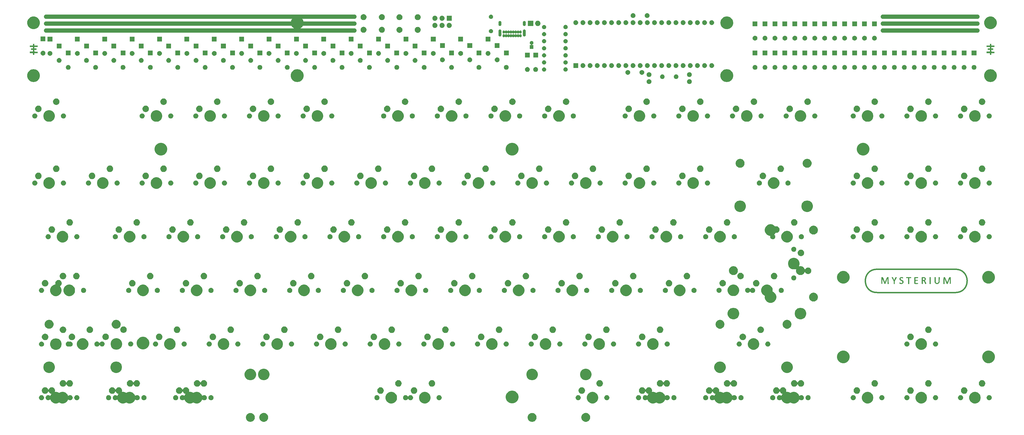
<source format=gts>
G04 #@! TF.GenerationSoftware,KiCad,Pcbnew,(5.1.4)-1*
G04 #@! TF.CreationDate,2020-04-16T22:04:32+01:00*
G04 #@! TF.ProjectId,mysterium-pcb,6d797374-6572-4697-956d-2d7063622e6b,rev?*
G04 #@! TF.SameCoordinates,Original*
G04 #@! TF.FileFunction,Soldermask,Top*
G04 #@! TF.FilePolarity,Negative*
%FSLAX46Y46*%
G04 Gerber Fmt 4.6, Leading zero omitted, Abs format (unit mm)*
G04 Created by KiCad (PCBNEW (5.1.4)-1) date 2020-04-16 22:04:32*
%MOMM*%
%LPD*%
G04 APERTURE LIST*
%ADD10C,1.500000*%
%ADD11C,0.500000*%
%ADD12C,0.010000*%
%ADD13C,2.000000*%
G04 APERTURE END LIST*
D10*
X342596900Y-57121770D02*
X376203900Y-57121770D01*
X342596900Y-59605040D02*
X376203900Y-59605040D01*
X342596900Y-62088310D02*
X376203900Y-62088310D01*
X45596900Y-62088310D02*
X155096900Y-62088310D01*
X45596900Y-59605040D02*
X155096900Y-59605040D01*
X45596900Y-57121770D02*
X155096900Y-57121770D01*
D11*
X340639850Y-155071700D02*
X368514850Y-155071700D01*
X368292050Y-146811700D02*
G75*
G02X368514850Y-155071700I111400J-4130000D01*
G01*
X340417050Y-146811700D02*
X368292050Y-146811700D01*
X340639850Y-155071700D02*
G75*
G02X340417050Y-146811700I-111400J4130000D01*
G01*
D12*
G36*
X364496045Y-149629930D02*
G01*
X364602042Y-149660936D01*
X364643487Y-149688354D01*
X364675670Y-149740862D01*
X364729463Y-149851709D01*
X364800281Y-150010432D01*
X364883537Y-150206565D01*
X364974645Y-150429643D01*
X365034688Y-150581035D01*
X365126169Y-150812837D01*
X365209833Y-151021913D01*
X365281656Y-151198440D01*
X365337611Y-151332594D01*
X365373674Y-151414549D01*
X365384731Y-151435397D01*
X365405181Y-151410894D01*
X365449012Y-151326661D01*
X365512295Y-151191335D01*
X365591098Y-151013555D01*
X365681493Y-150801961D01*
X365769928Y-150588730D01*
X365869551Y-150348978D01*
X365963149Y-150130653D01*
X366046336Y-149943444D01*
X366114728Y-149797037D01*
X366163939Y-149701118D01*
X366187368Y-149666555D01*
X366265996Y-149635416D01*
X366379749Y-149622043D01*
X366499486Y-149626145D01*
X366596066Y-149647432D01*
X366633170Y-149670996D01*
X366646278Y-149713972D01*
X366656141Y-149810025D01*
X366662873Y-149963222D01*
X366666588Y-150177631D01*
X366667398Y-150457320D01*
X366665418Y-150806359D01*
X366665286Y-150821358D01*
X366655528Y-151921265D01*
X366361035Y-151921265D01*
X366342630Y-150927732D01*
X366324224Y-149934200D01*
X365920731Y-150936935D01*
X365517239Y-151939671D01*
X365244816Y-151939671D01*
X364960217Y-151212642D01*
X364868003Y-150977098D01*
X364778046Y-150747361D01*
X364696284Y-150538589D01*
X364628651Y-150365940D01*
X364581086Y-150244574D01*
X364576374Y-150232556D01*
X364477130Y-149979498D01*
X364452778Y-150542104D01*
X364443647Y-150783687D01*
X364436077Y-151042318D01*
X364430780Y-151289278D01*
X364428471Y-151495846D01*
X364428427Y-151522190D01*
X364428427Y-151939671D01*
X364133934Y-151939671D01*
X364133934Y-150824280D01*
X364134816Y-150479310D01*
X364137596Y-150202714D01*
X364142472Y-149989264D01*
X364149644Y-149833730D01*
X364159311Y-149730882D01*
X364171672Y-149675492D01*
X364178108Y-149664714D01*
X364254376Y-149630311D01*
X364370256Y-149619219D01*
X364496045Y-149629930D01*
X364496045Y-149629930D01*
G37*
X364496045Y-149629930D02*
X364602042Y-149660936D01*
X364643487Y-149688354D01*
X364675670Y-149740862D01*
X364729463Y-149851709D01*
X364800281Y-150010432D01*
X364883537Y-150206565D01*
X364974645Y-150429643D01*
X365034688Y-150581035D01*
X365126169Y-150812837D01*
X365209833Y-151021913D01*
X365281656Y-151198440D01*
X365337611Y-151332594D01*
X365373674Y-151414549D01*
X365384731Y-151435397D01*
X365405181Y-151410894D01*
X365449012Y-151326661D01*
X365512295Y-151191335D01*
X365591098Y-151013555D01*
X365681493Y-150801961D01*
X365769928Y-150588730D01*
X365869551Y-150348978D01*
X365963149Y-150130653D01*
X366046336Y-149943444D01*
X366114728Y-149797037D01*
X366163939Y-149701118D01*
X366187368Y-149666555D01*
X366265996Y-149635416D01*
X366379749Y-149622043D01*
X366499486Y-149626145D01*
X366596066Y-149647432D01*
X366633170Y-149670996D01*
X366646278Y-149713972D01*
X366656141Y-149810025D01*
X366662873Y-149963222D01*
X366666588Y-150177631D01*
X366667398Y-150457320D01*
X366665418Y-150806359D01*
X366665286Y-150821358D01*
X366655528Y-151921265D01*
X366361035Y-151921265D01*
X366342630Y-150927732D01*
X366324224Y-149934200D01*
X365920731Y-150936935D01*
X365517239Y-151939671D01*
X365244816Y-151939671D01*
X364960217Y-151212642D01*
X364868003Y-150977098D01*
X364778046Y-150747361D01*
X364696284Y-150538589D01*
X364628651Y-150365940D01*
X364581086Y-150244574D01*
X364576374Y-150232556D01*
X364477130Y-149979498D01*
X364452778Y-150542104D01*
X364443647Y-150783687D01*
X364436077Y-151042318D01*
X364430780Y-151289278D01*
X364428471Y-151495846D01*
X364428427Y-151522190D01*
X364428427Y-151939671D01*
X364133934Y-151939671D01*
X364133934Y-150824280D01*
X364134816Y-150479310D01*
X364137596Y-150202714D01*
X364142472Y-149989264D01*
X364149644Y-149833730D01*
X364159311Y-149730882D01*
X364171672Y-149675492D01*
X364178108Y-149664714D01*
X364254376Y-149630311D01*
X364370256Y-149619219D01*
X364496045Y-149629930D01*
G36*
X359495673Y-151939671D02*
G01*
X359201180Y-151939671D01*
X359201180Y-149620540D01*
X359495673Y-149620540D01*
X359495673Y-151939671D01*
X359495673Y-151939671D01*
G37*
X359495673Y-151939671D02*
X359201180Y-151939671D01*
X359201180Y-149620540D01*
X359495673Y-149620540D01*
X359495673Y-151939671D01*
G36*
X356860464Y-149625343D02*
G01*
X356902338Y-149626493D01*
X357108277Y-149634772D01*
X357257582Y-149647722D01*
X357367211Y-149667892D01*
X357454123Y-149697828D01*
X357489441Y-149714702D01*
X357620759Y-149817500D01*
X357726643Y-149965173D01*
X357790417Y-150130372D01*
X357801531Y-150226529D01*
X357769414Y-150401235D01*
X357685613Y-150566834D01*
X357565259Y-150696432D01*
X357520137Y-150726693D01*
X357379006Y-150807872D01*
X357493822Y-150929540D01*
X357544103Y-151000276D01*
X357608779Y-151115789D01*
X357681217Y-151260976D01*
X357754783Y-151420732D01*
X357822842Y-151579955D01*
X357878762Y-151723539D01*
X357915907Y-151836381D01*
X357927644Y-151903377D01*
X357925356Y-151912062D01*
X357881045Y-151929814D01*
X357792398Y-151939219D01*
X357766574Y-151939671D01*
X357624718Y-151939671D01*
X357524020Y-151672787D01*
X357421089Y-151414005D01*
X357328996Y-151218659D01*
X357240931Y-151078707D01*
X357150083Y-150986107D01*
X357049641Y-150932820D01*
X356932796Y-150910803D01*
X356877086Y-150908946D01*
X356697992Y-150908946D01*
X356697992Y-151939671D01*
X356556881Y-151939671D01*
X356459602Y-151933790D01*
X356397332Y-151919240D01*
X356391229Y-151915130D01*
X356384980Y-151873415D01*
X356379317Y-151767487D01*
X356374452Y-151606757D01*
X356370594Y-151400634D01*
X356367954Y-151158527D01*
X356366743Y-150889846D01*
X356366688Y-150817818D01*
X356367083Y-150651265D01*
X356697992Y-150651265D01*
X356931824Y-150651265D01*
X357087239Y-150643685D01*
X357199316Y-150616392D01*
X357290251Y-150567300D01*
X357410105Y-150453124D01*
X357462861Y-150313234D01*
X357455776Y-150158133D01*
X357404225Y-150029439D01*
X357302356Y-149941904D01*
X357144776Y-149892564D01*
X356946470Y-149878359D01*
X356697992Y-149878222D01*
X356697992Y-150651265D01*
X356367083Y-150651265D01*
X356367472Y-150487312D01*
X356370015Y-150223711D01*
X356374597Y-150020312D01*
X356381502Y-149870410D01*
X356391010Y-149767303D01*
X356403404Y-149704287D01*
X356414585Y-149679544D01*
X356442943Y-149651652D01*
X356488207Y-149633755D01*
X356563879Y-149624383D01*
X356683464Y-149622069D01*
X356860464Y-149625343D01*
X356860464Y-149625343D01*
G37*
X356860464Y-149625343D02*
X356902338Y-149626493D01*
X357108277Y-149634772D01*
X357257582Y-149647722D01*
X357367211Y-149667892D01*
X357454123Y-149697828D01*
X357489441Y-149714702D01*
X357620759Y-149817500D01*
X357726643Y-149965173D01*
X357790417Y-150130372D01*
X357801531Y-150226529D01*
X357769414Y-150401235D01*
X357685613Y-150566834D01*
X357565259Y-150696432D01*
X357520137Y-150726693D01*
X357379006Y-150807872D01*
X357493822Y-150929540D01*
X357544103Y-151000276D01*
X357608779Y-151115789D01*
X357681217Y-151260976D01*
X357754783Y-151420732D01*
X357822842Y-151579955D01*
X357878762Y-151723539D01*
X357915907Y-151836381D01*
X357927644Y-151903377D01*
X357925356Y-151912062D01*
X357881045Y-151929814D01*
X357792398Y-151939219D01*
X357766574Y-151939671D01*
X357624718Y-151939671D01*
X357524020Y-151672787D01*
X357421089Y-151414005D01*
X357328996Y-151218659D01*
X357240931Y-151078707D01*
X357150083Y-150986107D01*
X357049641Y-150932820D01*
X356932796Y-150910803D01*
X356877086Y-150908946D01*
X356697992Y-150908946D01*
X356697992Y-151939671D01*
X356556881Y-151939671D01*
X356459602Y-151933790D01*
X356397332Y-151919240D01*
X356391229Y-151915130D01*
X356384980Y-151873415D01*
X356379317Y-151767487D01*
X356374452Y-151606757D01*
X356370594Y-151400634D01*
X356367954Y-151158527D01*
X356366743Y-150889846D01*
X356366688Y-150817818D01*
X356367083Y-150651265D01*
X356697992Y-150651265D01*
X356931824Y-150651265D01*
X357087239Y-150643685D01*
X357199316Y-150616392D01*
X357290251Y-150567300D01*
X357410105Y-150453124D01*
X357462861Y-150313234D01*
X357455776Y-150158133D01*
X357404225Y-150029439D01*
X357302356Y-149941904D01*
X357144776Y-149892564D01*
X356946470Y-149878359D01*
X356697992Y-149878222D01*
X356697992Y-150651265D01*
X356367083Y-150651265D01*
X356367472Y-150487312D01*
X356370015Y-150223711D01*
X356374597Y-150020312D01*
X356381502Y-149870410D01*
X356391010Y-149767303D01*
X356403404Y-149704287D01*
X356414585Y-149679544D01*
X356442943Y-149651652D01*
X356488207Y-149633755D01*
X356563879Y-149624383D01*
X356683464Y-149622069D01*
X356860464Y-149625343D01*
G36*
X355034600Y-149740178D02*
G01*
X355023064Y-149859816D01*
X354553717Y-149870119D01*
X354084369Y-149880421D01*
X354084369Y-150612042D01*
X354498499Y-150622451D01*
X354912630Y-150632859D01*
X354912630Y-150816917D01*
X354498499Y-150827326D01*
X354084369Y-150837734D01*
X354084369Y-151681990D01*
X354560220Y-151681990D01*
X354756872Y-151682958D01*
X354891815Y-151686908D01*
X354976949Y-151695403D01*
X355024174Y-151710011D01*
X355045390Y-151732297D01*
X355049880Y-151746410D01*
X355053631Y-151840451D01*
X355048286Y-151875251D01*
X355036306Y-151899286D01*
X355006592Y-151916523D01*
X354948538Y-151928069D01*
X354851536Y-151935032D01*
X354704980Y-151938517D01*
X354498265Y-151939632D01*
X354431081Y-151939671D01*
X354206702Y-151939084D01*
X354044792Y-151936497D01*
X353934202Y-151930668D01*
X353863782Y-151920358D01*
X353822382Y-151904325D01*
X353798853Y-151881329D01*
X353791171Y-151868468D01*
X353781910Y-151815329D01*
X353773740Y-151700222D01*
X353766744Y-151534792D01*
X353761007Y-151330688D01*
X353756613Y-151099556D01*
X353753644Y-150853043D01*
X353752186Y-150602797D01*
X353752322Y-150360465D01*
X353754135Y-150137693D01*
X353757710Y-149946130D01*
X353763131Y-149797422D01*
X353770481Y-149703216D01*
X353775409Y-149678769D01*
X353792742Y-149657148D01*
X353832433Y-149641523D01*
X353904713Y-149630971D01*
X354019813Y-149624571D01*
X354187964Y-149621401D01*
X354419396Y-149620541D01*
X354421944Y-149620540D01*
X355046135Y-149620540D01*
X355034600Y-149740178D01*
X355034600Y-149740178D01*
G37*
X355034600Y-149740178D02*
X355023064Y-149859816D01*
X354553717Y-149870119D01*
X354084369Y-149880421D01*
X354084369Y-150612042D01*
X354498499Y-150622451D01*
X354912630Y-150632859D01*
X354912630Y-150816917D01*
X354498499Y-150827326D01*
X354084369Y-150837734D01*
X354084369Y-151681990D01*
X354560220Y-151681990D01*
X354756872Y-151682958D01*
X354891815Y-151686908D01*
X354976949Y-151695403D01*
X355024174Y-151710011D01*
X355045390Y-151732297D01*
X355049880Y-151746410D01*
X355053631Y-151840451D01*
X355048286Y-151875251D01*
X355036306Y-151899286D01*
X355006592Y-151916523D01*
X354948538Y-151928069D01*
X354851536Y-151935032D01*
X354704980Y-151938517D01*
X354498265Y-151939632D01*
X354431081Y-151939671D01*
X354206702Y-151939084D01*
X354044792Y-151936497D01*
X353934202Y-151930668D01*
X353863782Y-151920358D01*
X353822382Y-151904325D01*
X353798853Y-151881329D01*
X353791171Y-151868468D01*
X353781910Y-151815329D01*
X353773740Y-151700222D01*
X353766744Y-151534792D01*
X353761007Y-151330688D01*
X353756613Y-151099556D01*
X353753644Y-150853043D01*
X353752186Y-150602797D01*
X353752322Y-150360465D01*
X353754135Y-150137693D01*
X353757710Y-149946130D01*
X353763131Y-149797422D01*
X353770481Y-149703216D01*
X353775409Y-149678769D01*
X353792742Y-149657148D01*
X353832433Y-149641523D01*
X353904713Y-149630971D01*
X354019813Y-149624571D01*
X354187964Y-149621401D01*
X354419396Y-149620541D01*
X354421944Y-149620540D01*
X355046135Y-149620540D01*
X355034600Y-149740178D01*
G36*
X351737630Y-149629065D02*
G01*
X352593499Y-149638946D01*
X352593499Y-149859816D01*
X351924035Y-149880832D01*
X351899958Y-150569744D01*
X351891978Y-150817213D01*
X351885103Y-151066919D01*
X351879809Y-151298616D01*
X351876570Y-151492058D01*
X351875777Y-151599164D01*
X351875673Y-151939671D01*
X351581180Y-151939671D01*
X351581180Y-149878222D01*
X350881760Y-149878222D01*
X350881760Y-149619184D01*
X351737630Y-149629065D01*
X351737630Y-149629065D01*
G37*
X351737630Y-149629065D02*
X352593499Y-149638946D01*
X352593499Y-149859816D01*
X351924035Y-149880832D01*
X351899958Y-150569744D01*
X351891978Y-150817213D01*
X351885103Y-151066919D01*
X351879809Y-151298616D01*
X351876570Y-151492058D01*
X351875777Y-151599164D01*
X351875673Y-151939671D01*
X351581180Y-151939671D01*
X351581180Y-149878222D01*
X350881760Y-149878222D01*
X350881760Y-149619184D01*
X351737630Y-149629065D01*
G36*
X346267243Y-149979454D02*
G01*
X346348664Y-150153532D01*
X346429275Y-150327119D01*
X346497173Y-150474526D01*
X346525732Y-150537231D01*
X346615643Y-150736095D01*
X346773315Y-150389984D01*
X346854070Y-150214825D01*
X346937419Y-150037503D01*
X347010095Y-149886121D01*
X347036651Y-149832207D01*
X347096035Y-149717804D01*
X347141981Y-149654482D01*
X347193302Y-149627138D01*
X347268810Y-149620669D01*
X347300298Y-149620540D01*
X347396436Y-149624442D01*
X347452441Y-149634265D01*
X347458282Y-149639314D01*
X347442530Y-149676345D01*
X347398490Y-149769239D01*
X347330984Y-149908102D01*
X347244834Y-150083042D01*
X347144864Y-150284163D01*
X347108572Y-150356772D01*
X346758862Y-151055457D01*
X346758862Y-151939671D01*
X346464369Y-151939671D01*
X346464369Y-151055457D01*
X346114659Y-150356772D01*
X346011087Y-150149001D01*
X345919696Y-149964047D01*
X345845308Y-149811804D01*
X345792746Y-149702165D01*
X345766832Y-149645025D01*
X345764948Y-149639314D01*
X345797892Y-149628148D01*
X345881299Y-149621425D01*
X345931806Y-149620540D01*
X346098664Y-149620540D01*
X346267243Y-149979454D01*
X346267243Y-149979454D01*
G37*
X346267243Y-149979454D02*
X346348664Y-150153532D01*
X346429275Y-150327119D01*
X346497173Y-150474526D01*
X346525732Y-150537231D01*
X346615643Y-150736095D01*
X346773315Y-150389984D01*
X346854070Y-150214825D01*
X346937419Y-150037503D01*
X347010095Y-149886121D01*
X347036651Y-149832207D01*
X347096035Y-149717804D01*
X347141981Y-149654482D01*
X347193302Y-149627138D01*
X347268810Y-149620669D01*
X347300298Y-149620540D01*
X347396436Y-149624442D01*
X347452441Y-149634265D01*
X347458282Y-149639314D01*
X347442530Y-149676345D01*
X347398490Y-149769239D01*
X347330984Y-149908102D01*
X347244834Y-150083042D01*
X347144864Y-150284163D01*
X347108572Y-150356772D01*
X346758862Y-151055457D01*
X346758862Y-151939671D01*
X346464369Y-151939671D01*
X346464369Y-151055457D01*
X346114659Y-150356772D01*
X346011087Y-150149001D01*
X345919696Y-149964047D01*
X345845308Y-149811804D01*
X345792746Y-149702165D01*
X345766832Y-149645025D01*
X345764948Y-149639314D01*
X345797892Y-149628148D01*
X345881299Y-149621425D01*
X345931806Y-149620540D01*
X346098664Y-149620540D01*
X346267243Y-149979454D01*
G36*
X342490824Y-149638721D02*
G01*
X342570356Y-149683185D01*
X342571992Y-149684961D01*
X342601225Y-149736030D01*
X342652820Y-149845555D01*
X342722384Y-150003405D01*
X342805524Y-150199445D01*
X342897846Y-150423542D01*
X342971164Y-150605669D01*
X343065196Y-150838039D01*
X343151364Y-151044245D01*
X343225769Y-151215491D01*
X343284507Y-151342979D01*
X343323679Y-151417914D01*
X343338505Y-151433929D01*
X343359170Y-151393317D01*
X343403340Y-151294158D01*
X343466886Y-151146148D01*
X343545680Y-150958982D01*
X343635592Y-150742352D01*
X343703233Y-150577642D01*
X343800356Y-150343247D01*
X343891516Y-150129074D01*
X343972132Y-149945434D01*
X344037621Y-149802632D01*
X344083402Y-149710979D01*
X344100752Y-149683338D01*
X344155954Y-149643395D01*
X344241474Y-149626803D01*
X344364079Y-149628120D01*
X344568572Y-149638946D01*
X344578299Y-150789309D01*
X344588026Y-151939671D01*
X344292485Y-151939671D01*
X344292485Y-150921217D01*
X344291563Y-150657655D01*
X344288961Y-150421327D01*
X344284922Y-150221276D01*
X344279691Y-150066547D01*
X344273512Y-149966182D01*
X344266630Y-149929226D01*
X344265701Y-149929546D01*
X344245645Y-149969417D01*
X344202175Y-150068876D01*
X344138974Y-150219056D01*
X344059726Y-150411091D01*
X343968115Y-150636115D01*
X343867824Y-150885260D01*
X343846412Y-150938797D01*
X343453906Y-151921265D01*
X343320005Y-151932751D01*
X343243025Y-151935362D01*
X343193244Y-151916379D01*
X343152361Y-151860455D01*
X343102075Y-151752244D01*
X343100520Y-151748693D01*
X343062288Y-151657284D01*
X343002813Y-151510039D01*
X342927213Y-151319866D01*
X342840604Y-151099669D01*
X342748104Y-150862358D01*
X342705812Y-150753140D01*
X342396688Y-149953132D01*
X342378282Y-150937198D01*
X342359876Y-151921265D01*
X342229720Y-151932220D01*
X342135914Y-151932761D01*
X342076949Y-151919707D01*
X342073270Y-151916882D01*
X342064346Y-151872083D01*
X342057286Y-151764942D01*
X342052029Y-151606714D01*
X342048516Y-151408656D01*
X342046688Y-151182024D01*
X342046485Y-150938073D01*
X342047846Y-150688059D01*
X342050712Y-150443238D01*
X342055024Y-150214866D01*
X342060721Y-150014199D01*
X342067745Y-149852492D01*
X342076034Y-149741003D01*
X342085084Y-149691744D01*
X342146978Y-149644590D01*
X342252793Y-149619791D01*
X342376189Y-149617712D01*
X342490824Y-149638721D01*
X342490824Y-149638721D01*
G37*
X342490824Y-149638721D02*
X342570356Y-149683185D01*
X342571992Y-149684961D01*
X342601225Y-149736030D01*
X342652820Y-149845555D01*
X342722384Y-150003405D01*
X342805524Y-150199445D01*
X342897846Y-150423542D01*
X342971164Y-150605669D01*
X343065196Y-150838039D01*
X343151364Y-151044245D01*
X343225769Y-151215491D01*
X343284507Y-151342979D01*
X343323679Y-151417914D01*
X343338505Y-151433929D01*
X343359170Y-151393317D01*
X343403340Y-151294158D01*
X343466886Y-151146148D01*
X343545680Y-150958982D01*
X343635592Y-150742352D01*
X343703233Y-150577642D01*
X343800356Y-150343247D01*
X343891516Y-150129074D01*
X343972132Y-149945434D01*
X344037621Y-149802632D01*
X344083402Y-149710979D01*
X344100752Y-149683338D01*
X344155954Y-149643395D01*
X344241474Y-149626803D01*
X344364079Y-149628120D01*
X344568572Y-149638946D01*
X344578299Y-150789309D01*
X344588026Y-151939671D01*
X344292485Y-151939671D01*
X344292485Y-150921217D01*
X344291563Y-150657655D01*
X344288961Y-150421327D01*
X344284922Y-150221276D01*
X344279691Y-150066547D01*
X344273512Y-149966182D01*
X344266630Y-149929226D01*
X344265701Y-149929546D01*
X344245645Y-149969417D01*
X344202175Y-150068876D01*
X344138974Y-150219056D01*
X344059726Y-150411091D01*
X343968115Y-150636115D01*
X343867824Y-150885260D01*
X343846412Y-150938797D01*
X343453906Y-151921265D01*
X343320005Y-151932751D01*
X343243025Y-151935362D01*
X343193244Y-151916379D01*
X343152361Y-151860455D01*
X343102075Y-151752244D01*
X343100520Y-151748693D01*
X343062288Y-151657284D01*
X343002813Y-151510039D01*
X342927213Y-151319866D01*
X342840604Y-151099669D01*
X342748104Y-150862358D01*
X342705812Y-150753140D01*
X342396688Y-149953132D01*
X342378282Y-150937198D01*
X342359876Y-151921265D01*
X342229720Y-151932220D01*
X342135914Y-151932761D01*
X342076949Y-151919707D01*
X342073270Y-151916882D01*
X342064346Y-151872083D01*
X342057286Y-151764942D01*
X342052029Y-151606714D01*
X342048516Y-151408656D01*
X342046688Y-151182024D01*
X342046485Y-150938073D01*
X342047846Y-150688059D01*
X342050712Y-150443238D01*
X342055024Y-150214866D01*
X342060721Y-150014199D01*
X342067745Y-149852492D01*
X342076034Y-149741003D01*
X342085084Y-149691744D01*
X342146978Y-149644590D01*
X342252793Y-149619791D01*
X342376189Y-149617712D01*
X342490824Y-149638721D01*
G36*
X361263438Y-150439598D02*
G01*
X361264318Y-150712251D01*
X361266875Y-150922117D01*
X361271897Y-151080024D01*
X361280171Y-151196805D01*
X361292483Y-151283289D01*
X361309622Y-151350306D01*
X361332375Y-151408686D01*
X361334169Y-151412664D01*
X361439353Y-151563477D01*
X361592109Y-151658353D01*
X361791495Y-151696734D01*
X361814804Y-151697459D01*
X362025768Y-151672959D01*
X362191000Y-151590966D01*
X362302232Y-151465992D01*
X362328852Y-151419764D01*
X362349298Y-151370827D01*
X362364555Y-151308900D01*
X362375607Y-151223705D01*
X362383440Y-151104963D01*
X362389037Y-150942395D01*
X362393383Y-150725721D01*
X362397034Y-150476410D01*
X362408684Y-149620540D01*
X362703022Y-149620540D01*
X362679876Y-151411924D01*
X362569113Y-151590956D01*
X362426761Y-151754449D01*
X362236560Y-151875538D01*
X362013921Y-151949479D01*
X361774254Y-151971532D01*
X361532972Y-151936952D01*
X361488171Y-151923574D01*
X361285911Y-151820197D01*
X361122976Y-151659122D01*
X361037927Y-151516338D01*
X361015990Y-151461765D01*
X360999242Y-151398172D01*
X360986989Y-151315300D01*
X360978538Y-151202889D01*
X360973196Y-151050681D01*
X360970272Y-150848416D01*
X360969072Y-150585835D01*
X360968945Y-150494816D01*
X360968137Y-149620540D01*
X361262630Y-149620540D01*
X361263438Y-150439598D01*
X361263438Y-150439598D01*
G37*
X361263438Y-150439598D02*
X361264318Y-150712251D01*
X361266875Y-150922117D01*
X361271897Y-151080024D01*
X361280171Y-151196805D01*
X361292483Y-151283289D01*
X361309622Y-151350306D01*
X361332375Y-151408686D01*
X361334169Y-151412664D01*
X361439353Y-151563477D01*
X361592109Y-151658353D01*
X361791495Y-151696734D01*
X361814804Y-151697459D01*
X362025768Y-151672959D01*
X362191000Y-151590966D01*
X362302232Y-151465992D01*
X362328852Y-151419764D01*
X362349298Y-151370827D01*
X362364555Y-151308900D01*
X362375607Y-151223705D01*
X362383440Y-151104963D01*
X362389037Y-150942395D01*
X362393383Y-150725721D01*
X362397034Y-150476410D01*
X362408684Y-149620540D01*
X362703022Y-149620540D01*
X362679876Y-151411924D01*
X362569113Y-151590956D01*
X362426761Y-151754449D01*
X362236560Y-151875538D01*
X362013921Y-151949479D01*
X361774254Y-151971532D01*
X361532972Y-151936952D01*
X361488171Y-151923574D01*
X361285911Y-151820197D01*
X361122976Y-151659122D01*
X361037927Y-151516338D01*
X361015990Y-151461765D01*
X360999242Y-151398172D01*
X360986989Y-151315300D01*
X360978538Y-151202889D01*
X360973196Y-151050681D01*
X360970272Y-150848416D01*
X360969072Y-150585835D01*
X360968945Y-150494816D01*
X360968137Y-149620540D01*
X361262630Y-149620540D01*
X361263438Y-150439598D01*
G36*
X349262343Y-149593902D02*
G01*
X349409428Y-149611900D01*
X349544846Y-149642604D01*
X349621256Y-149671151D01*
X349704266Y-149727061D01*
X349736737Y-149797641D01*
X349740601Y-149860761D01*
X349736129Y-149941874D01*
X349713080Y-149978663D01*
X349657003Y-149974647D01*
X349553450Y-149933349D01*
X349514548Y-149915842D01*
X349324366Y-149855238D01*
X349149786Y-149847453D01*
X349002506Y-149889326D01*
X348894224Y-149977694D01*
X348838847Y-150098499D01*
X348832997Y-150204555D01*
X348869686Y-150301801D01*
X348955812Y-150397882D01*
X349098272Y-150500444D01*
X349303963Y-150617132D01*
X349309219Y-150619899D01*
X349498136Y-150726694D01*
X349648709Y-150826888D01*
X349747665Y-150911419D01*
X349763671Y-150930195D01*
X349855277Y-151106049D01*
X349883334Y-151297066D01*
X349851666Y-151488716D01*
X349764095Y-151666470D01*
X349624442Y-151815799D01*
X349511505Y-151888707D01*
X349380802Y-151931570D01*
X349206945Y-151956238D01*
X349018445Y-151961379D01*
X348843816Y-151945658D01*
X348752903Y-151924166D01*
X348584738Y-151850178D01*
X348485608Y-151759398D01*
X348452216Y-151648774D01*
X348452195Y-151645608D01*
X348459856Y-151560722D01*
X348491483Y-151525879D01*
X348560042Y-151537573D01*
X348668345Y-151587158D01*
X348878731Y-151668824D01*
X349077154Y-151700818D01*
X349253685Y-151685990D01*
X349398396Y-151627190D01*
X349501357Y-151527267D01*
X349552640Y-151389069D01*
X349556543Y-151332280D01*
X349535233Y-151215313D01*
X349466266Y-151108421D01*
X349342084Y-151003866D01*
X349155130Y-150893913D01*
X349101715Y-150866677D01*
X348880129Y-150747007D01*
X348720775Y-150636144D01*
X348614841Y-150523582D01*
X348553515Y-150398812D01*
X348527986Y-150251328D01*
X348525818Y-150179986D01*
X348557966Y-149981103D01*
X348654830Y-149816798D01*
X348817037Y-149686093D01*
X348857420Y-149663875D01*
X348969852Y-149614417D01*
X349078217Y-149592154D01*
X349216192Y-149591267D01*
X349262343Y-149593902D01*
X349262343Y-149593902D01*
G37*
X349262343Y-149593902D02*
X349409428Y-149611900D01*
X349544846Y-149642604D01*
X349621256Y-149671151D01*
X349704266Y-149727061D01*
X349736737Y-149797641D01*
X349740601Y-149860761D01*
X349736129Y-149941874D01*
X349713080Y-149978663D01*
X349657003Y-149974647D01*
X349553450Y-149933349D01*
X349514548Y-149915842D01*
X349324366Y-149855238D01*
X349149786Y-149847453D01*
X349002506Y-149889326D01*
X348894224Y-149977694D01*
X348838847Y-150098499D01*
X348832997Y-150204555D01*
X348869686Y-150301801D01*
X348955812Y-150397882D01*
X349098272Y-150500444D01*
X349303963Y-150617132D01*
X349309219Y-150619899D01*
X349498136Y-150726694D01*
X349648709Y-150826888D01*
X349747665Y-150911419D01*
X349763671Y-150930195D01*
X349855277Y-151106049D01*
X349883334Y-151297066D01*
X349851666Y-151488716D01*
X349764095Y-151666470D01*
X349624442Y-151815799D01*
X349511505Y-151888707D01*
X349380802Y-151931570D01*
X349206945Y-151956238D01*
X349018445Y-151961379D01*
X348843816Y-151945658D01*
X348752903Y-151924166D01*
X348584738Y-151850178D01*
X348485608Y-151759398D01*
X348452216Y-151648774D01*
X348452195Y-151645608D01*
X348459856Y-151560722D01*
X348491483Y-151525879D01*
X348560042Y-151537573D01*
X348668345Y-151587158D01*
X348878731Y-151668824D01*
X349077154Y-151700818D01*
X349253685Y-151685990D01*
X349398396Y-151627190D01*
X349501357Y-151527267D01*
X349552640Y-151389069D01*
X349556543Y-151332280D01*
X349535233Y-151215313D01*
X349466266Y-151108421D01*
X349342084Y-151003866D01*
X349155130Y-150893913D01*
X349101715Y-150866677D01*
X348880129Y-150747007D01*
X348720775Y-150636144D01*
X348614841Y-150523582D01*
X348553515Y-150398812D01*
X348527986Y-150251328D01*
X348525818Y-150179986D01*
X348557966Y-149981103D01*
X348654830Y-149816798D01*
X348817037Y-149686093D01*
X348857420Y-149663875D01*
X348969852Y-149614417D01*
X349078217Y-149592154D01*
X349216192Y-149591267D01*
X349262343Y-149593902D01*
G36*
X381025755Y-67367723D02*
G01*
X381595138Y-67369900D01*
X382164521Y-67372076D01*
X382164521Y-67778476D01*
X381025755Y-67782828D01*
X381025755Y-68443109D01*
X381745422Y-68443109D01*
X381745422Y-68874909D01*
X381025755Y-68874909D01*
X381025755Y-69552123D01*
X381595138Y-69554300D01*
X382164521Y-69556476D01*
X382166784Y-69770259D01*
X382169046Y-69984042D01*
X381025755Y-69984042D01*
X381025755Y-70602109D01*
X380585488Y-70602109D01*
X380585488Y-69984042D01*
X379450955Y-69984042D01*
X379450955Y-69552243D01*
X380585488Y-69552243D01*
X380585488Y-68874909D01*
X379874288Y-68874909D01*
X379874288Y-68443109D01*
X380585488Y-68443109D01*
X380585488Y-67782709D01*
X379450955Y-67782709D01*
X379450955Y-67367843D01*
X380585269Y-67367843D01*
X380589721Y-66779409D01*
X380807738Y-66777150D01*
X381025755Y-66774890D01*
X381025755Y-67367723D01*
X381025755Y-67367723D01*
G37*
X381025755Y-67367723D02*
X381595138Y-67369900D01*
X382164521Y-67372076D01*
X382164521Y-67778476D01*
X381025755Y-67782828D01*
X381025755Y-68443109D01*
X381745422Y-68443109D01*
X381745422Y-68874909D01*
X381025755Y-68874909D01*
X381025755Y-69552123D01*
X381595138Y-69554300D01*
X382164521Y-69556476D01*
X382166784Y-69770259D01*
X382169046Y-69984042D01*
X381025755Y-69984042D01*
X381025755Y-70602109D01*
X380585488Y-70602109D01*
X380585488Y-69984042D01*
X379450955Y-69984042D01*
X379450955Y-69552243D01*
X380585488Y-69552243D01*
X380585488Y-68874909D01*
X379874288Y-68874909D01*
X379874288Y-68443109D01*
X380585488Y-68443109D01*
X380585488Y-67782709D01*
X379450955Y-67782709D01*
X379450955Y-67367843D01*
X380585269Y-67367843D01*
X380589721Y-66779409D01*
X380807738Y-66777150D01*
X381025755Y-66774890D01*
X381025755Y-67367723D01*
G36*
X41363255Y-67367723D02*
G01*
X41932638Y-67369900D01*
X42502021Y-67372076D01*
X42502021Y-67778476D01*
X41363255Y-67782828D01*
X41363255Y-68443109D01*
X42082922Y-68443109D01*
X42082922Y-68874909D01*
X41363255Y-68874909D01*
X41363255Y-69552123D01*
X41932638Y-69554300D01*
X42502021Y-69556476D01*
X42504284Y-69770259D01*
X42506546Y-69984042D01*
X41363255Y-69984042D01*
X41363255Y-70602109D01*
X40922988Y-70602109D01*
X40922988Y-69984042D01*
X39788455Y-69984042D01*
X39788455Y-69552243D01*
X40922988Y-69552243D01*
X40922988Y-68874909D01*
X40211788Y-68874909D01*
X40211788Y-68443109D01*
X40922988Y-68443109D01*
X40922988Y-67782709D01*
X39788455Y-67782709D01*
X39788455Y-67367843D01*
X40922769Y-67367843D01*
X40927221Y-66779409D01*
X41145238Y-66777150D01*
X41363255Y-66774890D01*
X41363255Y-67367723D01*
X41363255Y-67367723D01*
G37*
X41363255Y-67367723D02*
X41932638Y-67369900D01*
X42502021Y-67372076D01*
X42502021Y-67778476D01*
X41363255Y-67782828D01*
X41363255Y-68443109D01*
X42082922Y-68443109D01*
X42082922Y-68874909D01*
X41363255Y-68874909D01*
X41363255Y-69552123D01*
X41932638Y-69554300D01*
X42502021Y-69556476D01*
X42504284Y-69770259D01*
X42506546Y-69984042D01*
X41363255Y-69984042D01*
X41363255Y-70602109D01*
X40922988Y-70602109D01*
X40922988Y-69984042D01*
X39788455Y-69984042D01*
X39788455Y-69552243D01*
X40922988Y-69552243D01*
X40922988Y-68874909D01*
X40211788Y-68874909D01*
X40211788Y-68443109D01*
X40922988Y-68443109D01*
X40922988Y-67782709D01*
X39788455Y-67782709D01*
X39788455Y-67367843D01*
X40922769Y-67367843D01*
X40927221Y-66779409D01*
X41145238Y-66777150D01*
X41363255Y-66774890D01*
X41363255Y-67367723D01*
D13*
G36*
X218417067Y-197857963D02*
G01*
X218569211Y-197888226D01*
X218687937Y-197937404D01*
X218855841Y-198006952D01*
X218855842Y-198006953D01*
X219113804Y-198179317D01*
X219333183Y-198398696D01*
X219448353Y-198571061D01*
X219505548Y-198656659D01*
X219624274Y-198943290D01*
X219684800Y-199247575D01*
X219684800Y-199557825D01*
X219624274Y-199862110D01*
X219505548Y-200148741D01*
X219505547Y-200148742D01*
X219333183Y-200406704D01*
X219113804Y-200626083D01*
X218941439Y-200741253D01*
X218855841Y-200798448D01*
X218687937Y-200867996D01*
X218569211Y-200917174D01*
X218417067Y-200947437D01*
X218264925Y-200977700D01*
X217954675Y-200977700D01*
X217802533Y-200947437D01*
X217650389Y-200917174D01*
X217531663Y-200867996D01*
X217363759Y-200798448D01*
X217278161Y-200741253D01*
X217105796Y-200626083D01*
X216886417Y-200406704D01*
X216714053Y-200148742D01*
X216714052Y-200148741D01*
X216595326Y-199862110D01*
X216534800Y-199557825D01*
X216534800Y-199247575D01*
X216595326Y-198943290D01*
X216714052Y-198656659D01*
X216771247Y-198571061D01*
X216886417Y-198398696D01*
X217105796Y-198179317D01*
X217363758Y-198006953D01*
X217363759Y-198006952D01*
X217531663Y-197937404D01*
X217650389Y-197888226D01*
X217954675Y-197827700D01*
X218264925Y-197827700D01*
X218417067Y-197857963D01*
X218417067Y-197857963D01*
G37*
G36*
X118417267Y-197857963D02*
G01*
X118569411Y-197888226D01*
X118688137Y-197937404D01*
X118856041Y-198006952D01*
X118856042Y-198006953D01*
X119114004Y-198179317D01*
X119333383Y-198398696D01*
X119448553Y-198571061D01*
X119505748Y-198656659D01*
X119624474Y-198943290D01*
X119685000Y-199247575D01*
X119685000Y-199557825D01*
X119624474Y-199862110D01*
X119505748Y-200148741D01*
X119505747Y-200148742D01*
X119333383Y-200406704D01*
X119114004Y-200626083D01*
X118941639Y-200741253D01*
X118856041Y-200798448D01*
X118688137Y-200867996D01*
X118569411Y-200917174D01*
X118417267Y-200947437D01*
X118265125Y-200977700D01*
X117954875Y-200977700D01*
X117802733Y-200947437D01*
X117650589Y-200917174D01*
X117531863Y-200867996D01*
X117363959Y-200798448D01*
X117278361Y-200741253D01*
X117105996Y-200626083D01*
X116886617Y-200406704D01*
X116714253Y-200148742D01*
X116714252Y-200148741D01*
X116595526Y-199862110D01*
X116535000Y-199557825D01*
X116535000Y-199247575D01*
X116595526Y-198943290D01*
X116714252Y-198656659D01*
X116771447Y-198571061D01*
X116886617Y-198398696D01*
X117105996Y-198179317D01*
X117363958Y-198006953D01*
X117363959Y-198006952D01*
X117531863Y-197937404D01*
X117650589Y-197888226D01*
X117954875Y-197827700D01*
X118265125Y-197827700D01*
X118417267Y-197857963D01*
X118417267Y-197857963D01*
G37*
G36*
X237391472Y-197827700D02*
G01*
X237631911Y-197875526D01*
X237662571Y-197888226D01*
X237918541Y-197994252D01*
X237937549Y-198006953D01*
X238176504Y-198166617D01*
X238395883Y-198385996D01*
X238511053Y-198558361D01*
X238568248Y-198643959D01*
X238686974Y-198930590D01*
X238747500Y-199234875D01*
X238747500Y-199545125D01*
X238686974Y-199849410D01*
X238568248Y-200136041D01*
X238568247Y-200136042D01*
X238395883Y-200394004D01*
X238176504Y-200613383D01*
X238004139Y-200728553D01*
X237918541Y-200785748D01*
X237750637Y-200855296D01*
X237631911Y-200904474D01*
X237568063Y-200917174D01*
X237327625Y-200965000D01*
X237017375Y-200965000D01*
X236776937Y-200917174D01*
X236713089Y-200904474D01*
X236594363Y-200855296D01*
X236426459Y-200785748D01*
X236340861Y-200728553D01*
X236168496Y-200613383D01*
X235949117Y-200394004D01*
X235776753Y-200136042D01*
X235776752Y-200136041D01*
X235658026Y-199849410D01*
X235597500Y-199545125D01*
X235597500Y-199234875D01*
X235658026Y-198930590D01*
X235776752Y-198643959D01*
X235833947Y-198558361D01*
X235949117Y-198385996D01*
X236168496Y-198166617D01*
X236407451Y-198006953D01*
X236426459Y-197994252D01*
X236682429Y-197888226D01*
X236713089Y-197875526D01*
X236953528Y-197827700D01*
X237017375Y-197815000D01*
X237327625Y-197815000D01*
X237391472Y-197827700D01*
X237391472Y-197827700D01*
G37*
G36*
X123091472Y-197827700D02*
G01*
X123331911Y-197875526D01*
X123362571Y-197888226D01*
X123618541Y-197994252D01*
X123637549Y-198006953D01*
X123876504Y-198166617D01*
X124095883Y-198385996D01*
X124211053Y-198558361D01*
X124268248Y-198643959D01*
X124386974Y-198930590D01*
X124447500Y-199234875D01*
X124447500Y-199545125D01*
X124386974Y-199849410D01*
X124268248Y-200136041D01*
X124268247Y-200136042D01*
X124095883Y-200394004D01*
X123876504Y-200613383D01*
X123704139Y-200728553D01*
X123618541Y-200785748D01*
X123450637Y-200855296D01*
X123331911Y-200904474D01*
X123268063Y-200917174D01*
X123027625Y-200965000D01*
X122717375Y-200965000D01*
X122476937Y-200917174D01*
X122413089Y-200904474D01*
X122294363Y-200855296D01*
X122126459Y-200785748D01*
X122040861Y-200728553D01*
X121868496Y-200613383D01*
X121649117Y-200394004D01*
X121476753Y-200136042D01*
X121476752Y-200136041D01*
X121358026Y-199849410D01*
X121297500Y-199545125D01*
X121297500Y-199234875D01*
X121358026Y-198930590D01*
X121476752Y-198643959D01*
X121533947Y-198558361D01*
X121649117Y-198385996D01*
X121868496Y-198166617D01*
X122107451Y-198006953D01*
X122126459Y-197994252D01*
X122382429Y-197888226D01*
X122413089Y-197875526D01*
X122653528Y-197827700D01*
X122717375Y-197815000D01*
X123027625Y-197815000D01*
X123091472Y-197827700D01*
X123091472Y-197827700D01*
G37*
G36*
X281212049Y-188736116D02*
G01*
X281323234Y-188758232D01*
X281532703Y-188844997D01*
X281721220Y-188970960D01*
X281881540Y-189131280D01*
X282007503Y-189319797D01*
X282007504Y-189319799D01*
X282062641Y-189452912D01*
X282074192Y-189474523D01*
X282089737Y-189493464D01*
X282108679Y-189509010D01*
X282130290Y-189520561D01*
X282153739Y-189527674D01*
X282178125Y-189530076D01*
X282202511Y-189527674D01*
X282225960Y-189520561D01*
X282247571Y-189509010D01*
X282266512Y-189493465D01*
X282282058Y-189474523D01*
X282293609Y-189452912D01*
X282348746Y-189319799D01*
X282348747Y-189319797D01*
X282474710Y-189131280D01*
X282635030Y-188970960D01*
X282823547Y-188844997D01*
X283033016Y-188758232D01*
X283144201Y-188736116D01*
X283255385Y-188714000D01*
X283482115Y-188714000D01*
X283593299Y-188736116D01*
X283704484Y-188758232D01*
X283913953Y-188844997D01*
X284102470Y-188970960D01*
X284262790Y-189131280D01*
X284388753Y-189319797D01*
X284474859Y-189527674D01*
X284475518Y-189529267D01*
X284519750Y-189751635D01*
X284519750Y-189978365D01*
X284474746Y-190204615D01*
X284472344Y-190229001D01*
X284474746Y-190253387D01*
X284481859Y-190276836D01*
X284493410Y-190298447D01*
X284508955Y-190317389D01*
X284527897Y-190332934D01*
X284549508Y-190344485D01*
X284572957Y-190351598D01*
X284597343Y-190354000D01*
X284999507Y-190354000D01*
X285395754Y-190432818D01*
X285769011Y-190587426D01*
X285769013Y-190587427D01*
X285785914Y-190598720D01*
X285918679Y-190687431D01*
X285940290Y-190698982D01*
X285963739Y-190706095D01*
X285988125Y-190708497D01*
X286012511Y-190706095D01*
X286035960Y-190698982D01*
X286057571Y-190687431D01*
X286190336Y-190598720D01*
X286207237Y-190587427D01*
X286207239Y-190587426D01*
X286580496Y-190432818D01*
X286976743Y-190354000D01*
X287380757Y-190354000D01*
X287777004Y-190432818D01*
X288150261Y-190587426D01*
X288150263Y-190587427D01*
X288486186Y-190811884D01*
X288771866Y-191097564D01*
X288996324Y-191433489D01*
X289094167Y-191669703D01*
X289105718Y-191691314D01*
X289121263Y-191710256D01*
X289140205Y-191725801D01*
X289161816Y-191737352D01*
X289185265Y-191744465D01*
X289209651Y-191746867D01*
X289234037Y-191744465D01*
X289257486Y-191737352D01*
X289279097Y-191725801D01*
X289298028Y-191710265D01*
X289303146Y-191705147D01*
X289450716Y-191606544D01*
X289614688Y-191538624D01*
X289763988Y-191508927D01*
X289788758Y-191504000D01*
X289966242Y-191504000D01*
X289991012Y-191508927D01*
X290140312Y-191538624D01*
X290304284Y-191606544D01*
X290451854Y-191705147D01*
X290577353Y-191830646D01*
X290675956Y-191978216D01*
X290743876Y-192142188D01*
X290778500Y-192316259D01*
X290778500Y-192493741D01*
X290743876Y-192667812D01*
X290675956Y-192831784D01*
X290577353Y-192979354D01*
X290451854Y-193104853D01*
X290304284Y-193203456D01*
X290140312Y-193271376D01*
X289991012Y-193301073D01*
X289966242Y-193306000D01*
X289788758Y-193306000D01*
X289763988Y-193301073D01*
X289614688Y-193271376D01*
X289450716Y-193203456D01*
X289303146Y-193104853D01*
X289298028Y-193099735D01*
X289279097Y-193084199D01*
X289257486Y-193072648D01*
X289234037Y-193065535D01*
X289209651Y-193063133D01*
X289185265Y-193065535D01*
X289161816Y-193072648D01*
X289140205Y-193084199D01*
X289121263Y-193099744D01*
X289105718Y-193118686D01*
X289094167Y-193140297D01*
X288996324Y-193376511D01*
X288996323Y-193376513D01*
X288771866Y-193712436D01*
X288486186Y-193998116D01*
X288150263Y-194222573D01*
X288150262Y-194222574D01*
X288150261Y-194222574D01*
X287777004Y-194377182D01*
X287380757Y-194456000D01*
X286976743Y-194456000D01*
X286580496Y-194377182D01*
X286207239Y-194222574D01*
X286207238Y-194222574D01*
X286207237Y-194222573D01*
X286057570Y-194122568D01*
X286035960Y-194111018D01*
X286012511Y-194103905D01*
X285988125Y-194101503D01*
X285963739Y-194103905D01*
X285940290Y-194111018D01*
X285918680Y-194122568D01*
X285769013Y-194222573D01*
X285769012Y-194222574D01*
X285769011Y-194222574D01*
X285395754Y-194377182D01*
X284999507Y-194456000D01*
X284595493Y-194456000D01*
X284199246Y-194377182D01*
X283825989Y-194222574D01*
X283825988Y-194222574D01*
X283825987Y-194222573D01*
X283490064Y-193998116D01*
X283204384Y-193712436D01*
X282979927Y-193376513D01*
X282979926Y-193376511D01*
X282882083Y-193140297D01*
X282870532Y-193118686D01*
X282854987Y-193099744D01*
X282836045Y-193084199D01*
X282814434Y-193072648D01*
X282790985Y-193065535D01*
X282766599Y-193063133D01*
X282742213Y-193065535D01*
X282718764Y-193072648D01*
X282697153Y-193084199D01*
X282678222Y-193099735D01*
X282673104Y-193104853D01*
X282525534Y-193203456D01*
X282361562Y-193271376D01*
X282212262Y-193301073D01*
X282187492Y-193306000D01*
X282010008Y-193306000D01*
X281985238Y-193301073D01*
X281835938Y-193271376D01*
X281671966Y-193203456D01*
X281524396Y-193104853D01*
X281398897Y-192979354D01*
X281300294Y-192831784D01*
X281232374Y-192667812D01*
X281197750Y-192493741D01*
X281197750Y-192316259D01*
X281232374Y-192142188D01*
X281300294Y-191978216D01*
X281398897Y-191830646D01*
X281524396Y-191705147D01*
X281671966Y-191606544D01*
X281835938Y-191538624D01*
X281985238Y-191508927D01*
X282010008Y-191504000D01*
X282187492Y-191504000D01*
X282212262Y-191508927D01*
X282361562Y-191538624D01*
X282525534Y-191606544D01*
X282673104Y-191705147D01*
X282678222Y-191710265D01*
X282697153Y-191725801D01*
X282718764Y-191737352D01*
X282742213Y-191744465D01*
X282766599Y-191746867D01*
X282790985Y-191744465D01*
X282814434Y-191737352D01*
X282836045Y-191725801D01*
X282854987Y-191710256D01*
X282870532Y-191691314D01*
X282882083Y-191669703D01*
X282979926Y-191433489D01*
X283154540Y-191172161D01*
X283166091Y-191150550D01*
X283173204Y-191127101D01*
X283175606Y-191102715D01*
X283173204Y-191078329D01*
X283166091Y-191054880D01*
X283154540Y-191033269D01*
X283138995Y-191014327D01*
X283120053Y-190998782D01*
X283098442Y-190987231D01*
X283074994Y-190980118D01*
X283033016Y-190971768D01*
X282823549Y-190885004D01*
X282823548Y-190885004D01*
X282823547Y-190885003D01*
X282635030Y-190759040D01*
X282474710Y-190598720D01*
X282348747Y-190410203D01*
X282293609Y-190277087D01*
X282282058Y-190255477D01*
X282266513Y-190236536D01*
X282247571Y-190220990D01*
X282225960Y-190209439D01*
X282202511Y-190202326D01*
X282178125Y-190199924D01*
X282153739Y-190202326D01*
X282130290Y-190209439D01*
X282108679Y-190220990D01*
X282089738Y-190236535D01*
X282074192Y-190255477D01*
X282062641Y-190277087D01*
X282007503Y-190410203D01*
X281881540Y-190598720D01*
X281721220Y-190759040D01*
X281532703Y-190885003D01*
X281323234Y-190971768D01*
X281245496Y-190987231D01*
X281100865Y-191016000D01*
X280874135Y-191016000D01*
X280729504Y-190987231D01*
X280651766Y-190971768D01*
X280442297Y-190885003D01*
X280253780Y-190759040D01*
X280093460Y-190598720D01*
X279967497Y-190410203D01*
X279880732Y-190200734D01*
X279858616Y-190089549D01*
X279836500Y-189978365D01*
X279836500Y-189751635D01*
X279880732Y-189529267D01*
X279881392Y-189527674D01*
X279967497Y-189319797D01*
X280093460Y-189131280D01*
X280253780Y-188970960D01*
X280442297Y-188844997D01*
X280651766Y-188758232D01*
X280762951Y-188736116D01*
X280874135Y-188714000D01*
X281100865Y-188714000D01*
X281212049Y-188736116D01*
X281212049Y-188736116D01*
G37*
G36*
X305024549Y-188736116D02*
G01*
X305135734Y-188758232D01*
X305345203Y-188844997D01*
X305533720Y-188970960D01*
X305694040Y-189131280D01*
X305820003Y-189319797D01*
X305820004Y-189319799D01*
X305875141Y-189452912D01*
X305886692Y-189474523D01*
X305902237Y-189493464D01*
X305921179Y-189509010D01*
X305942790Y-189520561D01*
X305966239Y-189527674D01*
X305990625Y-189530076D01*
X306015011Y-189527674D01*
X306038460Y-189520561D01*
X306060071Y-189509010D01*
X306079012Y-189493465D01*
X306094558Y-189474523D01*
X306106109Y-189452912D01*
X306161246Y-189319799D01*
X306161247Y-189319797D01*
X306287210Y-189131280D01*
X306447530Y-188970960D01*
X306636047Y-188844997D01*
X306845516Y-188758232D01*
X306956701Y-188736116D01*
X307067885Y-188714000D01*
X307294615Y-188714000D01*
X307405799Y-188736116D01*
X307516984Y-188758232D01*
X307726453Y-188844997D01*
X307914970Y-188970960D01*
X308075290Y-189131280D01*
X308201253Y-189319797D01*
X308287359Y-189527674D01*
X308288018Y-189529267D01*
X308332250Y-189751635D01*
X308332250Y-189978365D01*
X308287246Y-190204615D01*
X308284844Y-190229001D01*
X308287246Y-190253387D01*
X308294359Y-190276836D01*
X308305910Y-190298447D01*
X308321455Y-190317389D01*
X308340397Y-190332934D01*
X308362008Y-190344485D01*
X308385457Y-190351598D01*
X308409843Y-190354000D01*
X308812007Y-190354000D01*
X309208254Y-190432818D01*
X309581511Y-190587426D01*
X309581513Y-190587427D01*
X309598414Y-190598720D01*
X309731179Y-190687431D01*
X309752790Y-190698982D01*
X309776239Y-190706095D01*
X309800625Y-190708497D01*
X309825011Y-190706095D01*
X309848460Y-190698982D01*
X309870071Y-190687431D01*
X310002836Y-190598720D01*
X310019737Y-190587427D01*
X310019739Y-190587426D01*
X310392996Y-190432818D01*
X310789243Y-190354000D01*
X311193257Y-190354000D01*
X311589504Y-190432818D01*
X311962761Y-190587426D01*
X311962763Y-190587427D01*
X312298686Y-190811884D01*
X312584366Y-191097564D01*
X312808824Y-191433489D01*
X312906667Y-191669703D01*
X312918218Y-191691314D01*
X312933763Y-191710256D01*
X312952705Y-191725801D01*
X312974316Y-191737352D01*
X312997765Y-191744465D01*
X313022151Y-191746867D01*
X313046537Y-191744465D01*
X313069986Y-191737352D01*
X313091597Y-191725801D01*
X313110528Y-191710265D01*
X313115646Y-191705147D01*
X313263216Y-191606544D01*
X313427188Y-191538624D01*
X313576488Y-191508927D01*
X313601258Y-191504000D01*
X313778742Y-191504000D01*
X313803512Y-191508927D01*
X313952812Y-191538624D01*
X314116784Y-191606544D01*
X314264354Y-191705147D01*
X314389853Y-191830646D01*
X314488456Y-191978216D01*
X314556376Y-192142188D01*
X314591000Y-192316259D01*
X314591000Y-192493741D01*
X314556376Y-192667812D01*
X314488456Y-192831784D01*
X314389853Y-192979354D01*
X314264354Y-193104853D01*
X314116784Y-193203456D01*
X313952812Y-193271376D01*
X313803512Y-193301073D01*
X313778742Y-193306000D01*
X313601258Y-193306000D01*
X313576488Y-193301073D01*
X313427188Y-193271376D01*
X313263216Y-193203456D01*
X313115646Y-193104853D01*
X313110528Y-193099735D01*
X313091597Y-193084199D01*
X313069986Y-193072648D01*
X313046537Y-193065535D01*
X313022151Y-193063133D01*
X312997765Y-193065535D01*
X312974316Y-193072648D01*
X312952705Y-193084199D01*
X312933763Y-193099744D01*
X312918218Y-193118686D01*
X312906667Y-193140297D01*
X312808824Y-193376511D01*
X312808823Y-193376513D01*
X312584366Y-193712436D01*
X312298686Y-193998116D01*
X311962763Y-194222573D01*
X311962762Y-194222574D01*
X311962761Y-194222574D01*
X311589504Y-194377182D01*
X311193257Y-194456000D01*
X310789243Y-194456000D01*
X310392996Y-194377182D01*
X310019739Y-194222574D01*
X310019738Y-194222574D01*
X310019737Y-194222573D01*
X309870070Y-194122568D01*
X309848460Y-194111018D01*
X309825011Y-194103905D01*
X309800625Y-194101503D01*
X309776239Y-194103905D01*
X309752790Y-194111018D01*
X309731180Y-194122568D01*
X309581513Y-194222573D01*
X309581512Y-194222574D01*
X309581511Y-194222574D01*
X309208254Y-194377182D01*
X308812007Y-194456000D01*
X308407993Y-194456000D01*
X308011746Y-194377182D01*
X307638489Y-194222574D01*
X307638488Y-194222574D01*
X307638487Y-194222573D01*
X307302564Y-193998116D01*
X307016884Y-193712436D01*
X306792427Y-193376513D01*
X306792426Y-193376511D01*
X306694583Y-193140297D01*
X306683032Y-193118686D01*
X306667487Y-193099744D01*
X306648545Y-193084199D01*
X306626934Y-193072648D01*
X306603485Y-193065535D01*
X306579099Y-193063133D01*
X306554713Y-193065535D01*
X306531264Y-193072648D01*
X306509653Y-193084199D01*
X306490722Y-193099735D01*
X306485604Y-193104853D01*
X306338034Y-193203456D01*
X306174062Y-193271376D01*
X306024762Y-193301073D01*
X305999992Y-193306000D01*
X305822508Y-193306000D01*
X305797738Y-193301073D01*
X305648438Y-193271376D01*
X305484466Y-193203456D01*
X305336896Y-193104853D01*
X305211397Y-192979354D01*
X305112794Y-192831784D01*
X305044874Y-192667812D01*
X305010250Y-192493741D01*
X305010250Y-192316259D01*
X305044874Y-192142188D01*
X305112794Y-191978216D01*
X305211397Y-191830646D01*
X305336896Y-191705147D01*
X305484466Y-191606544D01*
X305648438Y-191538624D01*
X305797738Y-191508927D01*
X305822508Y-191504000D01*
X305999992Y-191504000D01*
X306024762Y-191508927D01*
X306174062Y-191538624D01*
X306338034Y-191606544D01*
X306485604Y-191705147D01*
X306490722Y-191710265D01*
X306509653Y-191725801D01*
X306531264Y-191737352D01*
X306554713Y-191744465D01*
X306579099Y-191746867D01*
X306603485Y-191744465D01*
X306626934Y-191737352D01*
X306648545Y-191725801D01*
X306667487Y-191710256D01*
X306683032Y-191691314D01*
X306694583Y-191669703D01*
X306792426Y-191433489D01*
X306967040Y-191172161D01*
X306978591Y-191150550D01*
X306985704Y-191127101D01*
X306988106Y-191102715D01*
X306985704Y-191078329D01*
X306978591Y-191054880D01*
X306967040Y-191033269D01*
X306951495Y-191014327D01*
X306932553Y-190998782D01*
X306910942Y-190987231D01*
X306887494Y-190980118D01*
X306845516Y-190971768D01*
X306636049Y-190885004D01*
X306636048Y-190885004D01*
X306636047Y-190885003D01*
X306447530Y-190759040D01*
X306287210Y-190598720D01*
X306161247Y-190410203D01*
X306106109Y-190277087D01*
X306094558Y-190255477D01*
X306079013Y-190236536D01*
X306060071Y-190220990D01*
X306038460Y-190209439D01*
X306015011Y-190202326D01*
X305990625Y-190199924D01*
X305966239Y-190202326D01*
X305942790Y-190209439D01*
X305921179Y-190220990D01*
X305902238Y-190236535D01*
X305886692Y-190255477D01*
X305875141Y-190277087D01*
X305820003Y-190410203D01*
X305694040Y-190598720D01*
X305533720Y-190759040D01*
X305345203Y-190885003D01*
X305135734Y-190971768D01*
X305057996Y-190987231D01*
X304913365Y-191016000D01*
X304686635Y-191016000D01*
X304542004Y-190987231D01*
X304464266Y-190971768D01*
X304254797Y-190885003D01*
X304066280Y-190759040D01*
X303905960Y-190598720D01*
X303779997Y-190410203D01*
X303693232Y-190200734D01*
X303671116Y-190089549D01*
X303649000Y-189978365D01*
X303649000Y-189751635D01*
X303693232Y-189529267D01*
X303693892Y-189527674D01*
X303779997Y-189319797D01*
X303905960Y-189131280D01*
X304066280Y-188970960D01*
X304254797Y-188844997D01*
X304464266Y-188758232D01*
X304575451Y-188736116D01*
X304686635Y-188714000D01*
X304913365Y-188714000D01*
X305024549Y-188736116D01*
X305024549Y-188736116D01*
G37*
G36*
X337783254Y-190432818D02*
G01*
X338156511Y-190587426D01*
X338156513Y-190587427D01*
X338492436Y-190811884D01*
X338778116Y-191097564D01*
X339002574Y-191433489D01*
X339157182Y-191806746D01*
X339236000Y-192202993D01*
X339236000Y-192607007D01*
X339157182Y-193003254D01*
X339002574Y-193376511D01*
X339002573Y-193376513D01*
X338778116Y-193712436D01*
X338492436Y-193998116D01*
X338156513Y-194222573D01*
X338156512Y-194222574D01*
X338156511Y-194222574D01*
X337783254Y-194377182D01*
X337387007Y-194456000D01*
X336982993Y-194456000D01*
X336586746Y-194377182D01*
X336213489Y-194222574D01*
X336213488Y-194222574D01*
X336213487Y-194222573D01*
X335877564Y-193998116D01*
X335591884Y-193712436D01*
X335367427Y-193376513D01*
X335367426Y-193376511D01*
X335212818Y-193003254D01*
X335134000Y-192607007D01*
X335134000Y-192202993D01*
X335212818Y-191806746D01*
X335367426Y-191433489D01*
X335591884Y-191097564D01*
X335877564Y-190811884D01*
X336213487Y-190587427D01*
X336213489Y-190587426D01*
X336586746Y-190432818D01*
X336982993Y-190354000D01*
X337387007Y-190354000D01*
X337783254Y-190432818D01*
X337783254Y-190432818D01*
G37*
G36*
X356833254Y-190432818D02*
G01*
X357206511Y-190587426D01*
X357206513Y-190587427D01*
X357542436Y-190811884D01*
X357828116Y-191097564D01*
X358052574Y-191433489D01*
X358207182Y-191806746D01*
X358286000Y-192202993D01*
X358286000Y-192607007D01*
X358207182Y-193003254D01*
X358052574Y-193376511D01*
X358052573Y-193376513D01*
X357828116Y-193712436D01*
X357542436Y-193998116D01*
X357206513Y-194222573D01*
X357206512Y-194222574D01*
X357206511Y-194222574D01*
X356833254Y-194377182D01*
X356437007Y-194456000D01*
X356032993Y-194456000D01*
X355636746Y-194377182D01*
X355263489Y-194222574D01*
X355263488Y-194222574D01*
X355263487Y-194222573D01*
X354927564Y-193998116D01*
X354641884Y-193712436D01*
X354417427Y-193376513D01*
X354417426Y-193376511D01*
X354262818Y-193003254D01*
X354184000Y-192607007D01*
X354184000Y-192202993D01*
X354262818Y-191806746D01*
X354417426Y-191433489D01*
X354641884Y-191097564D01*
X354927564Y-190811884D01*
X355263487Y-190587427D01*
X355263489Y-190587426D01*
X355636746Y-190432818D01*
X356032993Y-190354000D01*
X356437007Y-190354000D01*
X356833254Y-190432818D01*
X356833254Y-190432818D01*
G37*
G36*
X375883254Y-190432818D02*
G01*
X376256511Y-190587426D01*
X376256513Y-190587427D01*
X376592436Y-190811884D01*
X376878116Y-191097564D01*
X377102574Y-191433489D01*
X377257182Y-191806746D01*
X377336000Y-192202993D01*
X377336000Y-192607007D01*
X377257182Y-193003254D01*
X377102574Y-193376511D01*
X377102573Y-193376513D01*
X376878116Y-193712436D01*
X376592436Y-193998116D01*
X376256513Y-194222573D01*
X376256512Y-194222574D01*
X376256511Y-194222574D01*
X375883254Y-194377182D01*
X375487007Y-194456000D01*
X375082993Y-194456000D01*
X374686746Y-194377182D01*
X374313489Y-194222574D01*
X374313488Y-194222574D01*
X374313487Y-194222573D01*
X373977564Y-193998116D01*
X373691884Y-193712436D01*
X373467427Y-193376513D01*
X373467426Y-193376511D01*
X373312818Y-193003254D01*
X373234000Y-192607007D01*
X373234000Y-192202993D01*
X373312818Y-191806746D01*
X373467426Y-191433489D01*
X373691884Y-191097564D01*
X373977564Y-190811884D01*
X374313487Y-190587427D01*
X374313489Y-190587426D01*
X374686746Y-190432818D01*
X375082993Y-190354000D01*
X375487007Y-190354000D01*
X375883254Y-190432818D01*
X375883254Y-190432818D01*
G37*
G36*
X180620754Y-190432818D02*
G01*
X180994011Y-190587426D01*
X180994013Y-190587427D01*
X181329936Y-190811884D01*
X181615616Y-191097564D01*
X181840074Y-191433489D01*
X181994682Y-191806746D01*
X182073500Y-192202993D01*
X182073500Y-192607007D01*
X181994682Y-193003254D01*
X181840074Y-193376511D01*
X181840073Y-193376513D01*
X181615616Y-193712436D01*
X181329936Y-193998116D01*
X180994013Y-194222573D01*
X180994012Y-194222574D01*
X180994011Y-194222574D01*
X180620754Y-194377182D01*
X180224507Y-194456000D01*
X179820493Y-194456000D01*
X179424246Y-194377182D01*
X179050989Y-194222574D01*
X179050988Y-194222574D01*
X179050987Y-194222573D01*
X178715064Y-193998116D01*
X178429384Y-193712436D01*
X178204927Y-193376513D01*
X178204926Y-193376511D01*
X178050318Y-193003254D01*
X177971500Y-192607007D01*
X177971500Y-192202993D01*
X178050318Y-191806746D01*
X178204926Y-191433489D01*
X178429384Y-191097564D01*
X178715064Y-190811884D01*
X179050987Y-190587427D01*
X179050989Y-190587426D01*
X179424246Y-190432818D01*
X179820493Y-190354000D01*
X180224507Y-190354000D01*
X180620754Y-190432818D01*
X180620754Y-190432818D01*
G37*
G36*
X240152004Y-190432818D02*
G01*
X240525261Y-190587426D01*
X240525263Y-190587427D01*
X240861186Y-190811884D01*
X241146866Y-191097564D01*
X241371324Y-191433489D01*
X241525932Y-191806746D01*
X241604750Y-192202993D01*
X241604750Y-192607007D01*
X241525932Y-193003254D01*
X241371324Y-193376511D01*
X241371323Y-193376513D01*
X241146866Y-193712436D01*
X240861186Y-193998116D01*
X240525263Y-194222573D01*
X240525262Y-194222574D01*
X240525261Y-194222574D01*
X240152004Y-194377182D01*
X239755757Y-194456000D01*
X239351743Y-194456000D01*
X238955496Y-194377182D01*
X238582239Y-194222574D01*
X238582238Y-194222574D01*
X238582237Y-194222573D01*
X238246314Y-193998116D01*
X237960634Y-193712436D01*
X237736177Y-193376513D01*
X237736176Y-193376511D01*
X237581568Y-193003254D01*
X237502750Y-192607007D01*
X237502750Y-192202993D01*
X237581568Y-191806746D01*
X237736176Y-191433489D01*
X237960634Y-191097564D01*
X238246314Y-190811884D01*
X238582237Y-190587427D01*
X238582239Y-190587426D01*
X238955496Y-190432818D01*
X239351743Y-190354000D01*
X239755757Y-190354000D01*
X240152004Y-190432818D01*
X240152004Y-190432818D01*
G37*
G36*
X168714504Y-190432818D02*
G01*
X169087761Y-190587426D01*
X169087763Y-190587427D01*
X169423686Y-190811884D01*
X169709366Y-191097564D01*
X169933824Y-191433489D01*
X170088432Y-191806746D01*
X170167250Y-192202993D01*
X170167250Y-192607007D01*
X170088432Y-193003254D01*
X169933824Y-193376511D01*
X169933823Y-193376513D01*
X169709366Y-193712436D01*
X169423686Y-193998116D01*
X169087763Y-194222573D01*
X169087762Y-194222574D01*
X169087761Y-194222574D01*
X168714504Y-194377182D01*
X168318257Y-194456000D01*
X167914243Y-194456000D01*
X167517996Y-194377182D01*
X167144739Y-194222574D01*
X167144738Y-194222574D01*
X167144737Y-194222573D01*
X166808814Y-193998116D01*
X166523134Y-193712436D01*
X166298677Y-193376513D01*
X166298676Y-193376511D01*
X166144068Y-193003254D01*
X166065250Y-192607007D01*
X166065250Y-192202993D01*
X166144068Y-191806746D01*
X166298676Y-191433489D01*
X166523134Y-191097564D01*
X166808814Y-190811884D01*
X167144737Y-190587427D01*
X167144739Y-190587426D01*
X167517996Y-190432818D01*
X167914243Y-190354000D01*
X168318257Y-190354000D01*
X168714504Y-190432818D01*
X168714504Y-190432818D01*
G37*
G36*
X93093299Y-188736116D02*
G01*
X93204484Y-188758232D01*
X93413953Y-188844997D01*
X93602470Y-188970960D01*
X93762790Y-189131280D01*
X93888753Y-189319797D01*
X93888754Y-189319799D01*
X93943891Y-189452912D01*
X93955442Y-189474523D01*
X93970987Y-189493464D01*
X93989929Y-189509010D01*
X94011540Y-189520561D01*
X94034989Y-189527674D01*
X94059375Y-189530076D01*
X94083761Y-189527674D01*
X94107210Y-189520561D01*
X94128821Y-189509010D01*
X94147762Y-189493465D01*
X94163308Y-189474523D01*
X94174859Y-189452912D01*
X94229996Y-189319799D01*
X94229997Y-189319797D01*
X94355960Y-189131280D01*
X94516280Y-188970960D01*
X94704797Y-188844997D01*
X94914266Y-188758232D01*
X95025451Y-188736116D01*
X95136635Y-188714000D01*
X95363365Y-188714000D01*
X95474549Y-188736116D01*
X95585734Y-188758232D01*
X95795203Y-188844997D01*
X95983720Y-188970960D01*
X96144040Y-189131280D01*
X96270003Y-189319797D01*
X96356109Y-189527674D01*
X96356768Y-189529267D01*
X96401000Y-189751635D01*
X96401000Y-189978365D01*
X96355996Y-190204615D01*
X96353594Y-190229001D01*
X96355996Y-190253387D01*
X96363109Y-190276836D01*
X96374660Y-190298447D01*
X96390205Y-190317389D01*
X96409147Y-190332934D01*
X96430758Y-190344485D01*
X96454207Y-190351598D01*
X96478593Y-190354000D01*
X96880757Y-190354000D01*
X97277004Y-190432818D01*
X97650261Y-190587426D01*
X97650263Y-190587427D01*
X97667164Y-190598720D01*
X97799929Y-190687431D01*
X97821540Y-190698982D01*
X97844989Y-190706095D01*
X97869375Y-190708497D01*
X97893761Y-190706095D01*
X97917210Y-190698982D01*
X97938821Y-190687431D01*
X98071586Y-190598720D01*
X98088487Y-190587427D01*
X98088489Y-190587426D01*
X98461746Y-190432818D01*
X98857993Y-190354000D01*
X99262007Y-190354000D01*
X99658254Y-190432818D01*
X100031511Y-190587426D01*
X100031513Y-190587427D01*
X100367436Y-190811884D01*
X100653116Y-191097564D01*
X100877574Y-191433489D01*
X100975417Y-191669703D01*
X100986968Y-191691314D01*
X101002513Y-191710256D01*
X101021455Y-191725801D01*
X101043066Y-191737352D01*
X101066515Y-191744465D01*
X101090901Y-191746867D01*
X101115287Y-191744465D01*
X101138736Y-191737352D01*
X101160347Y-191725801D01*
X101179278Y-191710265D01*
X101184396Y-191705147D01*
X101331966Y-191606544D01*
X101495938Y-191538624D01*
X101645238Y-191508927D01*
X101670008Y-191504000D01*
X101847492Y-191504000D01*
X101872262Y-191508927D01*
X102021562Y-191538624D01*
X102185534Y-191606544D01*
X102333104Y-191705147D01*
X102458603Y-191830646D01*
X102557206Y-191978216D01*
X102625126Y-192142188D01*
X102659750Y-192316259D01*
X102659750Y-192493741D01*
X102625126Y-192667812D01*
X102557206Y-192831784D01*
X102458603Y-192979354D01*
X102333104Y-193104853D01*
X102185534Y-193203456D01*
X102021562Y-193271376D01*
X101872262Y-193301073D01*
X101847492Y-193306000D01*
X101670008Y-193306000D01*
X101645238Y-193301073D01*
X101495938Y-193271376D01*
X101331966Y-193203456D01*
X101184396Y-193104853D01*
X101179278Y-193099735D01*
X101160347Y-193084199D01*
X101138736Y-193072648D01*
X101115287Y-193065535D01*
X101090901Y-193063133D01*
X101066515Y-193065535D01*
X101043066Y-193072648D01*
X101021455Y-193084199D01*
X101002513Y-193099744D01*
X100986968Y-193118686D01*
X100975417Y-193140297D01*
X100877574Y-193376511D01*
X100877573Y-193376513D01*
X100653116Y-193712436D01*
X100367436Y-193998116D01*
X100031513Y-194222573D01*
X100031512Y-194222574D01*
X100031511Y-194222574D01*
X99658254Y-194377182D01*
X99262007Y-194456000D01*
X98857993Y-194456000D01*
X98461746Y-194377182D01*
X98088489Y-194222574D01*
X98088488Y-194222574D01*
X98088487Y-194222573D01*
X97938820Y-194122568D01*
X97917210Y-194111018D01*
X97893761Y-194103905D01*
X97869375Y-194101503D01*
X97844989Y-194103905D01*
X97821540Y-194111018D01*
X97799930Y-194122568D01*
X97650263Y-194222573D01*
X97650262Y-194222574D01*
X97650261Y-194222574D01*
X97277004Y-194377182D01*
X96880757Y-194456000D01*
X96476743Y-194456000D01*
X96080496Y-194377182D01*
X95707239Y-194222574D01*
X95707238Y-194222574D01*
X95707237Y-194222573D01*
X95371314Y-193998116D01*
X95085634Y-193712436D01*
X94861177Y-193376513D01*
X94861176Y-193376511D01*
X94763333Y-193140297D01*
X94751782Y-193118686D01*
X94736237Y-193099744D01*
X94717295Y-193084199D01*
X94695684Y-193072648D01*
X94672235Y-193065535D01*
X94647849Y-193063133D01*
X94623463Y-193065535D01*
X94600014Y-193072648D01*
X94578403Y-193084199D01*
X94559472Y-193099735D01*
X94554354Y-193104853D01*
X94406784Y-193203456D01*
X94242812Y-193271376D01*
X94093512Y-193301073D01*
X94068742Y-193306000D01*
X93891258Y-193306000D01*
X93866488Y-193301073D01*
X93717188Y-193271376D01*
X93553216Y-193203456D01*
X93405646Y-193104853D01*
X93280147Y-192979354D01*
X93181544Y-192831784D01*
X93113624Y-192667812D01*
X93079000Y-192493741D01*
X93079000Y-192316259D01*
X93113624Y-192142188D01*
X93181544Y-191978216D01*
X93280147Y-191830646D01*
X93405646Y-191705147D01*
X93553216Y-191606544D01*
X93717188Y-191538624D01*
X93866488Y-191508927D01*
X93891258Y-191504000D01*
X94068742Y-191504000D01*
X94093512Y-191508927D01*
X94242812Y-191538624D01*
X94406784Y-191606544D01*
X94554354Y-191705147D01*
X94559472Y-191710265D01*
X94578403Y-191725801D01*
X94600014Y-191737352D01*
X94623463Y-191744465D01*
X94647849Y-191746867D01*
X94672235Y-191744465D01*
X94695684Y-191737352D01*
X94717295Y-191725801D01*
X94736237Y-191710256D01*
X94751782Y-191691314D01*
X94763333Y-191669703D01*
X94861176Y-191433489D01*
X95035790Y-191172161D01*
X95047341Y-191150550D01*
X95054454Y-191127101D01*
X95056856Y-191102715D01*
X95054454Y-191078329D01*
X95047341Y-191054880D01*
X95035790Y-191033269D01*
X95020245Y-191014327D01*
X95001303Y-190998782D01*
X94979692Y-190987231D01*
X94956244Y-190980118D01*
X94914266Y-190971768D01*
X94704799Y-190885004D01*
X94704798Y-190885004D01*
X94704797Y-190885003D01*
X94516280Y-190759040D01*
X94355960Y-190598720D01*
X94229997Y-190410203D01*
X94174859Y-190277087D01*
X94163308Y-190255477D01*
X94147763Y-190236536D01*
X94128821Y-190220990D01*
X94107210Y-190209439D01*
X94083761Y-190202326D01*
X94059375Y-190199924D01*
X94034989Y-190202326D01*
X94011540Y-190209439D01*
X93989929Y-190220990D01*
X93970988Y-190236535D01*
X93955442Y-190255477D01*
X93943891Y-190277087D01*
X93888753Y-190410203D01*
X93762790Y-190598720D01*
X93602470Y-190759040D01*
X93413953Y-190885003D01*
X93204484Y-190971768D01*
X93126746Y-190987231D01*
X92982115Y-191016000D01*
X92755385Y-191016000D01*
X92610754Y-190987231D01*
X92533016Y-190971768D01*
X92323547Y-190885003D01*
X92135030Y-190759040D01*
X91974710Y-190598720D01*
X91848747Y-190410203D01*
X91761982Y-190200734D01*
X91739866Y-190089549D01*
X91717750Y-189978365D01*
X91717750Y-189751635D01*
X91761982Y-189529267D01*
X91762642Y-189527674D01*
X91848747Y-189319797D01*
X91974710Y-189131280D01*
X92135030Y-188970960D01*
X92323547Y-188844997D01*
X92533016Y-188758232D01*
X92644201Y-188736116D01*
X92755385Y-188714000D01*
X92982115Y-188714000D01*
X93093299Y-188736116D01*
X93093299Y-188736116D01*
G37*
G36*
X45468299Y-188736116D02*
G01*
X45579484Y-188758232D01*
X45788953Y-188844997D01*
X45977470Y-188970960D01*
X46137790Y-189131280D01*
X46263753Y-189319797D01*
X46263754Y-189319799D01*
X46318891Y-189452912D01*
X46330442Y-189474523D01*
X46345987Y-189493464D01*
X46364929Y-189509010D01*
X46386540Y-189520561D01*
X46409989Y-189527674D01*
X46434375Y-189530076D01*
X46458761Y-189527674D01*
X46482210Y-189520561D01*
X46503821Y-189509010D01*
X46522762Y-189493465D01*
X46538308Y-189474523D01*
X46549859Y-189452912D01*
X46604996Y-189319799D01*
X46604997Y-189319797D01*
X46730960Y-189131280D01*
X46891280Y-188970960D01*
X47079797Y-188844997D01*
X47289266Y-188758232D01*
X47400451Y-188736116D01*
X47511635Y-188714000D01*
X47738365Y-188714000D01*
X47849549Y-188736116D01*
X47960734Y-188758232D01*
X48170203Y-188844997D01*
X48358720Y-188970960D01*
X48519040Y-189131280D01*
X48645003Y-189319797D01*
X48731109Y-189527674D01*
X48731768Y-189529267D01*
X48776000Y-189751635D01*
X48776000Y-189978365D01*
X48730996Y-190204615D01*
X48728594Y-190229001D01*
X48730996Y-190253387D01*
X48738109Y-190276836D01*
X48749660Y-190298447D01*
X48765205Y-190317389D01*
X48784147Y-190332934D01*
X48805758Y-190344485D01*
X48829207Y-190351598D01*
X48853593Y-190354000D01*
X49255757Y-190354000D01*
X49652004Y-190432818D01*
X50025261Y-190587426D01*
X50025263Y-190587427D01*
X50042164Y-190598720D01*
X50174929Y-190687431D01*
X50196540Y-190698982D01*
X50219989Y-190706095D01*
X50244375Y-190708497D01*
X50268761Y-190706095D01*
X50292210Y-190698982D01*
X50313821Y-190687431D01*
X50446586Y-190598720D01*
X50463487Y-190587427D01*
X50463489Y-190587426D01*
X50836746Y-190432818D01*
X51232993Y-190354000D01*
X51637007Y-190354000D01*
X52033254Y-190432818D01*
X52406511Y-190587426D01*
X52406513Y-190587427D01*
X52742436Y-190811884D01*
X53028116Y-191097564D01*
X53252574Y-191433489D01*
X53350417Y-191669703D01*
X53361968Y-191691314D01*
X53377513Y-191710256D01*
X53396455Y-191725801D01*
X53418066Y-191737352D01*
X53441515Y-191744465D01*
X53465901Y-191746867D01*
X53490287Y-191744465D01*
X53513736Y-191737352D01*
X53535347Y-191725801D01*
X53554278Y-191710265D01*
X53559396Y-191705147D01*
X53706966Y-191606544D01*
X53870938Y-191538624D01*
X54020238Y-191508927D01*
X54045008Y-191504000D01*
X54222492Y-191504000D01*
X54247262Y-191508927D01*
X54396562Y-191538624D01*
X54560534Y-191606544D01*
X54708104Y-191705147D01*
X54833603Y-191830646D01*
X54932206Y-191978216D01*
X55000126Y-192142188D01*
X55034750Y-192316259D01*
X55034750Y-192493741D01*
X55000126Y-192667812D01*
X54932206Y-192831784D01*
X54833603Y-192979354D01*
X54708104Y-193104853D01*
X54560534Y-193203456D01*
X54396562Y-193271376D01*
X54247262Y-193301073D01*
X54222492Y-193306000D01*
X54045008Y-193306000D01*
X54020238Y-193301073D01*
X53870938Y-193271376D01*
X53706966Y-193203456D01*
X53559396Y-193104853D01*
X53554278Y-193099735D01*
X53535347Y-193084199D01*
X53513736Y-193072648D01*
X53490287Y-193065535D01*
X53465901Y-193063133D01*
X53441515Y-193065535D01*
X53418066Y-193072648D01*
X53396455Y-193084199D01*
X53377513Y-193099744D01*
X53361968Y-193118686D01*
X53350417Y-193140297D01*
X53252574Y-193376511D01*
X53252573Y-193376513D01*
X53028116Y-193712436D01*
X52742436Y-193998116D01*
X52406513Y-194222573D01*
X52406512Y-194222574D01*
X52406511Y-194222574D01*
X52033254Y-194377182D01*
X51637007Y-194456000D01*
X51232993Y-194456000D01*
X50836746Y-194377182D01*
X50463489Y-194222574D01*
X50463488Y-194222574D01*
X50463487Y-194222573D01*
X50313820Y-194122568D01*
X50292210Y-194111018D01*
X50268761Y-194103905D01*
X50244375Y-194101503D01*
X50219989Y-194103905D01*
X50196540Y-194111018D01*
X50174930Y-194122568D01*
X50025263Y-194222573D01*
X50025262Y-194222574D01*
X50025261Y-194222574D01*
X49652004Y-194377182D01*
X49255757Y-194456000D01*
X48851743Y-194456000D01*
X48455496Y-194377182D01*
X48082239Y-194222574D01*
X48082238Y-194222574D01*
X48082237Y-194222573D01*
X47746314Y-193998116D01*
X47460634Y-193712436D01*
X47236177Y-193376513D01*
X47236176Y-193376511D01*
X47138333Y-193140297D01*
X47126782Y-193118686D01*
X47111237Y-193099744D01*
X47092295Y-193084199D01*
X47070684Y-193072648D01*
X47047235Y-193065535D01*
X47022849Y-193063133D01*
X46998463Y-193065535D01*
X46975014Y-193072648D01*
X46953403Y-193084199D01*
X46934472Y-193099735D01*
X46929354Y-193104853D01*
X46781784Y-193203456D01*
X46617812Y-193271376D01*
X46468512Y-193301073D01*
X46443742Y-193306000D01*
X46266258Y-193306000D01*
X46241488Y-193301073D01*
X46092188Y-193271376D01*
X45928216Y-193203456D01*
X45780646Y-193104853D01*
X45655147Y-192979354D01*
X45556544Y-192831784D01*
X45488624Y-192667812D01*
X45454000Y-192493741D01*
X45454000Y-192316259D01*
X45488624Y-192142188D01*
X45556544Y-191978216D01*
X45655147Y-191830646D01*
X45780646Y-191705147D01*
X45928216Y-191606544D01*
X46092188Y-191538624D01*
X46241488Y-191508927D01*
X46266258Y-191504000D01*
X46443742Y-191504000D01*
X46468512Y-191508927D01*
X46617812Y-191538624D01*
X46781784Y-191606544D01*
X46929354Y-191705147D01*
X46934472Y-191710265D01*
X46953403Y-191725801D01*
X46975014Y-191737352D01*
X46998463Y-191744465D01*
X47022849Y-191746867D01*
X47047235Y-191744465D01*
X47070684Y-191737352D01*
X47092295Y-191725801D01*
X47111237Y-191710256D01*
X47126782Y-191691314D01*
X47138333Y-191669703D01*
X47236176Y-191433489D01*
X47410790Y-191172161D01*
X47422341Y-191150550D01*
X47429454Y-191127101D01*
X47431856Y-191102715D01*
X47429454Y-191078329D01*
X47422341Y-191054880D01*
X47410790Y-191033269D01*
X47395245Y-191014327D01*
X47376303Y-190998782D01*
X47354692Y-190987231D01*
X47331244Y-190980118D01*
X47289266Y-190971768D01*
X47079799Y-190885004D01*
X47079798Y-190885004D01*
X47079797Y-190885003D01*
X46891280Y-190759040D01*
X46730960Y-190598720D01*
X46604997Y-190410203D01*
X46549859Y-190277087D01*
X46538308Y-190255477D01*
X46522763Y-190236536D01*
X46503821Y-190220990D01*
X46482210Y-190209439D01*
X46458761Y-190202326D01*
X46434375Y-190199924D01*
X46409989Y-190202326D01*
X46386540Y-190209439D01*
X46364929Y-190220990D01*
X46345988Y-190236535D01*
X46330442Y-190255477D01*
X46318891Y-190277087D01*
X46263753Y-190410203D01*
X46137790Y-190598720D01*
X45977470Y-190759040D01*
X45788953Y-190885003D01*
X45579484Y-190971768D01*
X45501746Y-190987231D01*
X45357115Y-191016000D01*
X45130385Y-191016000D01*
X44985754Y-190987231D01*
X44908016Y-190971768D01*
X44698547Y-190885003D01*
X44510030Y-190759040D01*
X44349710Y-190598720D01*
X44223747Y-190410203D01*
X44136982Y-190200734D01*
X44114866Y-190089549D01*
X44092750Y-189978365D01*
X44092750Y-189751635D01*
X44136982Y-189529267D01*
X44137642Y-189527674D01*
X44223747Y-189319797D01*
X44349710Y-189131280D01*
X44510030Y-188970960D01*
X44698547Y-188844997D01*
X44908016Y-188758232D01*
X45019201Y-188736116D01*
X45130385Y-188714000D01*
X45357115Y-188714000D01*
X45468299Y-188736116D01*
X45468299Y-188736116D01*
G37*
G36*
X69280799Y-188736116D02*
G01*
X69391984Y-188758232D01*
X69601453Y-188844997D01*
X69789970Y-188970960D01*
X69950290Y-189131280D01*
X70076253Y-189319797D01*
X70076254Y-189319799D01*
X70131391Y-189452912D01*
X70142942Y-189474523D01*
X70158487Y-189493464D01*
X70177429Y-189509010D01*
X70199040Y-189520561D01*
X70222489Y-189527674D01*
X70246875Y-189530076D01*
X70271261Y-189527674D01*
X70294710Y-189520561D01*
X70316321Y-189509010D01*
X70335262Y-189493465D01*
X70350808Y-189474523D01*
X70362359Y-189452912D01*
X70417496Y-189319799D01*
X70417497Y-189319797D01*
X70543460Y-189131280D01*
X70703780Y-188970960D01*
X70892297Y-188844997D01*
X71101766Y-188758232D01*
X71212951Y-188736116D01*
X71324135Y-188714000D01*
X71550865Y-188714000D01*
X71662049Y-188736116D01*
X71773234Y-188758232D01*
X71982703Y-188844997D01*
X72171220Y-188970960D01*
X72331540Y-189131280D01*
X72457503Y-189319797D01*
X72543609Y-189527674D01*
X72544268Y-189529267D01*
X72588500Y-189751635D01*
X72588500Y-189978365D01*
X72543496Y-190204615D01*
X72541094Y-190229001D01*
X72543496Y-190253387D01*
X72550609Y-190276836D01*
X72562160Y-190298447D01*
X72577705Y-190317389D01*
X72596647Y-190332934D01*
X72618258Y-190344485D01*
X72641707Y-190351598D01*
X72666093Y-190354000D01*
X73068257Y-190354000D01*
X73464504Y-190432818D01*
X73837761Y-190587426D01*
X73837763Y-190587427D01*
X73854664Y-190598720D01*
X73987429Y-190687431D01*
X74009040Y-190698982D01*
X74032489Y-190706095D01*
X74056875Y-190708497D01*
X74081261Y-190706095D01*
X74104710Y-190698982D01*
X74126321Y-190687431D01*
X74259086Y-190598720D01*
X74275987Y-190587427D01*
X74275989Y-190587426D01*
X74649246Y-190432818D01*
X75045493Y-190354000D01*
X75449507Y-190354000D01*
X75845754Y-190432818D01*
X76219011Y-190587426D01*
X76219013Y-190587427D01*
X76554936Y-190811884D01*
X76840616Y-191097564D01*
X77065074Y-191433489D01*
X77162917Y-191669703D01*
X77174468Y-191691314D01*
X77190013Y-191710256D01*
X77208955Y-191725801D01*
X77230566Y-191737352D01*
X77254015Y-191744465D01*
X77278401Y-191746867D01*
X77302787Y-191744465D01*
X77326236Y-191737352D01*
X77347847Y-191725801D01*
X77366778Y-191710265D01*
X77371896Y-191705147D01*
X77519466Y-191606544D01*
X77683438Y-191538624D01*
X77832738Y-191508927D01*
X77857508Y-191504000D01*
X78034992Y-191504000D01*
X78059762Y-191508927D01*
X78209062Y-191538624D01*
X78373034Y-191606544D01*
X78520604Y-191705147D01*
X78646103Y-191830646D01*
X78744706Y-191978216D01*
X78812626Y-192142188D01*
X78847250Y-192316259D01*
X78847250Y-192493741D01*
X78812626Y-192667812D01*
X78744706Y-192831784D01*
X78646103Y-192979354D01*
X78520604Y-193104853D01*
X78373034Y-193203456D01*
X78209062Y-193271376D01*
X78059762Y-193301073D01*
X78034992Y-193306000D01*
X77857508Y-193306000D01*
X77832738Y-193301073D01*
X77683438Y-193271376D01*
X77519466Y-193203456D01*
X77371896Y-193104853D01*
X77366778Y-193099735D01*
X77347847Y-193084199D01*
X77326236Y-193072648D01*
X77302787Y-193065535D01*
X77278401Y-193063133D01*
X77254015Y-193065535D01*
X77230566Y-193072648D01*
X77208955Y-193084199D01*
X77190013Y-193099744D01*
X77174468Y-193118686D01*
X77162917Y-193140297D01*
X77065074Y-193376511D01*
X77065073Y-193376513D01*
X76840616Y-193712436D01*
X76554936Y-193998116D01*
X76219013Y-194222573D01*
X76219012Y-194222574D01*
X76219011Y-194222574D01*
X75845754Y-194377182D01*
X75449507Y-194456000D01*
X75045493Y-194456000D01*
X74649246Y-194377182D01*
X74275989Y-194222574D01*
X74275988Y-194222574D01*
X74275987Y-194222573D01*
X74126320Y-194122568D01*
X74104710Y-194111018D01*
X74081261Y-194103905D01*
X74056875Y-194101503D01*
X74032489Y-194103905D01*
X74009040Y-194111018D01*
X73987430Y-194122568D01*
X73837763Y-194222573D01*
X73837762Y-194222574D01*
X73837761Y-194222574D01*
X73464504Y-194377182D01*
X73068257Y-194456000D01*
X72664243Y-194456000D01*
X72267996Y-194377182D01*
X71894739Y-194222574D01*
X71894738Y-194222574D01*
X71894737Y-194222573D01*
X71558814Y-193998116D01*
X71273134Y-193712436D01*
X71048677Y-193376513D01*
X71048676Y-193376511D01*
X70950833Y-193140297D01*
X70939282Y-193118686D01*
X70923737Y-193099744D01*
X70904795Y-193084199D01*
X70883184Y-193072648D01*
X70859735Y-193065535D01*
X70835349Y-193063133D01*
X70810963Y-193065535D01*
X70787514Y-193072648D01*
X70765903Y-193084199D01*
X70746972Y-193099735D01*
X70741854Y-193104853D01*
X70594284Y-193203456D01*
X70430312Y-193271376D01*
X70281012Y-193301073D01*
X70256242Y-193306000D01*
X70078758Y-193306000D01*
X70053988Y-193301073D01*
X69904688Y-193271376D01*
X69740716Y-193203456D01*
X69593146Y-193104853D01*
X69467647Y-192979354D01*
X69369044Y-192831784D01*
X69301124Y-192667812D01*
X69266500Y-192493741D01*
X69266500Y-192316259D01*
X69301124Y-192142188D01*
X69369044Y-191978216D01*
X69467647Y-191830646D01*
X69593146Y-191705147D01*
X69740716Y-191606544D01*
X69904688Y-191538624D01*
X70053988Y-191508927D01*
X70078758Y-191504000D01*
X70256242Y-191504000D01*
X70281012Y-191508927D01*
X70430312Y-191538624D01*
X70594284Y-191606544D01*
X70741854Y-191705147D01*
X70746972Y-191710265D01*
X70765903Y-191725801D01*
X70787514Y-191737352D01*
X70810963Y-191744465D01*
X70835349Y-191746867D01*
X70859735Y-191744465D01*
X70883184Y-191737352D01*
X70904795Y-191725801D01*
X70923737Y-191710256D01*
X70939282Y-191691314D01*
X70950833Y-191669703D01*
X71048676Y-191433489D01*
X71223290Y-191172161D01*
X71234841Y-191150550D01*
X71241954Y-191127101D01*
X71244356Y-191102715D01*
X71241954Y-191078329D01*
X71234841Y-191054880D01*
X71223290Y-191033269D01*
X71207745Y-191014327D01*
X71188803Y-190998782D01*
X71167192Y-190987231D01*
X71143744Y-190980118D01*
X71101766Y-190971768D01*
X70892299Y-190885004D01*
X70892298Y-190885004D01*
X70892297Y-190885003D01*
X70703780Y-190759040D01*
X70543460Y-190598720D01*
X70417497Y-190410203D01*
X70362359Y-190277087D01*
X70350808Y-190255477D01*
X70335263Y-190236536D01*
X70316321Y-190220990D01*
X70294710Y-190209439D01*
X70271261Y-190202326D01*
X70246875Y-190199924D01*
X70222489Y-190202326D01*
X70199040Y-190209439D01*
X70177429Y-190220990D01*
X70158488Y-190236535D01*
X70142942Y-190255477D01*
X70131391Y-190277087D01*
X70076253Y-190410203D01*
X69950290Y-190598720D01*
X69789970Y-190759040D01*
X69601453Y-190885003D01*
X69391984Y-190971768D01*
X69314246Y-190987231D01*
X69169615Y-191016000D01*
X68942885Y-191016000D01*
X68798254Y-190987231D01*
X68720516Y-190971768D01*
X68511047Y-190885003D01*
X68322530Y-190759040D01*
X68162210Y-190598720D01*
X68036247Y-190410203D01*
X67949482Y-190200734D01*
X67927366Y-190089549D01*
X67905250Y-189978365D01*
X67905250Y-189751635D01*
X67949482Y-189529267D01*
X67950142Y-189527674D01*
X68036247Y-189319797D01*
X68162210Y-189131280D01*
X68322530Y-188970960D01*
X68511047Y-188844997D01*
X68720516Y-188758232D01*
X68831701Y-188736116D01*
X68942885Y-188714000D01*
X69169615Y-188714000D01*
X69280799Y-188736116D01*
X69280799Y-188736116D01*
G37*
G36*
X257399549Y-188736116D02*
G01*
X257510734Y-188758232D01*
X257720203Y-188844997D01*
X257908720Y-188970960D01*
X258069040Y-189131280D01*
X258195003Y-189319797D01*
X258195004Y-189319799D01*
X258250141Y-189452912D01*
X258261692Y-189474523D01*
X258277237Y-189493464D01*
X258296179Y-189509010D01*
X258317790Y-189520561D01*
X258341239Y-189527674D01*
X258365625Y-189530076D01*
X258390011Y-189527674D01*
X258413460Y-189520561D01*
X258435071Y-189509010D01*
X258454012Y-189493465D01*
X258469558Y-189474523D01*
X258481109Y-189452912D01*
X258536246Y-189319799D01*
X258536247Y-189319797D01*
X258662210Y-189131280D01*
X258822530Y-188970960D01*
X259011047Y-188844997D01*
X259220516Y-188758232D01*
X259331701Y-188736116D01*
X259442885Y-188714000D01*
X259669615Y-188714000D01*
X259780799Y-188736116D01*
X259891984Y-188758232D01*
X260101453Y-188844997D01*
X260289970Y-188970960D01*
X260450290Y-189131280D01*
X260576253Y-189319797D01*
X260662359Y-189527674D01*
X260663018Y-189529267D01*
X260707250Y-189751635D01*
X260707250Y-189978365D01*
X260662246Y-190204615D01*
X260659844Y-190229001D01*
X260662246Y-190253387D01*
X260669359Y-190276836D01*
X260680910Y-190298447D01*
X260696455Y-190317389D01*
X260715397Y-190332934D01*
X260737008Y-190344485D01*
X260760457Y-190351598D01*
X260784843Y-190354000D01*
X261187007Y-190354000D01*
X261583254Y-190432818D01*
X261956511Y-190587426D01*
X261956513Y-190587427D01*
X261973414Y-190598720D01*
X262106179Y-190687431D01*
X262127790Y-190698982D01*
X262151239Y-190706095D01*
X262175625Y-190708497D01*
X262200011Y-190706095D01*
X262223460Y-190698982D01*
X262245071Y-190687431D01*
X262377836Y-190598720D01*
X262394737Y-190587427D01*
X262394739Y-190587426D01*
X262767996Y-190432818D01*
X263164243Y-190354000D01*
X263568257Y-190354000D01*
X263964504Y-190432818D01*
X264337761Y-190587426D01*
X264337763Y-190587427D01*
X264673686Y-190811884D01*
X264959366Y-191097564D01*
X265183824Y-191433489D01*
X265281667Y-191669703D01*
X265293218Y-191691314D01*
X265308763Y-191710256D01*
X265327705Y-191725801D01*
X265349316Y-191737352D01*
X265372765Y-191744465D01*
X265397151Y-191746867D01*
X265421537Y-191744465D01*
X265444986Y-191737352D01*
X265466597Y-191725801D01*
X265485528Y-191710265D01*
X265490646Y-191705147D01*
X265638216Y-191606544D01*
X265802188Y-191538624D01*
X265951488Y-191508927D01*
X265976258Y-191504000D01*
X266153742Y-191504000D01*
X266178512Y-191508927D01*
X266327812Y-191538624D01*
X266491784Y-191606544D01*
X266639354Y-191705147D01*
X266764853Y-191830646D01*
X266863456Y-191978216D01*
X266931376Y-192142188D01*
X266966000Y-192316259D01*
X266966000Y-192493741D01*
X266931376Y-192667812D01*
X266863456Y-192831784D01*
X266764853Y-192979354D01*
X266639354Y-193104853D01*
X266491784Y-193203456D01*
X266327812Y-193271376D01*
X266178512Y-193301073D01*
X266153742Y-193306000D01*
X265976258Y-193306000D01*
X265951488Y-193301073D01*
X265802188Y-193271376D01*
X265638216Y-193203456D01*
X265490646Y-193104853D01*
X265485528Y-193099735D01*
X265466597Y-193084199D01*
X265444986Y-193072648D01*
X265421537Y-193065535D01*
X265397151Y-193063133D01*
X265372765Y-193065535D01*
X265349316Y-193072648D01*
X265327705Y-193084199D01*
X265308763Y-193099744D01*
X265293218Y-193118686D01*
X265281667Y-193140297D01*
X265183824Y-193376511D01*
X265183823Y-193376513D01*
X264959366Y-193712436D01*
X264673686Y-193998116D01*
X264337763Y-194222573D01*
X264337762Y-194222574D01*
X264337761Y-194222574D01*
X263964504Y-194377182D01*
X263568257Y-194456000D01*
X263164243Y-194456000D01*
X262767996Y-194377182D01*
X262394739Y-194222574D01*
X262394738Y-194222574D01*
X262394737Y-194222573D01*
X262245070Y-194122568D01*
X262223460Y-194111018D01*
X262200011Y-194103905D01*
X262175625Y-194101503D01*
X262151239Y-194103905D01*
X262127790Y-194111018D01*
X262106180Y-194122568D01*
X261956513Y-194222573D01*
X261956512Y-194222574D01*
X261956511Y-194222574D01*
X261583254Y-194377182D01*
X261187007Y-194456000D01*
X260782993Y-194456000D01*
X260386746Y-194377182D01*
X260013489Y-194222574D01*
X260013488Y-194222574D01*
X260013487Y-194222573D01*
X259677564Y-193998116D01*
X259391884Y-193712436D01*
X259167427Y-193376513D01*
X259167426Y-193376511D01*
X259069583Y-193140297D01*
X259058032Y-193118686D01*
X259042487Y-193099744D01*
X259023545Y-193084199D01*
X259001934Y-193072648D01*
X258978485Y-193065535D01*
X258954099Y-193063133D01*
X258929713Y-193065535D01*
X258906264Y-193072648D01*
X258884653Y-193084199D01*
X258865722Y-193099735D01*
X258860604Y-193104853D01*
X258713034Y-193203456D01*
X258549062Y-193271376D01*
X258399762Y-193301073D01*
X258374992Y-193306000D01*
X258197508Y-193306000D01*
X258172738Y-193301073D01*
X258023438Y-193271376D01*
X257859466Y-193203456D01*
X257711896Y-193104853D01*
X257586397Y-192979354D01*
X257487794Y-192831784D01*
X257419874Y-192667812D01*
X257385250Y-192493741D01*
X257385250Y-192316259D01*
X257419874Y-192142188D01*
X257487794Y-191978216D01*
X257586397Y-191830646D01*
X257711896Y-191705147D01*
X257859466Y-191606544D01*
X258023438Y-191538624D01*
X258172738Y-191508927D01*
X258197508Y-191504000D01*
X258374992Y-191504000D01*
X258399762Y-191508927D01*
X258549062Y-191538624D01*
X258713034Y-191606544D01*
X258860604Y-191705147D01*
X258865722Y-191710265D01*
X258884653Y-191725801D01*
X258906264Y-191737352D01*
X258929713Y-191744465D01*
X258954099Y-191746867D01*
X258978485Y-191744465D01*
X259001934Y-191737352D01*
X259023545Y-191725801D01*
X259042487Y-191710256D01*
X259058032Y-191691314D01*
X259069583Y-191669703D01*
X259167426Y-191433489D01*
X259342040Y-191172161D01*
X259353591Y-191150550D01*
X259360704Y-191127101D01*
X259363106Y-191102715D01*
X259360704Y-191078329D01*
X259353591Y-191054880D01*
X259342040Y-191033269D01*
X259326495Y-191014327D01*
X259307553Y-190998782D01*
X259285942Y-190987231D01*
X259262494Y-190980118D01*
X259220516Y-190971768D01*
X259011049Y-190885004D01*
X259011048Y-190885004D01*
X259011047Y-190885003D01*
X258822530Y-190759040D01*
X258662210Y-190598720D01*
X258536247Y-190410203D01*
X258481109Y-190277087D01*
X258469558Y-190255477D01*
X258454013Y-190236536D01*
X258435071Y-190220990D01*
X258413460Y-190209439D01*
X258390011Y-190202326D01*
X258365625Y-190199924D01*
X258341239Y-190202326D01*
X258317790Y-190209439D01*
X258296179Y-190220990D01*
X258277238Y-190236535D01*
X258261692Y-190255477D01*
X258250141Y-190277087D01*
X258195003Y-190410203D01*
X258069040Y-190598720D01*
X257908720Y-190759040D01*
X257720203Y-190885003D01*
X257510734Y-190971768D01*
X257432996Y-190987231D01*
X257288365Y-191016000D01*
X257061635Y-191016000D01*
X256917004Y-190987231D01*
X256839266Y-190971768D01*
X256629797Y-190885003D01*
X256441280Y-190759040D01*
X256280960Y-190598720D01*
X256154997Y-190410203D01*
X256068232Y-190200734D01*
X256046116Y-190089549D01*
X256024000Y-189978365D01*
X256024000Y-189751635D01*
X256068232Y-189529267D01*
X256068892Y-189527674D01*
X256154997Y-189319797D01*
X256280960Y-189131280D01*
X256441280Y-188970960D01*
X256629797Y-188844997D01*
X256839266Y-188758232D01*
X256950451Y-188736116D01*
X257061635Y-188714000D01*
X257288365Y-188714000D01*
X257399549Y-188736116D01*
X257399549Y-188736116D01*
G37*
G36*
X211292131Y-189923476D02*
G01*
X211672844Y-189999204D01*
X212082500Y-190168889D01*
X212451180Y-190415234D01*
X212764717Y-190728771D01*
X213011062Y-191097451D01*
X213180747Y-191507107D01*
X213267251Y-191941996D01*
X213267251Y-192385404D01*
X213180747Y-192820293D01*
X213011062Y-193229949D01*
X212764717Y-193598629D01*
X212451180Y-193912166D01*
X212082500Y-194158511D01*
X211672844Y-194328196D01*
X211292131Y-194403924D01*
X211237956Y-194414700D01*
X210794546Y-194414700D01*
X210740371Y-194403924D01*
X210359658Y-194328196D01*
X209950002Y-194158511D01*
X209581322Y-193912166D01*
X209267785Y-193598629D01*
X209021440Y-193229949D01*
X208851755Y-192820293D01*
X208765251Y-192385404D01*
X208765251Y-191941996D01*
X208851755Y-191507107D01*
X209021440Y-191097451D01*
X209267785Y-190728771D01*
X209581322Y-190415234D01*
X209950002Y-190168889D01*
X210359658Y-189999204D01*
X210740371Y-189923476D01*
X210794546Y-189912700D01*
X211237956Y-189912700D01*
X211292131Y-189923476D01*
X211292131Y-189923476D01*
G37*
G36*
X44087262Y-191508927D02*
G01*
X44236562Y-191538624D01*
X44400534Y-191606544D01*
X44548104Y-191705147D01*
X44673603Y-191830646D01*
X44772206Y-191978216D01*
X44840126Y-192142188D01*
X44874750Y-192316259D01*
X44874750Y-192493741D01*
X44840126Y-192667812D01*
X44772206Y-192831784D01*
X44673603Y-192979354D01*
X44548104Y-193104853D01*
X44400534Y-193203456D01*
X44236562Y-193271376D01*
X44087262Y-193301073D01*
X44062492Y-193306000D01*
X43885008Y-193306000D01*
X43860238Y-193301073D01*
X43710938Y-193271376D01*
X43546966Y-193203456D01*
X43399396Y-193104853D01*
X43273897Y-192979354D01*
X43175294Y-192831784D01*
X43107374Y-192667812D01*
X43072750Y-192493741D01*
X43072750Y-192316259D01*
X43107374Y-192142188D01*
X43175294Y-191978216D01*
X43273897Y-191830646D01*
X43399396Y-191705147D01*
X43546966Y-191606544D01*
X43710938Y-191538624D01*
X43860238Y-191508927D01*
X43885008Y-191504000D01*
X44062492Y-191504000D01*
X44087262Y-191508927D01*
X44087262Y-191508927D01*
G37*
G36*
X173309762Y-191508927D02*
G01*
X173459062Y-191538624D01*
X173623034Y-191606544D01*
X173770604Y-191705147D01*
X173896103Y-191830646D01*
X173965448Y-191934429D01*
X173980988Y-191953363D01*
X173999929Y-191968908D01*
X174021540Y-191980459D01*
X174044989Y-191987572D01*
X174069375Y-191989974D01*
X174093761Y-191987572D01*
X174117210Y-191980459D01*
X174138821Y-191968908D01*
X174157763Y-191953362D01*
X174173302Y-191934429D01*
X174242647Y-191830646D01*
X174368146Y-191705147D01*
X174515716Y-191606544D01*
X174679688Y-191538624D01*
X174828988Y-191508927D01*
X174853758Y-191504000D01*
X175031242Y-191504000D01*
X175056012Y-191508927D01*
X175205312Y-191538624D01*
X175369284Y-191606544D01*
X175516854Y-191705147D01*
X175642353Y-191830646D01*
X175740956Y-191978216D01*
X175808876Y-192142188D01*
X175843500Y-192316259D01*
X175843500Y-192493741D01*
X175808876Y-192667812D01*
X175740956Y-192831784D01*
X175642353Y-192979354D01*
X175516854Y-193104853D01*
X175369284Y-193203456D01*
X175205312Y-193271376D01*
X175056012Y-193301073D01*
X175031242Y-193306000D01*
X174853758Y-193306000D01*
X174828988Y-193301073D01*
X174679688Y-193271376D01*
X174515716Y-193203456D01*
X174368146Y-193104853D01*
X174242647Y-192979354D01*
X174173302Y-192875571D01*
X174157762Y-192856637D01*
X174138821Y-192841092D01*
X174117210Y-192829541D01*
X174093761Y-192822428D01*
X174069375Y-192820026D01*
X174044989Y-192822428D01*
X174021540Y-192829541D01*
X173999929Y-192841092D01*
X173980987Y-192856638D01*
X173965448Y-192875571D01*
X173896103Y-192979354D01*
X173770604Y-193104853D01*
X173623034Y-193203456D01*
X173459062Y-193271376D01*
X173309762Y-193301073D01*
X173284992Y-193306000D01*
X173107508Y-193306000D01*
X173082738Y-193301073D01*
X172933438Y-193271376D01*
X172769466Y-193203456D01*
X172621896Y-193104853D01*
X172496397Y-192979354D01*
X172397794Y-192831784D01*
X172329874Y-192667812D01*
X172295250Y-192493741D01*
X172295250Y-192316259D01*
X172329874Y-192142188D01*
X172397794Y-191978216D01*
X172496397Y-191830646D01*
X172621896Y-191705147D01*
X172769466Y-191606544D01*
X172933438Y-191538624D01*
X173082738Y-191508927D01*
X173107508Y-191504000D01*
X173284992Y-191504000D01*
X173309762Y-191508927D01*
X173309762Y-191508927D01*
G37*
G36*
X91712262Y-191508927D02*
G01*
X91861562Y-191538624D01*
X92025534Y-191606544D01*
X92173104Y-191705147D01*
X92298603Y-191830646D01*
X92397206Y-191978216D01*
X92465126Y-192142188D01*
X92499750Y-192316259D01*
X92499750Y-192493741D01*
X92465126Y-192667812D01*
X92397206Y-192831784D01*
X92298603Y-192979354D01*
X92173104Y-193104853D01*
X92025534Y-193203456D01*
X91861562Y-193271376D01*
X91712262Y-193301073D01*
X91687492Y-193306000D01*
X91510008Y-193306000D01*
X91485238Y-193301073D01*
X91335938Y-193271376D01*
X91171966Y-193203456D01*
X91024396Y-193104853D01*
X90898897Y-192979354D01*
X90800294Y-192831784D01*
X90732374Y-192667812D01*
X90697750Y-192493741D01*
X90697750Y-192316259D01*
X90732374Y-192142188D01*
X90800294Y-191978216D01*
X90898897Y-191830646D01*
X91024396Y-191705147D01*
X91171966Y-191606544D01*
X91335938Y-191538624D01*
X91485238Y-191508927D01*
X91510008Y-191504000D01*
X91687492Y-191504000D01*
X91712262Y-191508927D01*
X91712262Y-191508927D01*
G37*
G36*
X80441012Y-191508927D02*
G01*
X80590312Y-191538624D01*
X80754284Y-191606544D01*
X80901854Y-191705147D01*
X81027353Y-191830646D01*
X81125956Y-191978216D01*
X81193876Y-192142188D01*
X81228500Y-192316259D01*
X81228500Y-192493741D01*
X81193876Y-192667812D01*
X81125956Y-192831784D01*
X81027353Y-192979354D01*
X80901854Y-193104853D01*
X80754284Y-193203456D01*
X80590312Y-193271376D01*
X80441012Y-193301073D01*
X80416242Y-193306000D01*
X80238758Y-193306000D01*
X80213988Y-193301073D01*
X80064688Y-193271376D01*
X79900716Y-193203456D01*
X79753146Y-193104853D01*
X79627647Y-192979354D01*
X79529044Y-192831784D01*
X79461124Y-192667812D01*
X79426500Y-192493741D01*
X79426500Y-192316259D01*
X79461124Y-192142188D01*
X79529044Y-191978216D01*
X79627647Y-191830646D01*
X79753146Y-191705147D01*
X79900716Y-191606544D01*
X80064688Y-191538624D01*
X80213988Y-191508927D01*
X80238758Y-191504000D01*
X80416242Y-191504000D01*
X80441012Y-191508927D01*
X80441012Y-191508927D01*
G37*
G36*
X67899762Y-191508927D02*
G01*
X68049062Y-191538624D01*
X68213034Y-191606544D01*
X68360604Y-191705147D01*
X68486103Y-191830646D01*
X68584706Y-191978216D01*
X68652626Y-192142188D01*
X68687250Y-192316259D01*
X68687250Y-192493741D01*
X68652626Y-192667812D01*
X68584706Y-192831784D01*
X68486103Y-192979354D01*
X68360604Y-193104853D01*
X68213034Y-193203456D01*
X68049062Y-193271376D01*
X67899762Y-193301073D01*
X67874992Y-193306000D01*
X67697508Y-193306000D01*
X67672738Y-193301073D01*
X67523438Y-193271376D01*
X67359466Y-193203456D01*
X67211896Y-193104853D01*
X67086397Y-192979354D01*
X66987794Y-192831784D01*
X66919874Y-192667812D01*
X66885250Y-192493741D01*
X66885250Y-192316259D01*
X66919874Y-192142188D01*
X66987794Y-191978216D01*
X67086397Y-191830646D01*
X67211896Y-191705147D01*
X67359466Y-191606544D01*
X67523438Y-191538624D01*
X67672738Y-191508927D01*
X67697508Y-191504000D01*
X67874992Y-191504000D01*
X67899762Y-191508927D01*
X67899762Y-191508927D01*
G37*
G36*
X56628512Y-191508927D02*
G01*
X56777812Y-191538624D01*
X56941784Y-191606544D01*
X57089354Y-191705147D01*
X57214853Y-191830646D01*
X57313456Y-191978216D01*
X57381376Y-192142188D01*
X57416000Y-192316259D01*
X57416000Y-192493741D01*
X57381376Y-192667812D01*
X57313456Y-192831784D01*
X57214853Y-192979354D01*
X57089354Y-193104853D01*
X56941784Y-193203456D01*
X56777812Y-193271376D01*
X56628512Y-193301073D01*
X56603742Y-193306000D01*
X56426258Y-193306000D01*
X56401488Y-193301073D01*
X56252188Y-193271376D01*
X56088216Y-193203456D01*
X55940646Y-193104853D01*
X55815147Y-192979354D01*
X55716544Y-192831784D01*
X55648624Y-192667812D01*
X55614000Y-192493741D01*
X55614000Y-192316259D01*
X55648624Y-192142188D01*
X55716544Y-191978216D01*
X55815147Y-191830646D01*
X55940646Y-191705147D01*
X56088216Y-191606544D01*
X56252188Y-191538624D01*
X56401488Y-191508927D01*
X56426258Y-191504000D01*
X56603742Y-191504000D01*
X56628512Y-191508927D01*
X56628512Y-191508927D01*
G37*
G36*
X303643512Y-191508927D02*
G01*
X303792812Y-191538624D01*
X303956784Y-191606544D01*
X304104354Y-191705147D01*
X304229853Y-191830646D01*
X304328456Y-191978216D01*
X304396376Y-192142188D01*
X304431000Y-192316259D01*
X304431000Y-192493741D01*
X304396376Y-192667812D01*
X304328456Y-192831784D01*
X304229853Y-192979354D01*
X304104354Y-193104853D01*
X303956784Y-193203456D01*
X303792812Y-193271376D01*
X303643512Y-193301073D01*
X303618742Y-193306000D01*
X303441258Y-193306000D01*
X303416488Y-193301073D01*
X303267188Y-193271376D01*
X303103216Y-193203456D01*
X302955646Y-193104853D01*
X302830147Y-192979354D01*
X302731544Y-192831784D01*
X302663624Y-192667812D01*
X302629000Y-192493741D01*
X302629000Y-192316259D01*
X302663624Y-192142188D01*
X302731544Y-191978216D01*
X302830147Y-191830646D01*
X302955646Y-191705147D01*
X303103216Y-191606544D01*
X303267188Y-191538624D01*
X303416488Y-191508927D01*
X303441258Y-191504000D01*
X303618742Y-191504000D01*
X303643512Y-191508927D01*
X303643512Y-191508927D01*
G37*
G36*
X279831012Y-191508927D02*
G01*
X279980312Y-191538624D01*
X280144284Y-191606544D01*
X280291854Y-191705147D01*
X280417353Y-191830646D01*
X280515956Y-191978216D01*
X280583876Y-192142188D01*
X280618500Y-192316259D01*
X280618500Y-192493741D01*
X280583876Y-192667812D01*
X280515956Y-192831784D01*
X280417353Y-192979354D01*
X280291854Y-193104853D01*
X280144284Y-193203456D01*
X279980312Y-193271376D01*
X279831012Y-193301073D01*
X279806242Y-193306000D01*
X279628758Y-193306000D01*
X279603988Y-193301073D01*
X279454688Y-193271376D01*
X279290716Y-193203456D01*
X279143146Y-193104853D01*
X279017647Y-192979354D01*
X278919044Y-192831784D01*
X278851124Y-192667812D01*
X278816500Y-192493741D01*
X278816500Y-192316259D01*
X278851124Y-192142188D01*
X278919044Y-191978216D01*
X279017647Y-191830646D01*
X279143146Y-191705147D01*
X279290716Y-191606544D01*
X279454688Y-191538624D01*
X279603988Y-191508927D01*
X279628758Y-191504000D01*
X279806242Y-191504000D01*
X279831012Y-191508927D01*
X279831012Y-191508927D01*
G37*
G36*
X104253512Y-191508927D02*
G01*
X104402812Y-191538624D01*
X104566784Y-191606544D01*
X104714354Y-191705147D01*
X104839853Y-191830646D01*
X104938456Y-191978216D01*
X105006376Y-192142188D01*
X105041000Y-192316259D01*
X105041000Y-192493741D01*
X105006376Y-192667812D01*
X104938456Y-192831784D01*
X104839853Y-192979354D01*
X104714354Y-193104853D01*
X104566784Y-193203456D01*
X104402812Y-193271376D01*
X104253512Y-193301073D01*
X104228742Y-193306000D01*
X104051258Y-193306000D01*
X104026488Y-193301073D01*
X103877188Y-193271376D01*
X103713216Y-193203456D01*
X103565646Y-193104853D01*
X103440147Y-192979354D01*
X103341544Y-192831784D01*
X103273624Y-192667812D01*
X103239000Y-192493741D01*
X103239000Y-192316259D01*
X103273624Y-192142188D01*
X103341544Y-191978216D01*
X103440147Y-191830646D01*
X103565646Y-191705147D01*
X103713216Y-191606544D01*
X103877188Y-191538624D01*
X104026488Y-191508927D01*
X104051258Y-191504000D01*
X104228742Y-191504000D01*
X104253512Y-191508927D01*
X104253512Y-191508927D01*
G37*
G36*
X292372262Y-191508927D02*
G01*
X292521562Y-191538624D01*
X292685534Y-191606544D01*
X292833104Y-191705147D01*
X292958603Y-191830646D01*
X293057206Y-191978216D01*
X293125126Y-192142188D01*
X293159750Y-192316259D01*
X293159750Y-192493741D01*
X293125126Y-192667812D01*
X293057206Y-192831784D01*
X292958603Y-192979354D01*
X292833104Y-193104853D01*
X292685534Y-193203456D01*
X292521562Y-193271376D01*
X292372262Y-193301073D01*
X292347492Y-193306000D01*
X292170008Y-193306000D01*
X292145238Y-193301073D01*
X291995938Y-193271376D01*
X291831966Y-193203456D01*
X291684396Y-193104853D01*
X291558897Y-192979354D01*
X291460294Y-192831784D01*
X291392374Y-192667812D01*
X291357750Y-192493741D01*
X291357750Y-192316259D01*
X291392374Y-192142188D01*
X291460294Y-191978216D01*
X291558897Y-191830646D01*
X291684396Y-191705147D01*
X291831966Y-191606544D01*
X291995938Y-191538624D01*
X292145238Y-191508927D01*
X292170008Y-191504000D01*
X292347492Y-191504000D01*
X292372262Y-191508927D01*
X292372262Y-191508927D01*
G37*
G36*
X268559762Y-191508927D02*
G01*
X268709062Y-191538624D01*
X268873034Y-191606544D01*
X269020604Y-191705147D01*
X269146103Y-191830646D01*
X269244706Y-191978216D01*
X269312626Y-192142188D01*
X269347250Y-192316259D01*
X269347250Y-192493741D01*
X269312626Y-192667812D01*
X269244706Y-192831784D01*
X269146103Y-192979354D01*
X269020604Y-193104853D01*
X268873034Y-193203456D01*
X268709062Y-193271376D01*
X268559762Y-193301073D01*
X268534992Y-193306000D01*
X268357508Y-193306000D01*
X268332738Y-193301073D01*
X268183438Y-193271376D01*
X268019466Y-193203456D01*
X267871896Y-193104853D01*
X267746397Y-192979354D01*
X267647794Y-192831784D01*
X267579874Y-192667812D01*
X267545250Y-192493741D01*
X267545250Y-192316259D01*
X267579874Y-192142188D01*
X267647794Y-191978216D01*
X267746397Y-191830646D01*
X267871896Y-191705147D01*
X268019466Y-191606544D01*
X268183438Y-191538624D01*
X268332738Y-191508927D01*
X268357508Y-191504000D01*
X268534992Y-191504000D01*
X268559762Y-191508927D01*
X268559762Y-191508927D01*
G37*
G36*
X361428512Y-191508927D02*
G01*
X361577812Y-191538624D01*
X361741784Y-191606544D01*
X361889354Y-191705147D01*
X362014853Y-191830646D01*
X362113456Y-191978216D01*
X362181376Y-192142188D01*
X362216000Y-192316259D01*
X362216000Y-192493741D01*
X362181376Y-192667812D01*
X362113456Y-192831784D01*
X362014853Y-192979354D01*
X361889354Y-193104853D01*
X361741784Y-193203456D01*
X361577812Y-193271376D01*
X361428512Y-193301073D01*
X361403742Y-193306000D01*
X361226258Y-193306000D01*
X361201488Y-193301073D01*
X361052188Y-193271376D01*
X360888216Y-193203456D01*
X360740646Y-193104853D01*
X360615147Y-192979354D01*
X360516544Y-192831784D01*
X360448624Y-192667812D01*
X360414000Y-192493741D01*
X360414000Y-192316259D01*
X360448624Y-192142188D01*
X360516544Y-191978216D01*
X360615147Y-191830646D01*
X360740646Y-191705147D01*
X360888216Y-191606544D01*
X361052188Y-191538624D01*
X361201488Y-191508927D01*
X361226258Y-191504000D01*
X361403742Y-191504000D01*
X361428512Y-191508927D01*
X361428512Y-191508927D01*
G37*
G36*
X332218512Y-191508927D02*
G01*
X332367812Y-191538624D01*
X332531784Y-191606544D01*
X332679354Y-191705147D01*
X332804853Y-191830646D01*
X332903456Y-191978216D01*
X332971376Y-192142188D01*
X333006000Y-192316259D01*
X333006000Y-192493741D01*
X332971376Y-192667812D01*
X332903456Y-192831784D01*
X332804853Y-192979354D01*
X332679354Y-193104853D01*
X332531784Y-193203456D01*
X332367812Y-193271376D01*
X332218512Y-193301073D01*
X332193742Y-193306000D01*
X332016258Y-193306000D01*
X331991488Y-193301073D01*
X331842188Y-193271376D01*
X331678216Y-193203456D01*
X331530646Y-193104853D01*
X331405147Y-192979354D01*
X331306544Y-192831784D01*
X331238624Y-192667812D01*
X331204000Y-192493741D01*
X331204000Y-192316259D01*
X331238624Y-192142188D01*
X331306544Y-191978216D01*
X331405147Y-191830646D01*
X331530646Y-191705147D01*
X331678216Y-191606544D01*
X331842188Y-191538624D01*
X331991488Y-191508927D01*
X332016258Y-191504000D01*
X332193742Y-191504000D01*
X332218512Y-191508927D01*
X332218512Y-191508927D01*
G37*
G36*
X351268512Y-191508927D02*
G01*
X351417812Y-191538624D01*
X351581784Y-191606544D01*
X351729354Y-191705147D01*
X351854853Y-191830646D01*
X351953456Y-191978216D01*
X352021376Y-192142188D01*
X352056000Y-192316259D01*
X352056000Y-192493741D01*
X352021376Y-192667812D01*
X351953456Y-192831784D01*
X351854853Y-192979354D01*
X351729354Y-193104853D01*
X351581784Y-193203456D01*
X351417812Y-193271376D01*
X351268512Y-193301073D01*
X351243742Y-193306000D01*
X351066258Y-193306000D01*
X351041488Y-193301073D01*
X350892188Y-193271376D01*
X350728216Y-193203456D01*
X350580646Y-193104853D01*
X350455147Y-192979354D01*
X350356544Y-192831784D01*
X350288624Y-192667812D01*
X350254000Y-192493741D01*
X350254000Y-192316259D01*
X350288624Y-192142188D01*
X350356544Y-191978216D01*
X350455147Y-191830646D01*
X350580646Y-191705147D01*
X350728216Y-191606544D01*
X350892188Y-191538624D01*
X351041488Y-191508927D01*
X351066258Y-191504000D01*
X351243742Y-191504000D01*
X351268512Y-191508927D01*
X351268512Y-191508927D01*
G37*
G36*
X342378512Y-191508927D02*
G01*
X342527812Y-191538624D01*
X342691784Y-191606544D01*
X342839354Y-191705147D01*
X342964853Y-191830646D01*
X343063456Y-191978216D01*
X343131376Y-192142188D01*
X343166000Y-192316259D01*
X343166000Y-192493741D01*
X343131376Y-192667812D01*
X343063456Y-192831784D01*
X342964853Y-192979354D01*
X342839354Y-193104853D01*
X342691784Y-193203456D01*
X342527812Y-193271376D01*
X342378512Y-193301073D01*
X342353742Y-193306000D01*
X342176258Y-193306000D01*
X342151488Y-193301073D01*
X342002188Y-193271376D01*
X341838216Y-193203456D01*
X341690646Y-193104853D01*
X341565147Y-192979354D01*
X341466544Y-192831784D01*
X341398624Y-192667812D01*
X341364000Y-192493741D01*
X341364000Y-192316259D01*
X341398624Y-192142188D01*
X341466544Y-191978216D01*
X341565147Y-191830646D01*
X341690646Y-191705147D01*
X341838216Y-191606544D01*
X342002188Y-191538624D01*
X342151488Y-191508927D01*
X342176258Y-191504000D01*
X342353742Y-191504000D01*
X342378512Y-191508927D01*
X342378512Y-191508927D01*
G37*
G36*
X316184762Y-191508927D02*
G01*
X316334062Y-191538624D01*
X316498034Y-191606544D01*
X316645604Y-191705147D01*
X316771103Y-191830646D01*
X316869706Y-191978216D01*
X316937626Y-192142188D01*
X316972250Y-192316259D01*
X316972250Y-192493741D01*
X316937626Y-192667812D01*
X316869706Y-192831784D01*
X316771103Y-192979354D01*
X316645604Y-193104853D01*
X316498034Y-193203456D01*
X316334062Y-193271376D01*
X316184762Y-193301073D01*
X316159992Y-193306000D01*
X315982508Y-193306000D01*
X315957738Y-193301073D01*
X315808438Y-193271376D01*
X315644466Y-193203456D01*
X315496896Y-193104853D01*
X315371397Y-192979354D01*
X315272794Y-192831784D01*
X315204874Y-192667812D01*
X315170250Y-192493741D01*
X315170250Y-192316259D01*
X315204874Y-192142188D01*
X315272794Y-191978216D01*
X315371397Y-191830646D01*
X315496896Y-191705147D01*
X315644466Y-191606544D01*
X315808438Y-191538624D01*
X315957738Y-191508927D01*
X315982508Y-191504000D01*
X316159992Y-191504000D01*
X316184762Y-191508927D01*
X316184762Y-191508927D01*
G37*
G36*
X380478512Y-191508927D02*
G01*
X380627812Y-191538624D01*
X380791784Y-191606544D01*
X380939354Y-191705147D01*
X381064853Y-191830646D01*
X381163456Y-191978216D01*
X381231376Y-192142188D01*
X381266000Y-192316259D01*
X381266000Y-192493741D01*
X381231376Y-192667812D01*
X381163456Y-192831784D01*
X381064853Y-192979354D01*
X380939354Y-193104853D01*
X380791784Y-193203456D01*
X380627812Y-193271376D01*
X380478512Y-193301073D01*
X380453742Y-193306000D01*
X380276258Y-193306000D01*
X380251488Y-193301073D01*
X380102188Y-193271376D01*
X379938216Y-193203456D01*
X379790646Y-193104853D01*
X379665147Y-192979354D01*
X379566544Y-192831784D01*
X379498624Y-192667812D01*
X379464000Y-192493741D01*
X379464000Y-192316259D01*
X379498624Y-192142188D01*
X379566544Y-191978216D01*
X379665147Y-191830646D01*
X379790646Y-191705147D01*
X379938216Y-191606544D01*
X380102188Y-191538624D01*
X380251488Y-191508927D01*
X380276258Y-191504000D01*
X380453742Y-191504000D01*
X380478512Y-191508927D01*
X380478512Y-191508927D01*
G37*
G36*
X370318512Y-191508927D02*
G01*
X370467812Y-191538624D01*
X370631784Y-191606544D01*
X370779354Y-191705147D01*
X370904853Y-191830646D01*
X371003456Y-191978216D01*
X371071376Y-192142188D01*
X371106000Y-192316259D01*
X371106000Y-192493741D01*
X371071376Y-192667812D01*
X371003456Y-192831784D01*
X370904853Y-192979354D01*
X370779354Y-193104853D01*
X370631784Y-193203456D01*
X370467812Y-193271376D01*
X370318512Y-193301073D01*
X370293742Y-193306000D01*
X370116258Y-193306000D01*
X370091488Y-193301073D01*
X369942188Y-193271376D01*
X369778216Y-193203456D01*
X369630646Y-193104853D01*
X369505147Y-192979354D01*
X369406544Y-192831784D01*
X369338624Y-192667812D01*
X369304000Y-192493741D01*
X369304000Y-192316259D01*
X369338624Y-192142188D01*
X369406544Y-191978216D01*
X369505147Y-191830646D01*
X369630646Y-191705147D01*
X369778216Y-191606544D01*
X369942188Y-191538624D01*
X370091488Y-191508927D01*
X370116258Y-191504000D01*
X370293742Y-191504000D01*
X370318512Y-191508927D01*
X370318512Y-191508927D01*
G37*
G36*
X256018512Y-191508927D02*
G01*
X256167812Y-191538624D01*
X256331784Y-191606544D01*
X256479354Y-191705147D01*
X256604853Y-191830646D01*
X256703456Y-191978216D01*
X256771376Y-192142188D01*
X256806000Y-192316259D01*
X256806000Y-192493741D01*
X256771376Y-192667812D01*
X256703456Y-192831784D01*
X256604853Y-192979354D01*
X256479354Y-193104853D01*
X256331784Y-193203456D01*
X256167812Y-193271376D01*
X256018512Y-193301073D01*
X255993742Y-193306000D01*
X255816258Y-193306000D01*
X255791488Y-193301073D01*
X255642188Y-193271376D01*
X255478216Y-193203456D01*
X255330646Y-193104853D01*
X255205147Y-192979354D01*
X255106544Y-192831784D01*
X255038624Y-192667812D01*
X255004000Y-192493741D01*
X255004000Y-192316259D01*
X255038624Y-192142188D01*
X255106544Y-191978216D01*
X255205147Y-191830646D01*
X255330646Y-191705147D01*
X255478216Y-191606544D01*
X255642188Y-191538624D01*
X255791488Y-191508927D01*
X255816258Y-191504000D01*
X255993742Y-191504000D01*
X256018512Y-191508927D01*
X256018512Y-191508927D01*
G37*
G36*
X234587262Y-191508927D02*
G01*
X234736562Y-191538624D01*
X234900534Y-191606544D01*
X235048104Y-191705147D01*
X235173603Y-191830646D01*
X235272206Y-191978216D01*
X235340126Y-192142188D01*
X235374750Y-192316259D01*
X235374750Y-192493741D01*
X235340126Y-192667812D01*
X235272206Y-192831784D01*
X235173603Y-192979354D01*
X235048104Y-193104853D01*
X234900534Y-193203456D01*
X234736562Y-193271376D01*
X234587262Y-193301073D01*
X234562492Y-193306000D01*
X234385008Y-193306000D01*
X234360238Y-193301073D01*
X234210938Y-193271376D01*
X234046966Y-193203456D01*
X233899396Y-193104853D01*
X233773897Y-192979354D01*
X233675294Y-192831784D01*
X233607374Y-192667812D01*
X233572750Y-192493741D01*
X233572750Y-192316259D01*
X233607374Y-192142188D01*
X233675294Y-191978216D01*
X233773897Y-191830646D01*
X233899396Y-191705147D01*
X234046966Y-191606544D01*
X234210938Y-191538624D01*
X234360238Y-191508927D01*
X234385008Y-191504000D01*
X234562492Y-191504000D01*
X234587262Y-191508927D01*
X234587262Y-191508927D01*
G37*
G36*
X244747262Y-191508927D02*
G01*
X244896562Y-191538624D01*
X245060534Y-191606544D01*
X245208104Y-191705147D01*
X245333603Y-191830646D01*
X245432206Y-191978216D01*
X245500126Y-192142188D01*
X245534750Y-192316259D01*
X245534750Y-192493741D01*
X245500126Y-192667812D01*
X245432206Y-192831784D01*
X245333603Y-192979354D01*
X245208104Y-193104853D01*
X245060534Y-193203456D01*
X244896562Y-193271376D01*
X244747262Y-193301073D01*
X244722492Y-193306000D01*
X244545008Y-193306000D01*
X244520238Y-193301073D01*
X244370938Y-193271376D01*
X244206966Y-193203456D01*
X244059396Y-193104853D01*
X243933897Y-192979354D01*
X243835294Y-192831784D01*
X243767374Y-192667812D01*
X243732750Y-192493741D01*
X243732750Y-192316259D01*
X243767374Y-192142188D01*
X243835294Y-191978216D01*
X243933897Y-191830646D01*
X244059396Y-191705147D01*
X244206966Y-191606544D01*
X244370938Y-191538624D01*
X244520238Y-191508927D01*
X244545008Y-191504000D01*
X244722492Y-191504000D01*
X244747262Y-191508927D01*
X244747262Y-191508927D01*
G37*
G36*
X185216012Y-191508927D02*
G01*
X185365312Y-191538624D01*
X185529284Y-191606544D01*
X185676854Y-191705147D01*
X185802353Y-191830646D01*
X185900956Y-191978216D01*
X185968876Y-192142188D01*
X186003500Y-192316259D01*
X186003500Y-192493741D01*
X185968876Y-192667812D01*
X185900956Y-192831784D01*
X185802353Y-192979354D01*
X185676854Y-193104853D01*
X185529284Y-193203456D01*
X185365312Y-193271376D01*
X185216012Y-193301073D01*
X185191242Y-193306000D01*
X185013758Y-193306000D01*
X184988988Y-193301073D01*
X184839688Y-193271376D01*
X184675716Y-193203456D01*
X184528146Y-193104853D01*
X184402647Y-192979354D01*
X184304044Y-192831784D01*
X184236124Y-192667812D01*
X184201500Y-192493741D01*
X184201500Y-192316259D01*
X184236124Y-192142188D01*
X184304044Y-191978216D01*
X184402647Y-191830646D01*
X184528146Y-191705147D01*
X184675716Y-191606544D01*
X184839688Y-191538624D01*
X184988988Y-191508927D01*
X185013758Y-191504000D01*
X185191242Y-191504000D01*
X185216012Y-191508927D01*
X185216012Y-191508927D01*
G37*
G36*
X163149762Y-191508927D02*
G01*
X163299062Y-191538624D01*
X163463034Y-191606544D01*
X163610604Y-191705147D01*
X163736103Y-191830646D01*
X163834706Y-191978216D01*
X163902626Y-192142188D01*
X163937250Y-192316259D01*
X163937250Y-192493741D01*
X163902626Y-192667812D01*
X163834706Y-192831784D01*
X163736103Y-192979354D01*
X163610604Y-193104853D01*
X163463034Y-193203456D01*
X163299062Y-193271376D01*
X163149762Y-193301073D01*
X163124992Y-193306000D01*
X162947508Y-193306000D01*
X162922738Y-193301073D01*
X162773438Y-193271376D01*
X162609466Y-193203456D01*
X162461896Y-193104853D01*
X162336397Y-192979354D01*
X162237794Y-192831784D01*
X162169874Y-192667812D01*
X162135250Y-192493741D01*
X162135250Y-192316259D01*
X162169874Y-192142188D01*
X162237794Y-191978216D01*
X162336397Y-191830646D01*
X162461896Y-191705147D01*
X162609466Y-191606544D01*
X162773438Y-191538624D01*
X162922738Y-191508927D01*
X162947508Y-191504000D01*
X163124992Y-191504000D01*
X163149762Y-191508927D01*
X163149762Y-191508927D01*
G37*
G36*
X176437049Y-188736116D02*
G01*
X176548234Y-188758232D01*
X176757703Y-188844997D01*
X176946220Y-188970960D01*
X177106540Y-189131280D01*
X177232503Y-189319797D01*
X177318609Y-189527674D01*
X177319268Y-189529267D01*
X177363500Y-189751635D01*
X177363500Y-189978365D01*
X177341384Y-190089549D01*
X177319268Y-190200734D01*
X177232503Y-190410203D01*
X177106540Y-190598720D01*
X176946220Y-190759040D01*
X176757703Y-190885003D01*
X176548234Y-190971768D01*
X176470496Y-190987231D01*
X176325865Y-191016000D01*
X176099135Y-191016000D01*
X175954504Y-190987231D01*
X175876766Y-190971768D01*
X175667297Y-190885003D01*
X175478780Y-190759040D01*
X175318460Y-190598720D01*
X175192497Y-190410203D01*
X175105732Y-190200734D01*
X175083616Y-190089549D01*
X175061500Y-189978365D01*
X175061500Y-189751635D01*
X175105732Y-189529267D01*
X175106392Y-189527674D01*
X175192497Y-189319797D01*
X175318460Y-189131280D01*
X175478780Y-188970960D01*
X175667297Y-188844997D01*
X175876766Y-188758232D01*
X175987951Y-188736116D01*
X176099135Y-188714000D01*
X176325865Y-188714000D01*
X176437049Y-188736116D01*
X176437049Y-188736116D01*
G37*
G36*
X164530799Y-188736116D02*
G01*
X164641984Y-188758232D01*
X164851453Y-188844997D01*
X165039970Y-188970960D01*
X165200290Y-189131280D01*
X165326253Y-189319797D01*
X165412359Y-189527674D01*
X165413018Y-189529267D01*
X165457250Y-189751635D01*
X165457250Y-189978365D01*
X165435134Y-190089549D01*
X165413018Y-190200734D01*
X165326253Y-190410203D01*
X165200290Y-190598720D01*
X165039970Y-190759040D01*
X164851453Y-190885003D01*
X164641984Y-190971768D01*
X164564246Y-190987231D01*
X164419615Y-191016000D01*
X164192885Y-191016000D01*
X164048254Y-190987231D01*
X163970516Y-190971768D01*
X163761047Y-190885003D01*
X163572530Y-190759040D01*
X163412210Y-190598720D01*
X163286247Y-190410203D01*
X163199482Y-190200734D01*
X163177366Y-190089549D01*
X163155250Y-189978365D01*
X163155250Y-189751635D01*
X163199482Y-189529267D01*
X163200142Y-189527674D01*
X163286247Y-189319797D01*
X163412210Y-189131280D01*
X163572530Y-188970960D01*
X163761047Y-188844997D01*
X163970516Y-188758232D01*
X164081701Y-188736116D01*
X164192885Y-188714000D01*
X164419615Y-188714000D01*
X164530799Y-188736116D01*
X164530799Y-188736116D01*
G37*
G36*
X235968299Y-188736116D02*
G01*
X236079484Y-188758232D01*
X236288953Y-188844997D01*
X236477470Y-188970960D01*
X236637790Y-189131280D01*
X236763753Y-189319797D01*
X236849859Y-189527674D01*
X236850518Y-189529267D01*
X236894750Y-189751635D01*
X236894750Y-189978365D01*
X236872634Y-190089549D01*
X236850518Y-190200734D01*
X236763753Y-190410203D01*
X236637790Y-190598720D01*
X236477470Y-190759040D01*
X236288953Y-190885003D01*
X236079484Y-190971768D01*
X236001746Y-190987231D01*
X235857115Y-191016000D01*
X235630385Y-191016000D01*
X235485754Y-190987231D01*
X235408016Y-190971768D01*
X235198547Y-190885003D01*
X235010030Y-190759040D01*
X234849710Y-190598720D01*
X234723747Y-190410203D01*
X234636982Y-190200734D01*
X234614866Y-190089549D01*
X234592750Y-189978365D01*
X234592750Y-189751635D01*
X234636982Y-189529267D01*
X234637642Y-189527674D01*
X234723747Y-189319797D01*
X234849710Y-189131280D01*
X235010030Y-188970960D01*
X235198547Y-188844997D01*
X235408016Y-188758232D01*
X235519201Y-188736116D01*
X235630385Y-188714000D01*
X235857115Y-188714000D01*
X235968299Y-188736116D01*
X235968299Y-188736116D01*
G37*
G36*
X333599549Y-188736116D02*
G01*
X333710734Y-188758232D01*
X333920203Y-188844997D01*
X334108720Y-188970960D01*
X334269040Y-189131280D01*
X334395003Y-189319797D01*
X334481109Y-189527674D01*
X334481768Y-189529267D01*
X334526000Y-189751635D01*
X334526000Y-189978365D01*
X334503884Y-190089549D01*
X334481768Y-190200734D01*
X334395003Y-190410203D01*
X334269040Y-190598720D01*
X334108720Y-190759040D01*
X333920203Y-190885003D01*
X333710734Y-190971768D01*
X333632996Y-190987231D01*
X333488365Y-191016000D01*
X333261635Y-191016000D01*
X333117004Y-190987231D01*
X333039266Y-190971768D01*
X332829797Y-190885003D01*
X332641280Y-190759040D01*
X332480960Y-190598720D01*
X332354997Y-190410203D01*
X332268232Y-190200734D01*
X332246116Y-190089549D01*
X332224000Y-189978365D01*
X332224000Y-189751635D01*
X332268232Y-189529267D01*
X332268892Y-189527674D01*
X332354997Y-189319797D01*
X332480960Y-189131280D01*
X332641280Y-188970960D01*
X332829797Y-188844997D01*
X333039266Y-188758232D01*
X333150451Y-188736116D01*
X333261635Y-188714000D01*
X333488365Y-188714000D01*
X333599549Y-188736116D01*
X333599549Y-188736116D01*
G37*
G36*
X352649549Y-188736116D02*
G01*
X352760734Y-188758232D01*
X352970203Y-188844997D01*
X353158720Y-188970960D01*
X353319040Y-189131280D01*
X353445003Y-189319797D01*
X353531109Y-189527674D01*
X353531768Y-189529267D01*
X353576000Y-189751635D01*
X353576000Y-189978365D01*
X353553884Y-190089549D01*
X353531768Y-190200734D01*
X353445003Y-190410203D01*
X353319040Y-190598720D01*
X353158720Y-190759040D01*
X352970203Y-190885003D01*
X352760734Y-190971768D01*
X352682996Y-190987231D01*
X352538365Y-191016000D01*
X352311635Y-191016000D01*
X352167004Y-190987231D01*
X352089266Y-190971768D01*
X351879797Y-190885003D01*
X351691280Y-190759040D01*
X351530960Y-190598720D01*
X351404997Y-190410203D01*
X351318232Y-190200734D01*
X351296116Y-190089549D01*
X351274000Y-189978365D01*
X351274000Y-189751635D01*
X351318232Y-189529267D01*
X351318892Y-189527674D01*
X351404997Y-189319797D01*
X351530960Y-189131280D01*
X351691280Y-188970960D01*
X351879797Y-188844997D01*
X352089266Y-188758232D01*
X352200451Y-188736116D01*
X352311635Y-188714000D01*
X352538365Y-188714000D01*
X352649549Y-188736116D01*
X352649549Y-188736116D01*
G37*
G36*
X371699549Y-188736116D02*
G01*
X371810734Y-188758232D01*
X372020203Y-188844997D01*
X372208720Y-188970960D01*
X372369040Y-189131280D01*
X372495003Y-189319797D01*
X372581109Y-189527674D01*
X372581768Y-189529267D01*
X372626000Y-189751635D01*
X372626000Y-189978365D01*
X372603884Y-190089549D01*
X372581768Y-190200734D01*
X372495003Y-190410203D01*
X372369040Y-190598720D01*
X372208720Y-190759040D01*
X372020203Y-190885003D01*
X371810734Y-190971768D01*
X371732996Y-190987231D01*
X371588365Y-191016000D01*
X371361635Y-191016000D01*
X371217004Y-190987231D01*
X371139266Y-190971768D01*
X370929797Y-190885003D01*
X370741280Y-190759040D01*
X370580960Y-190598720D01*
X370454997Y-190410203D01*
X370368232Y-190200734D01*
X370346116Y-190089549D01*
X370324000Y-189978365D01*
X370324000Y-189751635D01*
X370368232Y-189529267D01*
X370368892Y-189527674D01*
X370454997Y-189319797D01*
X370580960Y-189131280D01*
X370741280Y-188970960D01*
X370929797Y-188844997D01*
X371139266Y-188758232D01*
X371250451Y-188736116D01*
X371361635Y-188714000D01*
X371588365Y-188714000D01*
X371699549Y-188736116D01*
X371699549Y-188736116D01*
G37*
G36*
X287555936Y-186194900D02*
G01*
X287673234Y-186218232D01*
X287882703Y-186304997D01*
X288071220Y-186430960D01*
X288231540Y-186591280D01*
X288357503Y-186779797D01*
X288357504Y-186779799D01*
X288412641Y-186912912D01*
X288424192Y-186934523D01*
X288439737Y-186953464D01*
X288458679Y-186969010D01*
X288480290Y-186980561D01*
X288503739Y-186987674D01*
X288528125Y-186990076D01*
X288552511Y-186987674D01*
X288575960Y-186980561D01*
X288597571Y-186969010D01*
X288616512Y-186953465D01*
X288632058Y-186934523D01*
X288643609Y-186912912D01*
X288698746Y-186779799D01*
X288698747Y-186779797D01*
X288824710Y-186591280D01*
X288985030Y-186430960D01*
X289173547Y-186304997D01*
X289383016Y-186218232D01*
X289500314Y-186194900D01*
X289605385Y-186174000D01*
X289832115Y-186174000D01*
X289937186Y-186194900D01*
X290054484Y-186218232D01*
X290263953Y-186304997D01*
X290452470Y-186430960D01*
X290612790Y-186591280D01*
X290738753Y-186779797D01*
X290825518Y-186989266D01*
X290869750Y-187211636D01*
X290869750Y-187438364D01*
X290825518Y-187660734D01*
X290738753Y-187870203D01*
X290612790Y-188058720D01*
X290452470Y-188219040D01*
X290263953Y-188345003D01*
X290054484Y-188431768D01*
X289943299Y-188453884D01*
X289832115Y-188476000D01*
X289605385Y-188476000D01*
X289494201Y-188453884D01*
X289383016Y-188431768D01*
X289173547Y-188345003D01*
X288985030Y-188219040D01*
X288824710Y-188058720D01*
X288698747Y-187870203D01*
X288643609Y-187737087D01*
X288632058Y-187715477D01*
X288616513Y-187696536D01*
X288597571Y-187680990D01*
X288575960Y-187669439D01*
X288552511Y-187662326D01*
X288528125Y-187659924D01*
X288503739Y-187662326D01*
X288480290Y-187669439D01*
X288458679Y-187680990D01*
X288439738Y-187696535D01*
X288424192Y-187715477D01*
X288412641Y-187737087D01*
X288357503Y-187870203D01*
X288231540Y-188058720D01*
X288071220Y-188219040D01*
X287882703Y-188345003D01*
X287673234Y-188431768D01*
X287562049Y-188453884D01*
X287450865Y-188476000D01*
X287224135Y-188476000D01*
X287112951Y-188453884D01*
X287001766Y-188431768D01*
X286792297Y-188345003D01*
X286603780Y-188219040D01*
X286443460Y-188058720D01*
X286317497Y-187870203D01*
X286230732Y-187660734D01*
X286186500Y-187438364D01*
X286186500Y-187211636D01*
X286230732Y-186989266D01*
X286317497Y-186779797D01*
X286443460Y-186591280D01*
X286603780Y-186430960D01*
X286792297Y-186304997D01*
X287001766Y-186218232D01*
X287119064Y-186194900D01*
X287224135Y-186174000D01*
X287450865Y-186174000D01*
X287555936Y-186194900D01*
X287555936Y-186194900D01*
G37*
G36*
X263743436Y-186194900D02*
G01*
X263860734Y-186218232D01*
X264070203Y-186304997D01*
X264258720Y-186430960D01*
X264419040Y-186591280D01*
X264545003Y-186779797D01*
X264545004Y-186779799D01*
X264600141Y-186912912D01*
X264611692Y-186934523D01*
X264627237Y-186953464D01*
X264646179Y-186969010D01*
X264667790Y-186980561D01*
X264691239Y-186987674D01*
X264715625Y-186990076D01*
X264740011Y-186987674D01*
X264763460Y-186980561D01*
X264785071Y-186969010D01*
X264804012Y-186953465D01*
X264819558Y-186934523D01*
X264831109Y-186912912D01*
X264886246Y-186779799D01*
X264886247Y-186779797D01*
X265012210Y-186591280D01*
X265172530Y-186430960D01*
X265361047Y-186304997D01*
X265570516Y-186218232D01*
X265687814Y-186194900D01*
X265792885Y-186174000D01*
X266019615Y-186174000D01*
X266124686Y-186194900D01*
X266241984Y-186218232D01*
X266451453Y-186304997D01*
X266639970Y-186430960D01*
X266800290Y-186591280D01*
X266926253Y-186779797D01*
X267013018Y-186989266D01*
X267057250Y-187211636D01*
X267057250Y-187438364D01*
X267013018Y-187660734D01*
X266926253Y-187870203D01*
X266800290Y-188058720D01*
X266639970Y-188219040D01*
X266451453Y-188345003D01*
X266241984Y-188431768D01*
X266130799Y-188453884D01*
X266019615Y-188476000D01*
X265792885Y-188476000D01*
X265681701Y-188453884D01*
X265570516Y-188431768D01*
X265361047Y-188345003D01*
X265172530Y-188219040D01*
X265012210Y-188058720D01*
X264886247Y-187870203D01*
X264831109Y-187737087D01*
X264819558Y-187715477D01*
X264804013Y-187696536D01*
X264785071Y-187680990D01*
X264763460Y-187669439D01*
X264740011Y-187662326D01*
X264715625Y-187659924D01*
X264691239Y-187662326D01*
X264667790Y-187669439D01*
X264646179Y-187680990D01*
X264627238Y-187696535D01*
X264611692Y-187715477D01*
X264600141Y-187737087D01*
X264545003Y-187870203D01*
X264419040Y-188058720D01*
X264258720Y-188219040D01*
X264070203Y-188345003D01*
X263860734Y-188431768D01*
X263749549Y-188453884D01*
X263638365Y-188476000D01*
X263411635Y-188476000D01*
X263300451Y-188453884D01*
X263189266Y-188431768D01*
X262979797Y-188345003D01*
X262791280Y-188219040D01*
X262630960Y-188058720D01*
X262504997Y-187870203D01*
X262418232Y-187660734D01*
X262374000Y-187438364D01*
X262374000Y-187211636D01*
X262418232Y-186989266D01*
X262504997Y-186779797D01*
X262630960Y-186591280D01*
X262791280Y-186430960D01*
X262979797Y-186304997D01*
X263189266Y-186218232D01*
X263306564Y-186194900D01*
X263411635Y-186174000D01*
X263638365Y-186174000D01*
X263743436Y-186194900D01*
X263743436Y-186194900D01*
G37*
G36*
X75624686Y-186194900D02*
G01*
X75741984Y-186218232D01*
X75951453Y-186304997D01*
X76139970Y-186430960D01*
X76300290Y-186591280D01*
X76426253Y-186779797D01*
X76426254Y-186779799D01*
X76481391Y-186912912D01*
X76492942Y-186934523D01*
X76508487Y-186953464D01*
X76527429Y-186969010D01*
X76549040Y-186980561D01*
X76572489Y-186987674D01*
X76596875Y-186990076D01*
X76621261Y-186987674D01*
X76644710Y-186980561D01*
X76666321Y-186969010D01*
X76685262Y-186953465D01*
X76700808Y-186934523D01*
X76712359Y-186912912D01*
X76767496Y-186779799D01*
X76767497Y-186779797D01*
X76893460Y-186591280D01*
X77053780Y-186430960D01*
X77242297Y-186304997D01*
X77451766Y-186218232D01*
X77569064Y-186194900D01*
X77674135Y-186174000D01*
X77900865Y-186174000D01*
X78005936Y-186194900D01*
X78123234Y-186218232D01*
X78332703Y-186304997D01*
X78521220Y-186430960D01*
X78681540Y-186591280D01*
X78807503Y-186779797D01*
X78894268Y-186989266D01*
X78938500Y-187211636D01*
X78938500Y-187438364D01*
X78894268Y-187660734D01*
X78807503Y-187870203D01*
X78681540Y-188058720D01*
X78521220Y-188219040D01*
X78332703Y-188345003D01*
X78123234Y-188431768D01*
X78012049Y-188453884D01*
X77900865Y-188476000D01*
X77674135Y-188476000D01*
X77562951Y-188453884D01*
X77451766Y-188431768D01*
X77242297Y-188345003D01*
X77053780Y-188219040D01*
X76893460Y-188058720D01*
X76767497Y-187870203D01*
X76712359Y-187737087D01*
X76700808Y-187715477D01*
X76685263Y-187696536D01*
X76666321Y-187680990D01*
X76644710Y-187669439D01*
X76621261Y-187662326D01*
X76596875Y-187659924D01*
X76572489Y-187662326D01*
X76549040Y-187669439D01*
X76527429Y-187680990D01*
X76508488Y-187696535D01*
X76492942Y-187715477D01*
X76481391Y-187737087D01*
X76426253Y-187870203D01*
X76300290Y-188058720D01*
X76139970Y-188219040D01*
X75951453Y-188345003D01*
X75741984Y-188431768D01*
X75630799Y-188453884D01*
X75519615Y-188476000D01*
X75292885Y-188476000D01*
X75181701Y-188453884D01*
X75070516Y-188431768D01*
X74861047Y-188345003D01*
X74672530Y-188219040D01*
X74512210Y-188058720D01*
X74386247Y-187870203D01*
X74299482Y-187660734D01*
X74255250Y-187438364D01*
X74255250Y-187211636D01*
X74299482Y-186989266D01*
X74386247Y-186779797D01*
X74512210Y-186591280D01*
X74672530Y-186430960D01*
X74861047Y-186304997D01*
X75070516Y-186218232D01*
X75187814Y-186194900D01*
X75292885Y-186174000D01*
X75519615Y-186174000D01*
X75624686Y-186194900D01*
X75624686Y-186194900D01*
G37*
G36*
X242312186Y-186194900D02*
G01*
X242429484Y-186218232D01*
X242638953Y-186304997D01*
X242827470Y-186430960D01*
X242987790Y-186591280D01*
X243113753Y-186779797D01*
X243200518Y-186989266D01*
X243244750Y-187211636D01*
X243244750Y-187438364D01*
X243200518Y-187660734D01*
X243113753Y-187870203D01*
X242987790Y-188058720D01*
X242827470Y-188219040D01*
X242638953Y-188345003D01*
X242429484Y-188431768D01*
X242318299Y-188453884D01*
X242207115Y-188476000D01*
X241980385Y-188476000D01*
X241869201Y-188453884D01*
X241758016Y-188431768D01*
X241548547Y-188345003D01*
X241360030Y-188219040D01*
X241199710Y-188058720D01*
X241073747Y-187870203D01*
X240986982Y-187660734D01*
X240942750Y-187438364D01*
X240942750Y-187211636D01*
X240986982Y-186989266D01*
X241073747Y-186779797D01*
X241199710Y-186591280D01*
X241360030Y-186430960D01*
X241548547Y-186304997D01*
X241758016Y-186218232D01*
X241875314Y-186194900D01*
X241980385Y-186174000D01*
X242207115Y-186174000D01*
X242312186Y-186194900D01*
X242312186Y-186194900D01*
G37*
G36*
X182780936Y-186194900D02*
G01*
X182898234Y-186218232D01*
X183107703Y-186304997D01*
X183296220Y-186430960D01*
X183456540Y-186591280D01*
X183582503Y-186779797D01*
X183669268Y-186989266D01*
X183713500Y-187211636D01*
X183713500Y-187438364D01*
X183669268Y-187660734D01*
X183582503Y-187870203D01*
X183456540Y-188058720D01*
X183296220Y-188219040D01*
X183107703Y-188345003D01*
X182898234Y-188431768D01*
X182787049Y-188453884D01*
X182675865Y-188476000D01*
X182449135Y-188476000D01*
X182337951Y-188453884D01*
X182226766Y-188431768D01*
X182017297Y-188345003D01*
X181828780Y-188219040D01*
X181668460Y-188058720D01*
X181542497Y-187870203D01*
X181455732Y-187660734D01*
X181411500Y-187438364D01*
X181411500Y-187211636D01*
X181455732Y-186989266D01*
X181542497Y-186779797D01*
X181668460Y-186591280D01*
X181828780Y-186430960D01*
X182017297Y-186304997D01*
X182226766Y-186218232D01*
X182344064Y-186194900D01*
X182449135Y-186174000D01*
X182675865Y-186174000D01*
X182780936Y-186194900D01*
X182780936Y-186194900D01*
G37*
G36*
X339943436Y-186194900D02*
G01*
X340060734Y-186218232D01*
X340270203Y-186304997D01*
X340458720Y-186430960D01*
X340619040Y-186591280D01*
X340745003Y-186779797D01*
X340831768Y-186989266D01*
X340876000Y-187211636D01*
X340876000Y-187438364D01*
X340831768Y-187660734D01*
X340745003Y-187870203D01*
X340619040Y-188058720D01*
X340458720Y-188219040D01*
X340270203Y-188345003D01*
X340060734Y-188431768D01*
X339949549Y-188453884D01*
X339838365Y-188476000D01*
X339611635Y-188476000D01*
X339500451Y-188453884D01*
X339389266Y-188431768D01*
X339179797Y-188345003D01*
X338991280Y-188219040D01*
X338830960Y-188058720D01*
X338704997Y-187870203D01*
X338618232Y-187660734D01*
X338574000Y-187438364D01*
X338574000Y-187211636D01*
X338618232Y-186989266D01*
X338704997Y-186779797D01*
X338830960Y-186591280D01*
X338991280Y-186430960D01*
X339179797Y-186304997D01*
X339389266Y-186218232D01*
X339506564Y-186194900D01*
X339611635Y-186174000D01*
X339838365Y-186174000D01*
X339943436Y-186194900D01*
X339943436Y-186194900D01*
G37*
G36*
X99437186Y-186194900D02*
G01*
X99554484Y-186218232D01*
X99763953Y-186304997D01*
X99952470Y-186430960D01*
X100112790Y-186591280D01*
X100238753Y-186779797D01*
X100238754Y-186779799D01*
X100293891Y-186912912D01*
X100305442Y-186934523D01*
X100320987Y-186953464D01*
X100339929Y-186969010D01*
X100361540Y-186980561D01*
X100384989Y-186987674D01*
X100409375Y-186990076D01*
X100433761Y-186987674D01*
X100457210Y-186980561D01*
X100478821Y-186969010D01*
X100497762Y-186953465D01*
X100513308Y-186934523D01*
X100524859Y-186912912D01*
X100579996Y-186779799D01*
X100579997Y-186779797D01*
X100705960Y-186591280D01*
X100866280Y-186430960D01*
X101054797Y-186304997D01*
X101264266Y-186218232D01*
X101381564Y-186194900D01*
X101486635Y-186174000D01*
X101713365Y-186174000D01*
X101818436Y-186194900D01*
X101935734Y-186218232D01*
X102145203Y-186304997D01*
X102333720Y-186430960D01*
X102494040Y-186591280D01*
X102620003Y-186779797D01*
X102706768Y-186989266D01*
X102751000Y-187211636D01*
X102751000Y-187438364D01*
X102706768Y-187660734D01*
X102620003Y-187870203D01*
X102494040Y-188058720D01*
X102333720Y-188219040D01*
X102145203Y-188345003D01*
X101935734Y-188431768D01*
X101824549Y-188453884D01*
X101713365Y-188476000D01*
X101486635Y-188476000D01*
X101375451Y-188453884D01*
X101264266Y-188431768D01*
X101054797Y-188345003D01*
X100866280Y-188219040D01*
X100705960Y-188058720D01*
X100579997Y-187870203D01*
X100524859Y-187737087D01*
X100513308Y-187715477D01*
X100497763Y-187696536D01*
X100478821Y-187680990D01*
X100457210Y-187669439D01*
X100433761Y-187662326D01*
X100409375Y-187659924D01*
X100384989Y-187662326D01*
X100361540Y-187669439D01*
X100339929Y-187680990D01*
X100320988Y-187696535D01*
X100305442Y-187715477D01*
X100293891Y-187737087D01*
X100238753Y-187870203D01*
X100112790Y-188058720D01*
X99952470Y-188219040D01*
X99763953Y-188345003D01*
X99554484Y-188431768D01*
X99443299Y-188453884D01*
X99332115Y-188476000D01*
X99105385Y-188476000D01*
X98994201Y-188453884D01*
X98883016Y-188431768D01*
X98673547Y-188345003D01*
X98485030Y-188219040D01*
X98324710Y-188058720D01*
X98198747Y-187870203D01*
X98111982Y-187660734D01*
X98067750Y-187438364D01*
X98067750Y-187211636D01*
X98111982Y-186989266D01*
X98198747Y-186779797D01*
X98324710Y-186591280D01*
X98485030Y-186430960D01*
X98673547Y-186304997D01*
X98883016Y-186218232D01*
X99000314Y-186194900D01*
X99105385Y-186174000D01*
X99332115Y-186174000D01*
X99437186Y-186194900D01*
X99437186Y-186194900D01*
G37*
G36*
X378043436Y-186194900D02*
G01*
X378160734Y-186218232D01*
X378370203Y-186304997D01*
X378558720Y-186430960D01*
X378719040Y-186591280D01*
X378845003Y-186779797D01*
X378931768Y-186989266D01*
X378976000Y-187211636D01*
X378976000Y-187438364D01*
X378931768Y-187660734D01*
X378845003Y-187870203D01*
X378719040Y-188058720D01*
X378558720Y-188219040D01*
X378370203Y-188345003D01*
X378160734Y-188431768D01*
X378049549Y-188453884D01*
X377938365Y-188476000D01*
X377711635Y-188476000D01*
X377600451Y-188453884D01*
X377489266Y-188431768D01*
X377279797Y-188345003D01*
X377091280Y-188219040D01*
X376930960Y-188058720D01*
X376804997Y-187870203D01*
X376718232Y-187660734D01*
X376674000Y-187438364D01*
X376674000Y-187211636D01*
X376718232Y-186989266D01*
X376804997Y-186779797D01*
X376930960Y-186591280D01*
X377091280Y-186430960D01*
X377279797Y-186304997D01*
X377489266Y-186218232D01*
X377606564Y-186194900D01*
X377711635Y-186174000D01*
X377938365Y-186174000D01*
X378043436Y-186194900D01*
X378043436Y-186194900D01*
G37*
G36*
X311368436Y-186194900D02*
G01*
X311485734Y-186218232D01*
X311695203Y-186304997D01*
X311883720Y-186430960D01*
X312044040Y-186591280D01*
X312170003Y-186779797D01*
X312170004Y-186779799D01*
X312225141Y-186912912D01*
X312236692Y-186934523D01*
X312252237Y-186953464D01*
X312271179Y-186969010D01*
X312292790Y-186980561D01*
X312316239Y-186987674D01*
X312340625Y-186990076D01*
X312365011Y-186987674D01*
X312388460Y-186980561D01*
X312410071Y-186969010D01*
X312429012Y-186953465D01*
X312444558Y-186934523D01*
X312456109Y-186912912D01*
X312511246Y-186779799D01*
X312511247Y-186779797D01*
X312637210Y-186591280D01*
X312797530Y-186430960D01*
X312986047Y-186304997D01*
X313195516Y-186218232D01*
X313312814Y-186194900D01*
X313417885Y-186174000D01*
X313644615Y-186174000D01*
X313749686Y-186194900D01*
X313866984Y-186218232D01*
X314076453Y-186304997D01*
X314264970Y-186430960D01*
X314425290Y-186591280D01*
X314551253Y-186779797D01*
X314638018Y-186989266D01*
X314682250Y-187211636D01*
X314682250Y-187438364D01*
X314638018Y-187660734D01*
X314551253Y-187870203D01*
X314425290Y-188058720D01*
X314264970Y-188219040D01*
X314076453Y-188345003D01*
X313866984Y-188431768D01*
X313755799Y-188453884D01*
X313644615Y-188476000D01*
X313417885Y-188476000D01*
X313306701Y-188453884D01*
X313195516Y-188431768D01*
X312986047Y-188345003D01*
X312797530Y-188219040D01*
X312637210Y-188058720D01*
X312511247Y-187870203D01*
X312456109Y-187737087D01*
X312444558Y-187715477D01*
X312429013Y-187696536D01*
X312410071Y-187680990D01*
X312388460Y-187669439D01*
X312365011Y-187662326D01*
X312340625Y-187659924D01*
X312316239Y-187662326D01*
X312292790Y-187669439D01*
X312271179Y-187680990D01*
X312252238Y-187696535D01*
X312236692Y-187715477D01*
X312225141Y-187737087D01*
X312170003Y-187870203D01*
X312044040Y-188058720D01*
X311883720Y-188219040D01*
X311695203Y-188345003D01*
X311485734Y-188431768D01*
X311374549Y-188453884D01*
X311263365Y-188476000D01*
X311036635Y-188476000D01*
X310925451Y-188453884D01*
X310814266Y-188431768D01*
X310604797Y-188345003D01*
X310416280Y-188219040D01*
X310255960Y-188058720D01*
X310129997Y-187870203D01*
X310043232Y-187660734D01*
X309999000Y-187438364D01*
X309999000Y-187211636D01*
X310043232Y-186989266D01*
X310129997Y-186779797D01*
X310255960Y-186591280D01*
X310416280Y-186430960D01*
X310604797Y-186304997D01*
X310814266Y-186218232D01*
X310931564Y-186194900D01*
X311036635Y-186174000D01*
X311263365Y-186174000D01*
X311368436Y-186194900D01*
X311368436Y-186194900D01*
G37*
G36*
X170874686Y-186194900D02*
G01*
X170991984Y-186218232D01*
X171201453Y-186304997D01*
X171389970Y-186430960D01*
X171550290Y-186591280D01*
X171676253Y-186779797D01*
X171763018Y-186989266D01*
X171807250Y-187211636D01*
X171807250Y-187438364D01*
X171763018Y-187660734D01*
X171676253Y-187870203D01*
X171550290Y-188058720D01*
X171389970Y-188219040D01*
X171201453Y-188345003D01*
X170991984Y-188431768D01*
X170880799Y-188453884D01*
X170769615Y-188476000D01*
X170542885Y-188476000D01*
X170431701Y-188453884D01*
X170320516Y-188431768D01*
X170111047Y-188345003D01*
X169922530Y-188219040D01*
X169762210Y-188058720D01*
X169636247Y-187870203D01*
X169549482Y-187660734D01*
X169505250Y-187438364D01*
X169505250Y-187211636D01*
X169549482Y-186989266D01*
X169636247Y-186779797D01*
X169762210Y-186591280D01*
X169922530Y-186430960D01*
X170111047Y-186304997D01*
X170320516Y-186218232D01*
X170437814Y-186194900D01*
X170542885Y-186174000D01*
X170769615Y-186174000D01*
X170874686Y-186194900D01*
X170874686Y-186194900D01*
G37*
G36*
X51812186Y-186194900D02*
G01*
X51929484Y-186218232D01*
X52138953Y-186304997D01*
X52327470Y-186430960D01*
X52487790Y-186591280D01*
X52613753Y-186779797D01*
X52613754Y-186779799D01*
X52668891Y-186912912D01*
X52680442Y-186934523D01*
X52695987Y-186953464D01*
X52714929Y-186969010D01*
X52736540Y-186980561D01*
X52759989Y-186987674D01*
X52784375Y-186990076D01*
X52808761Y-186987674D01*
X52832210Y-186980561D01*
X52853821Y-186969010D01*
X52872762Y-186953465D01*
X52888308Y-186934523D01*
X52899859Y-186912912D01*
X52954996Y-186779799D01*
X52954997Y-186779797D01*
X53080960Y-186591280D01*
X53241280Y-186430960D01*
X53429797Y-186304997D01*
X53639266Y-186218232D01*
X53756564Y-186194900D01*
X53861635Y-186174000D01*
X54088365Y-186174000D01*
X54193436Y-186194900D01*
X54310734Y-186218232D01*
X54520203Y-186304997D01*
X54708720Y-186430960D01*
X54869040Y-186591280D01*
X54995003Y-186779797D01*
X55081768Y-186989266D01*
X55126000Y-187211636D01*
X55126000Y-187438364D01*
X55081768Y-187660734D01*
X54995003Y-187870203D01*
X54869040Y-188058720D01*
X54708720Y-188219040D01*
X54520203Y-188345003D01*
X54310734Y-188431768D01*
X54199549Y-188453884D01*
X54088365Y-188476000D01*
X53861635Y-188476000D01*
X53750451Y-188453884D01*
X53639266Y-188431768D01*
X53429797Y-188345003D01*
X53241280Y-188219040D01*
X53080960Y-188058720D01*
X52954997Y-187870203D01*
X52899859Y-187737087D01*
X52888308Y-187715477D01*
X52872763Y-187696536D01*
X52853821Y-187680990D01*
X52832210Y-187669439D01*
X52808761Y-187662326D01*
X52784375Y-187659924D01*
X52759989Y-187662326D01*
X52736540Y-187669439D01*
X52714929Y-187680990D01*
X52695988Y-187696535D01*
X52680442Y-187715477D01*
X52668891Y-187737087D01*
X52613753Y-187870203D01*
X52487790Y-188058720D01*
X52327470Y-188219040D01*
X52138953Y-188345003D01*
X51929484Y-188431768D01*
X51818299Y-188453884D01*
X51707115Y-188476000D01*
X51480385Y-188476000D01*
X51369201Y-188453884D01*
X51258016Y-188431768D01*
X51048547Y-188345003D01*
X50860030Y-188219040D01*
X50699710Y-188058720D01*
X50573747Y-187870203D01*
X50486982Y-187660734D01*
X50442750Y-187438364D01*
X50442750Y-187211636D01*
X50486982Y-186989266D01*
X50573747Y-186779797D01*
X50699710Y-186591280D01*
X50860030Y-186430960D01*
X51048547Y-186304997D01*
X51258016Y-186218232D01*
X51375314Y-186194900D01*
X51480385Y-186174000D01*
X51707115Y-186174000D01*
X51812186Y-186194900D01*
X51812186Y-186194900D01*
G37*
G36*
X358993436Y-186194900D02*
G01*
X359110734Y-186218232D01*
X359320203Y-186304997D01*
X359508720Y-186430960D01*
X359669040Y-186591280D01*
X359795003Y-186779797D01*
X359881768Y-186989266D01*
X359926000Y-187211636D01*
X359926000Y-187438364D01*
X359881768Y-187660734D01*
X359795003Y-187870203D01*
X359669040Y-188058720D01*
X359508720Y-188219040D01*
X359320203Y-188345003D01*
X359110734Y-188431768D01*
X358999549Y-188453884D01*
X358888365Y-188476000D01*
X358661635Y-188476000D01*
X358550451Y-188453884D01*
X358439266Y-188431768D01*
X358229797Y-188345003D01*
X358041280Y-188219040D01*
X357880960Y-188058720D01*
X357754997Y-187870203D01*
X357668232Y-187660734D01*
X357624000Y-187438364D01*
X357624000Y-187211636D01*
X357668232Y-186989266D01*
X357754997Y-186779797D01*
X357880960Y-186591280D01*
X358041280Y-186430960D01*
X358229797Y-186304997D01*
X358439266Y-186218232D01*
X358556564Y-186194900D01*
X358661635Y-186174000D01*
X358888365Y-186174000D01*
X358993436Y-186194900D01*
X358993436Y-186194900D01*
G37*
G36*
X118706474Y-182196384D02*
G01*
X118924474Y-182286683D01*
X119078623Y-182350533D01*
X119413548Y-182574323D01*
X119698377Y-182859152D01*
X119922167Y-183194077D01*
X119922167Y-183194078D01*
X120076316Y-183566226D01*
X120154900Y-183961294D01*
X120154900Y-184364106D01*
X120076316Y-184759174D01*
X119986017Y-184977174D01*
X119922167Y-185131323D01*
X119698377Y-185466248D01*
X119413548Y-185751077D01*
X119078623Y-185974867D01*
X118924474Y-186038717D01*
X118706474Y-186129016D01*
X118311406Y-186207600D01*
X117908594Y-186207600D01*
X117513526Y-186129016D01*
X117295526Y-186038717D01*
X117141377Y-185974867D01*
X116806452Y-185751077D01*
X116521623Y-185466248D01*
X116297833Y-185131323D01*
X116233983Y-184977174D01*
X116143684Y-184759174D01*
X116065100Y-184364106D01*
X116065100Y-183961294D01*
X116143684Y-183566226D01*
X116297833Y-183194078D01*
X116297833Y-183194077D01*
X116521623Y-182859152D01*
X116806452Y-182574323D01*
X117141377Y-182350533D01*
X117295526Y-182286683D01*
X117513526Y-182196384D01*
X117908594Y-182117800D01*
X118311406Y-182117800D01*
X118706474Y-182196384D01*
X118706474Y-182196384D01*
G37*
G36*
X218706274Y-182196384D02*
G01*
X218924274Y-182286683D01*
X219078423Y-182350533D01*
X219413348Y-182574323D01*
X219698177Y-182859152D01*
X219921967Y-183194077D01*
X219921967Y-183194078D01*
X220076116Y-183566226D01*
X220154700Y-183961294D01*
X220154700Y-184364106D01*
X220076116Y-184759174D01*
X219985817Y-184977174D01*
X219921967Y-185131323D01*
X219698177Y-185466248D01*
X219413348Y-185751077D01*
X219078423Y-185974867D01*
X218924274Y-186038717D01*
X218706274Y-186129016D01*
X218311206Y-186207600D01*
X217908394Y-186207600D01*
X217513326Y-186129016D01*
X217295326Y-186038717D01*
X217141177Y-185974867D01*
X216806252Y-185751077D01*
X216521423Y-185466248D01*
X216297633Y-185131323D01*
X216233783Y-184977174D01*
X216143484Y-184759174D01*
X216064900Y-184364106D01*
X216064900Y-183961294D01*
X216143484Y-183566226D01*
X216297633Y-183194078D01*
X216297633Y-183194077D01*
X216521423Y-182859152D01*
X216806252Y-182574323D01*
X217141177Y-182350533D01*
X217295326Y-182286683D01*
X217513326Y-182196384D01*
X217908394Y-182117800D01*
X218311206Y-182117800D01*
X218706274Y-182196384D01*
X218706274Y-182196384D01*
G37*
G36*
X123468974Y-182183684D02*
G01*
X123686974Y-182273983D01*
X123841123Y-182337833D01*
X124176048Y-182561623D01*
X124460877Y-182846452D01*
X124684667Y-183181377D01*
X124748517Y-183335526D01*
X124838816Y-183553526D01*
X124917400Y-183948594D01*
X124917400Y-184351406D01*
X124838816Y-184746474D01*
X124833555Y-184759174D01*
X124684667Y-185118623D01*
X124460877Y-185453548D01*
X124176048Y-185738377D01*
X123841123Y-185962167D01*
X123810462Y-185974867D01*
X123468974Y-186116316D01*
X123073906Y-186194900D01*
X122671094Y-186194900D01*
X122276026Y-186116316D01*
X121934538Y-185974867D01*
X121903877Y-185962167D01*
X121568952Y-185738377D01*
X121284123Y-185453548D01*
X121060333Y-185118623D01*
X120911445Y-184759174D01*
X120906184Y-184746474D01*
X120827600Y-184351406D01*
X120827600Y-183948594D01*
X120906184Y-183553526D01*
X120996483Y-183335526D01*
X121060333Y-183181377D01*
X121284123Y-182846452D01*
X121568952Y-182561623D01*
X121903877Y-182337833D01*
X122058026Y-182273983D01*
X122276026Y-182183684D01*
X122671094Y-182105100D01*
X123073906Y-182105100D01*
X123468974Y-182183684D01*
X123468974Y-182183684D01*
G37*
G36*
X237768974Y-182183684D02*
G01*
X237986974Y-182273983D01*
X238141123Y-182337833D01*
X238476048Y-182561623D01*
X238760877Y-182846452D01*
X238984667Y-183181377D01*
X239048517Y-183335526D01*
X239138816Y-183553526D01*
X239217400Y-183948594D01*
X239217400Y-184351406D01*
X239138816Y-184746474D01*
X239133555Y-184759174D01*
X238984667Y-185118623D01*
X238760877Y-185453548D01*
X238476048Y-185738377D01*
X238141123Y-185962167D01*
X238110462Y-185974867D01*
X237768974Y-186116316D01*
X237373906Y-186194900D01*
X236971094Y-186194900D01*
X236576026Y-186116316D01*
X236234538Y-185974867D01*
X236203877Y-185962167D01*
X235868952Y-185738377D01*
X235584123Y-185453548D01*
X235360333Y-185118623D01*
X235211445Y-184759174D01*
X235206184Y-184746474D01*
X235127600Y-184351406D01*
X235127600Y-183948594D01*
X235206184Y-183553526D01*
X235296483Y-183335526D01*
X235360333Y-183181377D01*
X235584123Y-182846452D01*
X235868952Y-182561623D01*
X236203877Y-182337833D01*
X236358026Y-182273983D01*
X236576026Y-182183684D01*
X236971094Y-182105100D01*
X237373906Y-182105100D01*
X237768974Y-182183684D01*
X237768974Y-182183684D01*
G37*
G36*
X309202004Y-179629168D02*
G01*
X309559933Y-179777427D01*
X309575263Y-179783777D01*
X309748770Y-179899711D01*
X309911186Y-180008234D01*
X310196866Y-180293914D01*
X310421324Y-180629839D01*
X310575932Y-181003096D01*
X310654750Y-181399343D01*
X310654750Y-181803357D01*
X310575932Y-182199604D01*
X310513415Y-182350533D01*
X310421323Y-182572863D01*
X310196866Y-182908786D01*
X309911186Y-183194466D01*
X309575263Y-183418923D01*
X309575262Y-183418924D01*
X309575261Y-183418924D01*
X309202004Y-183573532D01*
X308805757Y-183652350D01*
X308401743Y-183652350D01*
X308005496Y-183573532D01*
X307632239Y-183418924D01*
X307632238Y-183418924D01*
X307632237Y-183418923D01*
X307296314Y-183194466D01*
X307010634Y-182908786D01*
X306786177Y-182572863D01*
X306694085Y-182350533D01*
X306631568Y-182199604D01*
X306552750Y-181803357D01*
X306552750Y-181399343D01*
X306631568Y-181003096D01*
X306786176Y-180629839D01*
X307010634Y-180293914D01*
X307296314Y-180008234D01*
X307458730Y-179899711D01*
X307632237Y-179783777D01*
X307647567Y-179777427D01*
X308005496Y-179629168D01*
X308401743Y-179550350D01*
X308805757Y-179550350D01*
X309202004Y-179629168D01*
X309202004Y-179629168D01*
G37*
G36*
X285402004Y-179629168D02*
G01*
X285759933Y-179777427D01*
X285775263Y-179783777D01*
X285948770Y-179899711D01*
X286111186Y-180008234D01*
X286396866Y-180293914D01*
X286621324Y-180629839D01*
X286775932Y-181003096D01*
X286854750Y-181399343D01*
X286854750Y-181803357D01*
X286775932Y-182199604D01*
X286713415Y-182350533D01*
X286621323Y-182572863D01*
X286396866Y-182908786D01*
X286111186Y-183194466D01*
X285775263Y-183418923D01*
X285775262Y-183418924D01*
X285775261Y-183418924D01*
X285402004Y-183573532D01*
X285005757Y-183652350D01*
X284601743Y-183652350D01*
X284205496Y-183573532D01*
X283832239Y-183418924D01*
X283832238Y-183418924D01*
X283832237Y-183418923D01*
X283496314Y-183194466D01*
X283210634Y-182908786D01*
X282986177Y-182572863D01*
X282894085Y-182350533D01*
X282831568Y-182199604D01*
X282752750Y-181803357D01*
X282752750Y-181399343D01*
X282831568Y-181003096D01*
X282986176Y-180629839D01*
X283210634Y-180293914D01*
X283496314Y-180008234D01*
X283658730Y-179899711D01*
X283832237Y-179783777D01*
X283847567Y-179777427D01*
X284205496Y-179629168D01*
X284601743Y-179550350D01*
X285005757Y-179550350D01*
X285402004Y-179629168D01*
X285402004Y-179629168D01*
G37*
G36*
X71077004Y-179622818D02*
G01*
X71450261Y-179777426D01*
X71450263Y-179777427D01*
X71786186Y-180001884D01*
X72071866Y-180287564D01*
X72296324Y-180623489D01*
X72450932Y-180996746D01*
X72529750Y-181392993D01*
X72529750Y-181797007D01*
X72450932Y-182193254D01*
X72296324Y-182566511D01*
X72296323Y-182566513D01*
X72071866Y-182902436D01*
X71786186Y-183188116D01*
X71450263Y-183412573D01*
X71450262Y-183412574D01*
X71450261Y-183412574D01*
X71077004Y-183567182D01*
X70680757Y-183646000D01*
X70276743Y-183646000D01*
X69880496Y-183567182D01*
X69507239Y-183412574D01*
X69507238Y-183412574D01*
X69507237Y-183412573D01*
X69171314Y-183188116D01*
X68885634Y-182902436D01*
X68661177Y-182566513D01*
X68661176Y-182566511D01*
X68506568Y-182193254D01*
X68427750Y-181797007D01*
X68427750Y-181392993D01*
X68506568Y-180996746D01*
X68661176Y-180623489D01*
X68885634Y-180287564D01*
X69171314Y-180001884D01*
X69507237Y-179777427D01*
X69507239Y-179777426D01*
X69880496Y-179622818D01*
X70276743Y-179544000D01*
X70680757Y-179544000D01*
X71077004Y-179622818D01*
X71077004Y-179622818D01*
G37*
G36*
X47277004Y-179622818D02*
G01*
X47650261Y-179777426D01*
X47650263Y-179777427D01*
X47986186Y-180001884D01*
X48271866Y-180287564D01*
X48496324Y-180623489D01*
X48650932Y-180996746D01*
X48729750Y-181392993D01*
X48729750Y-181797007D01*
X48650932Y-182193254D01*
X48496324Y-182566511D01*
X48496323Y-182566513D01*
X48271866Y-182902436D01*
X47986186Y-183188116D01*
X47650263Y-183412573D01*
X47650262Y-183412574D01*
X47650261Y-183412574D01*
X47277004Y-183567182D01*
X46880757Y-183646000D01*
X46476743Y-183646000D01*
X46080496Y-183567182D01*
X45707239Y-183412574D01*
X45707238Y-183412574D01*
X45707237Y-183412573D01*
X45371314Y-183188116D01*
X45085634Y-182902436D01*
X44861177Y-182566513D01*
X44861176Y-182566511D01*
X44706568Y-182193254D01*
X44627750Y-181797007D01*
X44627750Y-181392993D01*
X44706568Y-180996746D01*
X44861176Y-180623489D01*
X45085634Y-180287564D01*
X45371314Y-180001884D01*
X45707237Y-179777427D01*
X45707239Y-179777426D01*
X46080496Y-179622818D01*
X46476743Y-179544000D01*
X46880757Y-179544000D01*
X47277004Y-179622818D01*
X47277004Y-179622818D01*
G37*
G36*
X380396292Y-175664676D02*
G01*
X380777005Y-175740404D01*
X381186661Y-175910089D01*
X381555341Y-176156434D01*
X381868878Y-176469971D01*
X382115223Y-176838651D01*
X382284908Y-177248307D01*
X382371412Y-177683196D01*
X382371412Y-178126604D01*
X382284908Y-178561493D01*
X382115223Y-178971149D01*
X381868878Y-179339829D01*
X381555341Y-179653366D01*
X381186661Y-179899711D01*
X380777005Y-180069396D01*
X380396292Y-180145124D01*
X380342117Y-180155900D01*
X379898707Y-180155900D01*
X379844532Y-180145124D01*
X379463819Y-180069396D01*
X379054163Y-179899711D01*
X378685483Y-179653366D01*
X378371946Y-179339829D01*
X378125601Y-178971149D01*
X377955916Y-178561493D01*
X377869412Y-178126604D01*
X377869412Y-177683196D01*
X377955916Y-177248307D01*
X378125601Y-176838651D01*
X378371946Y-176469971D01*
X378685483Y-176156434D01*
X379054163Y-175910089D01*
X379463819Y-175740404D01*
X379844532Y-175664676D01*
X379898707Y-175653900D01*
X380342117Y-175653900D01*
X380396292Y-175664676D01*
X380396292Y-175664676D01*
G37*
G36*
X328859568Y-175664676D02*
G01*
X329240281Y-175740404D01*
X329649937Y-175910089D01*
X330018617Y-176156434D01*
X330332154Y-176469971D01*
X330578499Y-176838651D01*
X330748184Y-177248307D01*
X330834688Y-177683196D01*
X330834688Y-178126604D01*
X330748184Y-178561493D01*
X330578499Y-178971149D01*
X330332154Y-179339829D01*
X330018617Y-179653366D01*
X329649937Y-179899711D01*
X329240281Y-180069396D01*
X328859568Y-180145124D01*
X328805393Y-180155900D01*
X328361983Y-180155900D01*
X328307808Y-180145124D01*
X327927095Y-180069396D01*
X327517439Y-179899711D01*
X327148759Y-179653366D01*
X326835222Y-179339829D01*
X326588877Y-178971149D01*
X326419192Y-178561493D01*
X326332688Y-178126604D01*
X326332688Y-177683196D01*
X326419192Y-177248307D01*
X326588877Y-176838651D01*
X326835222Y-176469971D01*
X327148759Y-176156434D01*
X327517439Y-175910089D01*
X327927095Y-175740404D01*
X328307808Y-175664676D01*
X328361983Y-175653900D01*
X328805393Y-175653900D01*
X328859568Y-175664676D01*
X328859568Y-175664676D01*
G37*
G36*
X49658254Y-171407818D02*
G01*
X50013752Y-171555070D01*
X50031513Y-171562427D01*
X50367436Y-171786884D01*
X50653116Y-172072564D01*
X50865113Y-172389839D01*
X50877574Y-172408489D01*
X51032182Y-172781746D01*
X51111000Y-173177993D01*
X51111000Y-173582007D01*
X51032182Y-173978254D01*
X50885299Y-174332861D01*
X50877573Y-174351513D01*
X50653116Y-174687436D01*
X50367436Y-174973116D01*
X50031513Y-175197573D01*
X50031512Y-175197574D01*
X50031511Y-175197574D01*
X49658254Y-175352182D01*
X49262007Y-175431000D01*
X48857993Y-175431000D01*
X48461746Y-175352182D01*
X48088489Y-175197574D01*
X48088488Y-175197574D01*
X48088487Y-175197573D01*
X47752564Y-174973116D01*
X47466884Y-174687436D01*
X47242427Y-174351513D01*
X47234701Y-174332861D01*
X47087818Y-173978254D01*
X47009000Y-173582007D01*
X47009000Y-173177993D01*
X47087818Y-172781746D01*
X47242426Y-172408489D01*
X47254888Y-172389839D01*
X47466884Y-172072564D01*
X47752564Y-171786884D01*
X48088487Y-171562427D01*
X48106248Y-171555070D01*
X48461746Y-171407818D01*
X48857993Y-171329000D01*
X49262007Y-171329000D01*
X49658254Y-171407818D01*
X49658254Y-171407818D01*
G37*
G36*
X297302004Y-171389168D02*
G01*
X297659933Y-171537427D01*
X297675263Y-171543777D01*
X298011186Y-171768234D01*
X298296866Y-172053914D01*
X298497035Y-172353487D01*
X298521324Y-172389839D01*
X298675932Y-172763096D01*
X298754750Y-173159343D01*
X298754750Y-173563357D01*
X298675932Y-173959604D01*
X298536380Y-174296513D01*
X298521323Y-174332863D01*
X298296866Y-174668786D01*
X298011186Y-174954466D01*
X297675263Y-175178923D01*
X297675262Y-175178924D01*
X297675261Y-175178924D01*
X297302004Y-175333532D01*
X296905757Y-175412350D01*
X296501743Y-175412350D01*
X296105496Y-175333532D01*
X295732239Y-175178924D01*
X295732238Y-175178924D01*
X295732237Y-175178923D01*
X295396314Y-174954466D01*
X295110634Y-174668786D01*
X294886177Y-174332863D01*
X294871120Y-174296513D01*
X294731568Y-173959604D01*
X294652750Y-173563357D01*
X294652750Y-173159343D01*
X294731568Y-172763096D01*
X294886176Y-172389839D01*
X294910466Y-172353487D01*
X295110634Y-172053914D01*
X295396314Y-171768234D01*
X295732237Y-171543777D01*
X295747567Y-171537427D01*
X296105496Y-171389168D01*
X296501743Y-171310350D01*
X296905757Y-171310350D01*
X297302004Y-171389168D01*
X297302004Y-171389168D01*
G37*
G36*
X356833254Y-171382818D02*
G01*
X357206511Y-171537426D01*
X357206513Y-171537427D01*
X357542436Y-171761884D01*
X357828116Y-172047564D01*
X358032528Y-172353487D01*
X358052574Y-172383489D01*
X358207182Y-172756746D01*
X358286000Y-173152993D01*
X358286000Y-173557007D01*
X358207182Y-173953254D01*
X358052574Y-174326511D01*
X358052573Y-174326513D01*
X357828116Y-174662436D01*
X357542436Y-174948116D01*
X357206513Y-175172573D01*
X357206512Y-175172574D01*
X357206511Y-175172574D01*
X356833254Y-175327182D01*
X356437007Y-175406000D01*
X356032993Y-175406000D01*
X355636746Y-175327182D01*
X355263489Y-175172574D01*
X355263488Y-175172574D01*
X355263487Y-175172573D01*
X354927564Y-174948116D01*
X354641884Y-174662436D01*
X354417427Y-174326513D01*
X354417426Y-174326511D01*
X354262818Y-173953254D01*
X354184000Y-173557007D01*
X354184000Y-173152993D01*
X354262818Y-172756746D01*
X354417426Y-172383489D01*
X354437473Y-172353487D01*
X354641884Y-172047564D01*
X354927564Y-171761884D01*
X355263487Y-171537427D01*
X355263489Y-171537426D01*
X355636746Y-171382818D01*
X356032993Y-171304000D01*
X356437007Y-171304000D01*
X356833254Y-171382818D01*
X356833254Y-171382818D01*
G37*
G36*
X166333254Y-171382818D02*
G01*
X166706511Y-171537426D01*
X166706513Y-171537427D01*
X167042436Y-171761884D01*
X167328116Y-172047564D01*
X167532528Y-172353487D01*
X167552574Y-172383489D01*
X167707182Y-172756746D01*
X167786000Y-173152993D01*
X167786000Y-173557007D01*
X167707182Y-173953254D01*
X167552574Y-174326511D01*
X167552573Y-174326513D01*
X167328116Y-174662436D01*
X167042436Y-174948116D01*
X166706513Y-175172573D01*
X166706512Y-175172574D01*
X166706511Y-175172574D01*
X166333254Y-175327182D01*
X165937007Y-175406000D01*
X165532993Y-175406000D01*
X165136746Y-175327182D01*
X164763489Y-175172574D01*
X164763488Y-175172574D01*
X164763487Y-175172573D01*
X164427564Y-174948116D01*
X164141884Y-174662436D01*
X163917427Y-174326513D01*
X163917426Y-174326511D01*
X163762818Y-173953254D01*
X163684000Y-173557007D01*
X163684000Y-173152993D01*
X163762818Y-172756746D01*
X163917426Y-172383489D01*
X163937473Y-172353487D01*
X164141884Y-172047564D01*
X164427564Y-171761884D01*
X164763487Y-171537427D01*
X164763489Y-171537426D01*
X165136746Y-171382818D01*
X165532993Y-171304000D01*
X165937007Y-171304000D01*
X166333254Y-171382818D01*
X166333254Y-171382818D01*
G37*
G36*
X109183254Y-171382818D02*
G01*
X109556511Y-171537426D01*
X109556513Y-171537427D01*
X109892436Y-171761884D01*
X110178116Y-172047564D01*
X110382528Y-172353487D01*
X110402574Y-172383489D01*
X110557182Y-172756746D01*
X110636000Y-173152993D01*
X110636000Y-173557007D01*
X110557182Y-173953254D01*
X110402574Y-174326511D01*
X110402573Y-174326513D01*
X110178116Y-174662436D01*
X109892436Y-174948116D01*
X109556513Y-175172573D01*
X109556512Y-175172574D01*
X109556511Y-175172574D01*
X109183254Y-175327182D01*
X108787007Y-175406000D01*
X108382993Y-175406000D01*
X107986746Y-175327182D01*
X107613489Y-175172574D01*
X107613488Y-175172574D01*
X107613487Y-175172573D01*
X107277564Y-174948116D01*
X106991884Y-174662436D01*
X106767427Y-174326513D01*
X106767426Y-174326511D01*
X106612818Y-173953254D01*
X106534000Y-173557007D01*
X106534000Y-173152993D01*
X106612818Y-172756746D01*
X106767426Y-172383489D01*
X106787473Y-172353487D01*
X106991884Y-172047564D01*
X107277564Y-171761884D01*
X107613487Y-171537427D01*
X107613489Y-171537426D01*
X107986746Y-171382818D01*
X108382993Y-171304000D01*
X108787007Y-171304000D01*
X109183254Y-171382818D01*
X109183254Y-171382818D01*
G37*
G36*
X90133254Y-171382818D02*
G01*
X90506511Y-171537426D01*
X90506513Y-171537427D01*
X90842436Y-171761884D01*
X91128116Y-172047564D01*
X91332528Y-172353487D01*
X91352574Y-172383489D01*
X91507182Y-172756746D01*
X91586000Y-173152993D01*
X91586000Y-173557007D01*
X91507182Y-173953254D01*
X91352574Y-174326511D01*
X91352573Y-174326513D01*
X91128116Y-174662436D01*
X90842436Y-174948116D01*
X90506513Y-175172573D01*
X90506512Y-175172574D01*
X90506511Y-175172574D01*
X90133254Y-175327182D01*
X89737007Y-175406000D01*
X89332993Y-175406000D01*
X88936746Y-175327182D01*
X88563489Y-175172574D01*
X88563488Y-175172574D01*
X88563487Y-175172573D01*
X88227564Y-174948116D01*
X87941884Y-174662436D01*
X87717427Y-174326513D01*
X87717426Y-174326511D01*
X87562818Y-173953254D01*
X87484000Y-173557007D01*
X87484000Y-173152993D01*
X87562818Y-172756746D01*
X87717426Y-172383489D01*
X87737473Y-172353487D01*
X87941884Y-172047564D01*
X88227564Y-171761884D01*
X88563487Y-171537427D01*
X88563489Y-171537426D01*
X88936746Y-171382818D01*
X89332993Y-171304000D01*
X89737007Y-171304000D01*
X90133254Y-171382818D01*
X90133254Y-171382818D01*
G37*
G36*
X59177004Y-171382818D02*
G01*
X59550261Y-171537426D01*
X59550263Y-171537427D01*
X59886186Y-171761884D01*
X60171866Y-172047564D01*
X60376278Y-172353487D01*
X60396324Y-172383489D01*
X60550932Y-172756746D01*
X60629750Y-173152993D01*
X60629750Y-173557007D01*
X60550932Y-173953254D01*
X60396324Y-174326511D01*
X60396323Y-174326513D01*
X60171866Y-174662436D01*
X59886186Y-174948116D01*
X59550263Y-175172573D01*
X59550262Y-175172574D01*
X59550261Y-175172574D01*
X59177004Y-175327182D01*
X58780757Y-175406000D01*
X58376743Y-175406000D01*
X57980496Y-175327182D01*
X57607239Y-175172574D01*
X57607238Y-175172574D01*
X57607237Y-175172573D01*
X57271314Y-174948116D01*
X56985634Y-174662436D01*
X56761177Y-174326513D01*
X56761176Y-174326511D01*
X56606568Y-173953254D01*
X56527750Y-173557007D01*
X56527750Y-173152993D01*
X56606568Y-172756746D01*
X56761176Y-172383489D01*
X56781223Y-172353487D01*
X56985634Y-172047564D01*
X57271314Y-171761884D01*
X57607237Y-171537427D01*
X57607239Y-171537426D01*
X57980496Y-171382818D01*
X58376743Y-171304000D01*
X58780757Y-171304000D01*
X59177004Y-171382818D01*
X59177004Y-171382818D01*
G37*
G36*
X128233254Y-171382818D02*
G01*
X128606511Y-171537426D01*
X128606513Y-171537427D01*
X128942436Y-171761884D01*
X129228116Y-172047564D01*
X129432528Y-172353487D01*
X129452574Y-172383489D01*
X129607182Y-172756746D01*
X129686000Y-173152993D01*
X129686000Y-173557007D01*
X129607182Y-173953254D01*
X129452574Y-174326511D01*
X129452573Y-174326513D01*
X129228116Y-174662436D01*
X128942436Y-174948116D01*
X128606513Y-175172573D01*
X128606512Y-175172574D01*
X128606511Y-175172574D01*
X128233254Y-175327182D01*
X127837007Y-175406000D01*
X127432993Y-175406000D01*
X127036746Y-175327182D01*
X126663489Y-175172574D01*
X126663488Y-175172574D01*
X126663487Y-175172573D01*
X126327564Y-174948116D01*
X126041884Y-174662436D01*
X125817427Y-174326513D01*
X125817426Y-174326511D01*
X125662818Y-173953254D01*
X125584000Y-173557007D01*
X125584000Y-173152993D01*
X125662818Y-172756746D01*
X125817426Y-172383489D01*
X125837473Y-172353487D01*
X126041884Y-172047564D01*
X126327564Y-171761884D01*
X126663487Y-171537427D01*
X126663489Y-171537426D01*
X127036746Y-171382818D01*
X127432993Y-171304000D01*
X127837007Y-171304000D01*
X128233254Y-171382818D01*
X128233254Y-171382818D01*
G37*
G36*
X147283254Y-171382818D02*
G01*
X147656511Y-171537426D01*
X147656513Y-171537427D01*
X147992436Y-171761884D01*
X148278116Y-172047564D01*
X148482528Y-172353487D01*
X148502574Y-172383489D01*
X148657182Y-172756746D01*
X148736000Y-173152993D01*
X148736000Y-173557007D01*
X148657182Y-173953254D01*
X148502574Y-174326511D01*
X148502573Y-174326513D01*
X148278116Y-174662436D01*
X147992436Y-174948116D01*
X147656513Y-175172573D01*
X147656512Y-175172574D01*
X147656511Y-175172574D01*
X147283254Y-175327182D01*
X146887007Y-175406000D01*
X146482993Y-175406000D01*
X146086746Y-175327182D01*
X145713489Y-175172574D01*
X145713488Y-175172574D01*
X145713487Y-175172573D01*
X145377564Y-174948116D01*
X145091884Y-174662436D01*
X144867427Y-174326513D01*
X144867426Y-174326511D01*
X144712818Y-173953254D01*
X144634000Y-173557007D01*
X144634000Y-173152993D01*
X144712818Y-172756746D01*
X144867426Y-172383489D01*
X144887473Y-172353487D01*
X145091884Y-172047564D01*
X145377564Y-171761884D01*
X145713487Y-171537427D01*
X145713489Y-171537426D01*
X146086746Y-171382818D01*
X146482993Y-171304000D01*
X146887007Y-171304000D01*
X147283254Y-171382818D01*
X147283254Y-171382818D01*
G37*
G36*
X204433254Y-171382818D02*
G01*
X204806511Y-171537426D01*
X204806513Y-171537427D01*
X205142436Y-171761884D01*
X205428116Y-172047564D01*
X205632528Y-172353487D01*
X205652574Y-172383489D01*
X205807182Y-172756746D01*
X205886000Y-173152993D01*
X205886000Y-173557007D01*
X205807182Y-173953254D01*
X205652574Y-174326511D01*
X205652573Y-174326513D01*
X205428116Y-174662436D01*
X205142436Y-174948116D01*
X204806513Y-175172573D01*
X204806512Y-175172574D01*
X204806511Y-175172574D01*
X204433254Y-175327182D01*
X204037007Y-175406000D01*
X203632993Y-175406000D01*
X203236746Y-175327182D01*
X202863489Y-175172574D01*
X202863488Y-175172574D01*
X202863487Y-175172573D01*
X202527564Y-174948116D01*
X202241884Y-174662436D01*
X202017427Y-174326513D01*
X202017426Y-174326511D01*
X201862818Y-173953254D01*
X201784000Y-173557007D01*
X201784000Y-173152993D01*
X201862818Y-172756746D01*
X202017426Y-172383489D01*
X202037473Y-172353487D01*
X202241884Y-172047564D01*
X202527564Y-171761884D01*
X202863487Y-171537427D01*
X202863489Y-171537426D01*
X203236746Y-171382818D01*
X203632993Y-171304000D01*
X204037007Y-171304000D01*
X204433254Y-171382818D01*
X204433254Y-171382818D01*
G37*
G36*
X242533254Y-171382818D02*
G01*
X242906511Y-171537426D01*
X242906513Y-171537427D01*
X243242436Y-171761884D01*
X243528116Y-172047564D01*
X243732528Y-172353487D01*
X243752574Y-172383489D01*
X243907182Y-172756746D01*
X243986000Y-173152993D01*
X243986000Y-173557007D01*
X243907182Y-173953254D01*
X243752574Y-174326511D01*
X243752573Y-174326513D01*
X243528116Y-174662436D01*
X243242436Y-174948116D01*
X242906513Y-175172573D01*
X242906512Y-175172574D01*
X242906511Y-175172574D01*
X242533254Y-175327182D01*
X242137007Y-175406000D01*
X241732993Y-175406000D01*
X241336746Y-175327182D01*
X240963489Y-175172574D01*
X240963488Y-175172574D01*
X240963487Y-175172573D01*
X240627564Y-174948116D01*
X240341884Y-174662436D01*
X240117427Y-174326513D01*
X240117426Y-174326511D01*
X239962818Y-173953254D01*
X239884000Y-173557007D01*
X239884000Y-173152993D01*
X239962818Y-172756746D01*
X240117426Y-172383489D01*
X240137473Y-172353487D01*
X240341884Y-172047564D01*
X240627564Y-171761884D01*
X240963487Y-171537427D01*
X240963489Y-171537426D01*
X241336746Y-171382818D01*
X241732993Y-171304000D01*
X242137007Y-171304000D01*
X242533254Y-171382818D01*
X242533254Y-171382818D01*
G37*
G36*
X223483254Y-171382818D02*
G01*
X223856511Y-171537426D01*
X223856513Y-171537427D01*
X224192436Y-171761884D01*
X224478116Y-172047564D01*
X224682528Y-172353487D01*
X224702574Y-172383489D01*
X224857182Y-172756746D01*
X224936000Y-173152993D01*
X224936000Y-173557007D01*
X224857182Y-173953254D01*
X224702574Y-174326511D01*
X224702573Y-174326513D01*
X224478116Y-174662436D01*
X224192436Y-174948116D01*
X223856513Y-175172573D01*
X223856512Y-175172574D01*
X223856511Y-175172574D01*
X223483254Y-175327182D01*
X223087007Y-175406000D01*
X222682993Y-175406000D01*
X222286746Y-175327182D01*
X221913489Y-175172574D01*
X221913488Y-175172574D01*
X221913487Y-175172573D01*
X221577564Y-174948116D01*
X221291884Y-174662436D01*
X221067427Y-174326513D01*
X221067426Y-174326511D01*
X220912818Y-173953254D01*
X220834000Y-173557007D01*
X220834000Y-173152993D01*
X220912818Y-172756746D01*
X221067426Y-172383489D01*
X221087473Y-172353487D01*
X221291884Y-172047564D01*
X221577564Y-171761884D01*
X221913487Y-171537427D01*
X221913489Y-171537426D01*
X222286746Y-171382818D01*
X222682993Y-171304000D01*
X223087007Y-171304000D01*
X223483254Y-171382818D01*
X223483254Y-171382818D01*
G37*
G36*
X185383254Y-171382818D02*
G01*
X185756511Y-171537426D01*
X185756513Y-171537427D01*
X186092436Y-171761884D01*
X186378116Y-172047564D01*
X186582528Y-172353487D01*
X186602574Y-172383489D01*
X186757182Y-172756746D01*
X186836000Y-173152993D01*
X186836000Y-173557007D01*
X186757182Y-173953254D01*
X186602574Y-174326511D01*
X186602573Y-174326513D01*
X186378116Y-174662436D01*
X186092436Y-174948116D01*
X185756513Y-175172573D01*
X185756512Y-175172574D01*
X185756511Y-175172574D01*
X185383254Y-175327182D01*
X184987007Y-175406000D01*
X184582993Y-175406000D01*
X184186746Y-175327182D01*
X183813489Y-175172574D01*
X183813488Y-175172574D01*
X183813487Y-175172573D01*
X183477564Y-174948116D01*
X183191884Y-174662436D01*
X182967427Y-174326513D01*
X182967426Y-174326511D01*
X182812818Y-173953254D01*
X182734000Y-173557007D01*
X182734000Y-173152993D01*
X182812818Y-172756746D01*
X182967426Y-172383489D01*
X182987473Y-172353487D01*
X183191884Y-172047564D01*
X183477564Y-171761884D01*
X183813487Y-171537427D01*
X183813489Y-171537426D01*
X184186746Y-171382818D01*
X184582993Y-171304000D01*
X184987007Y-171304000D01*
X185383254Y-171382818D01*
X185383254Y-171382818D01*
G37*
G36*
X261583254Y-171382818D02*
G01*
X261956511Y-171537426D01*
X261956513Y-171537427D01*
X262292436Y-171761884D01*
X262578116Y-172047564D01*
X262782528Y-172353487D01*
X262802574Y-172383489D01*
X262957182Y-172756746D01*
X263036000Y-173152993D01*
X263036000Y-173557007D01*
X262957182Y-173953254D01*
X262802574Y-174326511D01*
X262802573Y-174326513D01*
X262578116Y-174662436D01*
X262292436Y-174948116D01*
X261956513Y-175172573D01*
X261956512Y-175172574D01*
X261956511Y-175172574D01*
X261583254Y-175327182D01*
X261187007Y-175406000D01*
X260782993Y-175406000D01*
X260386746Y-175327182D01*
X260013489Y-175172574D01*
X260013488Y-175172574D01*
X260013487Y-175172573D01*
X259677564Y-174948116D01*
X259391884Y-174662436D01*
X259167427Y-174326513D01*
X259167426Y-174326511D01*
X259012818Y-173953254D01*
X258934000Y-173557007D01*
X258934000Y-173152993D01*
X259012818Y-172756746D01*
X259167426Y-172383489D01*
X259187473Y-172353487D01*
X259391884Y-172047564D01*
X259677564Y-171761884D01*
X260013487Y-171537427D01*
X260013489Y-171537426D01*
X260386746Y-171382818D01*
X260782993Y-171304000D01*
X261187007Y-171304000D01*
X261583254Y-171382818D01*
X261583254Y-171382818D01*
G37*
G36*
X71148255Y-171352818D02*
G01*
X71521512Y-171507426D01*
X71521514Y-171507427D01*
X71823249Y-171709040D01*
X71857437Y-171731884D01*
X72143117Y-172017564D01*
X72367575Y-172353489D01*
X72522183Y-172726746D01*
X72601001Y-173122993D01*
X72601001Y-173527007D01*
X72522183Y-173923254D01*
X72384355Y-174256000D01*
X72367574Y-174296513D01*
X72143117Y-174632436D01*
X71857437Y-174918116D01*
X71521514Y-175142573D01*
X71521513Y-175142574D01*
X71521512Y-175142574D01*
X71148255Y-175297182D01*
X70752008Y-175376000D01*
X70347994Y-175376000D01*
X69951747Y-175297182D01*
X69578490Y-175142574D01*
X69578489Y-175142574D01*
X69578488Y-175142573D01*
X69242565Y-174918116D01*
X68956885Y-174632436D01*
X68732428Y-174296513D01*
X68715647Y-174256000D01*
X68577819Y-173923254D01*
X68499001Y-173527007D01*
X68499001Y-173122993D01*
X68577819Y-172726746D01*
X68732427Y-172353489D01*
X68956885Y-172017564D01*
X69242565Y-171731884D01*
X69276753Y-171709040D01*
X69578488Y-171507427D01*
X69578490Y-171507426D01*
X69951747Y-171352818D01*
X70347994Y-171274000D01*
X70752008Y-171274000D01*
X71148255Y-171352818D01*
X71148255Y-171352818D01*
G37*
G36*
X80275880Y-170797276D02*
G01*
X80656593Y-170873004D01*
X81066249Y-171042689D01*
X81434929Y-171289034D01*
X81748466Y-171602571D01*
X81994811Y-171971251D01*
X82164496Y-172380907D01*
X82224018Y-172680147D01*
X82244009Y-172780647D01*
X82251000Y-172815796D01*
X82251000Y-173259204D01*
X82164496Y-173694093D01*
X81994811Y-174103749D01*
X81748466Y-174472429D01*
X81434929Y-174785966D01*
X81066249Y-175032311D01*
X80656593Y-175201996D01*
X80275880Y-175277724D01*
X80221705Y-175288500D01*
X79778295Y-175288500D01*
X79724120Y-175277724D01*
X79343407Y-175201996D01*
X78933751Y-175032311D01*
X78565071Y-174785966D01*
X78251534Y-174472429D01*
X78005189Y-174103749D01*
X77835504Y-173694093D01*
X77749000Y-173259204D01*
X77749000Y-172815796D01*
X77755992Y-172780647D01*
X77775982Y-172680147D01*
X77835504Y-172380907D01*
X78005189Y-171971251D01*
X78251534Y-171602571D01*
X78565071Y-171289034D01*
X78933751Y-171042689D01*
X79343407Y-170873004D01*
X79724120Y-170797276D01*
X79778295Y-170786500D01*
X80221705Y-170786500D01*
X80275880Y-170797276D01*
X80275880Y-170797276D01*
G37*
G36*
X53610738Y-172458624D02*
G01*
X53761562Y-172488624D01*
X53804826Y-172506545D01*
X53828266Y-172513655D01*
X53852652Y-172516057D01*
X53877038Y-172513655D01*
X53877183Y-172513626D01*
X53877188Y-172513624D01*
X54025830Y-172484058D01*
X54051258Y-172479000D01*
X54228742Y-172479000D01*
X54253512Y-172483927D01*
X54402812Y-172513624D01*
X54566784Y-172581544D01*
X54714354Y-172680147D01*
X54839853Y-172805646D01*
X54938456Y-172953216D01*
X55006376Y-173117188D01*
X55041000Y-173291259D01*
X55041000Y-173468741D01*
X55006376Y-173642812D01*
X54938456Y-173806784D01*
X54839853Y-173954354D01*
X54714354Y-174079853D01*
X54566784Y-174178456D01*
X54402812Y-174246376D01*
X54253512Y-174276073D01*
X54228742Y-174281000D01*
X54051258Y-174281000D01*
X54026488Y-174276073D01*
X53877188Y-174246376D01*
X53833924Y-174228455D01*
X53810484Y-174221345D01*
X53786098Y-174218943D01*
X53761712Y-174221345D01*
X53761567Y-174221374D01*
X53761562Y-174221376D01*
X53612920Y-174250942D01*
X53587492Y-174256000D01*
X53410008Y-174256000D01*
X53385238Y-174251073D01*
X53235938Y-174221376D01*
X53071966Y-174153456D01*
X52924396Y-174054853D01*
X52798897Y-173929354D01*
X52700294Y-173781784D01*
X52632374Y-173617812D01*
X52597750Y-173443741D01*
X52597750Y-173266259D01*
X52632374Y-173092188D01*
X52700294Y-172928216D01*
X52798897Y-172780646D01*
X52924396Y-172655147D01*
X53071966Y-172556544D01*
X53235938Y-172488624D01*
X53386762Y-172458624D01*
X53410008Y-172454000D01*
X53587492Y-172454000D01*
X53610738Y-172458624D01*
X53610738Y-172458624D01*
G37*
G36*
X44093512Y-172483927D02*
G01*
X44242812Y-172513624D01*
X44406784Y-172581544D01*
X44554354Y-172680147D01*
X44679853Y-172805646D01*
X44778456Y-172953216D01*
X44846376Y-173117188D01*
X44881000Y-173291259D01*
X44881000Y-173468741D01*
X44846376Y-173642812D01*
X44778456Y-173806784D01*
X44679853Y-173954354D01*
X44554354Y-174079853D01*
X44406784Y-174178456D01*
X44242812Y-174246376D01*
X44093512Y-174276073D01*
X44068742Y-174281000D01*
X43891258Y-174281000D01*
X43866488Y-174276073D01*
X43717188Y-174246376D01*
X43553216Y-174178456D01*
X43405646Y-174079853D01*
X43280147Y-173954354D01*
X43181544Y-173806784D01*
X43113624Y-173642812D01*
X43079000Y-173468741D01*
X43079000Y-173291259D01*
X43113624Y-173117188D01*
X43181544Y-172953216D01*
X43280147Y-172805646D01*
X43405646Y-172680147D01*
X43553216Y-172581544D01*
X43717188Y-172513624D01*
X43866488Y-172483927D01*
X43891258Y-172479000D01*
X44068742Y-172479000D01*
X44093512Y-172483927D01*
X44093512Y-172483927D01*
G37*
G36*
X301897262Y-172465277D02*
G01*
X302046562Y-172494974D01*
X302210534Y-172562894D01*
X302358104Y-172661497D01*
X302483603Y-172786996D01*
X302582206Y-172934566D01*
X302650126Y-173098538D01*
X302684750Y-173272609D01*
X302684750Y-173450091D01*
X302650126Y-173624162D01*
X302582206Y-173788134D01*
X302483603Y-173935704D01*
X302358104Y-174061203D01*
X302210534Y-174159806D01*
X302046562Y-174227726D01*
X301904415Y-174256000D01*
X301872492Y-174262350D01*
X301695008Y-174262350D01*
X301663085Y-174256000D01*
X301520938Y-174227726D01*
X301356966Y-174159806D01*
X301209396Y-174061203D01*
X301083897Y-173935704D01*
X300985294Y-173788134D01*
X300917374Y-173624162D01*
X300882750Y-173450091D01*
X300882750Y-173272609D01*
X300917374Y-173098538D01*
X300985294Y-172934566D01*
X301083897Y-172786996D01*
X301209396Y-172661497D01*
X301356966Y-172562894D01*
X301520938Y-172494974D01*
X301670238Y-172465277D01*
X301695008Y-172460350D01*
X301872492Y-172460350D01*
X301897262Y-172465277D01*
X301897262Y-172465277D01*
G37*
G36*
X291737262Y-172465277D02*
G01*
X291886562Y-172494974D01*
X292050534Y-172562894D01*
X292198104Y-172661497D01*
X292323603Y-172786996D01*
X292422206Y-172934566D01*
X292490126Y-173098538D01*
X292524750Y-173272609D01*
X292524750Y-173450091D01*
X292490126Y-173624162D01*
X292422206Y-173788134D01*
X292323603Y-173935704D01*
X292198104Y-174061203D01*
X292050534Y-174159806D01*
X291886562Y-174227726D01*
X291744415Y-174256000D01*
X291712492Y-174262350D01*
X291535008Y-174262350D01*
X291503085Y-174256000D01*
X291360938Y-174227726D01*
X291196966Y-174159806D01*
X291049396Y-174061203D01*
X290923897Y-173935704D01*
X290825294Y-173788134D01*
X290757374Y-173624162D01*
X290722750Y-173450091D01*
X290722750Y-173272609D01*
X290757374Y-173098538D01*
X290825294Y-172934566D01*
X290923897Y-172786996D01*
X291049396Y-172661497D01*
X291196966Y-172562894D01*
X291360938Y-172494974D01*
X291510238Y-172465277D01*
X291535008Y-172460350D01*
X291712492Y-172460350D01*
X291737262Y-172465277D01*
X291737262Y-172465277D01*
G37*
G36*
X113776988Y-172458624D02*
G01*
X113927812Y-172488624D01*
X114091784Y-172556544D01*
X114239354Y-172655147D01*
X114364853Y-172780646D01*
X114463456Y-172928216D01*
X114531376Y-173092188D01*
X114566000Y-173266259D01*
X114566000Y-173443741D01*
X114531376Y-173617812D01*
X114463456Y-173781784D01*
X114364853Y-173929354D01*
X114239354Y-174054853D01*
X114091784Y-174153456D01*
X113927812Y-174221376D01*
X113778512Y-174251073D01*
X113753742Y-174256000D01*
X113576258Y-174256000D01*
X113551488Y-174251073D01*
X113402188Y-174221376D01*
X113238216Y-174153456D01*
X113090646Y-174054853D01*
X112965147Y-173929354D01*
X112866544Y-173781784D01*
X112798624Y-173617812D01*
X112764000Y-173443741D01*
X112764000Y-173266259D01*
X112798624Y-173092188D01*
X112866544Y-172928216D01*
X112965147Y-172780646D01*
X113090646Y-172655147D01*
X113238216Y-172556544D01*
X113402188Y-172488624D01*
X113553012Y-172458624D01*
X113576258Y-172454000D01*
X113753742Y-172454000D01*
X113776988Y-172458624D01*
X113776988Y-172458624D01*
G37*
G36*
X94726988Y-172458624D02*
G01*
X94877812Y-172488624D01*
X95041784Y-172556544D01*
X95189354Y-172655147D01*
X95314853Y-172780646D01*
X95413456Y-172928216D01*
X95481376Y-173092188D01*
X95516000Y-173266259D01*
X95516000Y-173443741D01*
X95481376Y-173617812D01*
X95413456Y-173781784D01*
X95314853Y-173929354D01*
X95189354Y-174054853D01*
X95041784Y-174153456D01*
X94877812Y-174221376D01*
X94728512Y-174251073D01*
X94703742Y-174256000D01*
X94526258Y-174256000D01*
X94501488Y-174251073D01*
X94352188Y-174221376D01*
X94188216Y-174153456D01*
X94040646Y-174054853D01*
X93915147Y-173929354D01*
X93816544Y-173781784D01*
X93748624Y-173617812D01*
X93714000Y-173443741D01*
X93714000Y-173266259D01*
X93748624Y-173092188D01*
X93816544Y-172928216D01*
X93915147Y-172780646D01*
X94040646Y-172655147D01*
X94188216Y-172556544D01*
X94352188Y-172488624D01*
X94503012Y-172458624D01*
X94526258Y-172454000D01*
X94703742Y-172454000D01*
X94726988Y-172458624D01*
X94726988Y-172458624D01*
G37*
G36*
X151876988Y-172458624D02*
G01*
X152027812Y-172488624D01*
X152191784Y-172556544D01*
X152339354Y-172655147D01*
X152464853Y-172780646D01*
X152563456Y-172928216D01*
X152631376Y-173092188D01*
X152666000Y-173266259D01*
X152666000Y-173443741D01*
X152631376Y-173617812D01*
X152563456Y-173781784D01*
X152464853Y-173929354D01*
X152339354Y-174054853D01*
X152191784Y-174153456D01*
X152027812Y-174221376D01*
X151878512Y-174251073D01*
X151853742Y-174256000D01*
X151676258Y-174256000D01*
X151651488Y-174251073D01*
X151502188Y-174221376D01*
X151338216Y-174153456D01*
X151190646Y-174054853D01*
X151065147Y-173929354D01*
X150966544Y-173781784D01*
X150898624Y-173617812D01*
X150864000Y-173443741D01*
X150864000Y-173266259D01*
X150898624Y-173092188D01*
X150966544Y-172928216D01*
X151065147Y-172780646D01*
X151190646Y-172655147D01*
X151338216Y-172556544D01*
X151502188Y-172488624D01*
X151653012Y-172458624D01*
X151676258Y-172454000D01*
X151853742Y-172454000D01*
X151876988Y-172458624D01*
X151876988Y-172458624D01*
G37*
G36*
X103616988Y-172458624D02*
G01*
X103767812Y-172488624D01*
X103931784Y-172556544D01*
X104079354Y-172655147D01*
X104204853Y-172780646D01*
X104303456Y-172928216D01*
X104371376Y-173092188D01*
X104406000Y-173266259D01*
X104406000Y-173443741D01*
X104371376Y-173617812D01*
X104303456Y-173781784D01*
X104204853Y-173929354D01*
X104079354Y-174054853D01*
X103931784Y-174153456D01*
X103767812Y-174221376D01*
X103618512Y-174251073D01*
X103593742Y-174256000D01*
X103416258Y-174256000D01*
X103391488Y-174251073D01*
X103242188Y-174221376D01*
X103078216Y-174153456D01*
X102930646Y-174054853D01*
X102805147Y-173929354D01*
X102706544Y-173781784D01*
X102638624Y-173617812D01*
X102604000Y-173443741D01*
X102604000Y-173266259D01*
X102638624Y-173092188D01*
X102706544Y-172928216D01*
X102805147Y-172780646D01*
X102930646Y-172655147D01*
X103078216Y-172556544D01*
X103242188Y-172488624D01*
X103393012Y-172458624D01*
X103416258Y-172454000D01*
X103593742Y-172454000D01*
X103616988Y-172458624D01*
X103616988Y-172458624D01*
G37*
G36*
X122666988Y-172458624D02*
G01*
X122817812Y-172488624D01*
X122981784Y-172556544D01*
X123129354Y-172655147D01*
X123254853Y-172780646D01*
X123353456Y-172928216D01*
X123421376Y-173092188D01*
X123456000Y-173266259D01*
X123456000Y-173443741D01*
X123421376Y-173617812D01*
X123353456Y-173781784D01*
X123254853Y-173929354D01*
X123129354Y-174054853D01*
X122981784Y-174153456D01*
X122817812Y-174221376D01*
X122668512Y-174251073D01*
X122643742Y-174256000D01*
X122466258Y-174256000D01*
X122441488Y-174251073D01*
X122292188Y-174221376D01*
X122128216Y-174153456D01*
X121980646Y-174054853D01*
X121855147Y-173929354D01*
X121756544Y-173781784D01*
X121688624Y-173617812D01*
X121654000Y-173443741D01*
X121654000Y-173266259D01*
X121688624Y-173092188D01*
X121756544Y-172928216D01*
X121855147Y-172780646D01*
X121980646Y-172655147D01*
X122128216Y-172556544D01*
X122292188Y-172488624D01*
X122443012Y-172458624D01*
X122466258Y-172454000D01*
X122643742Y-172454000D01*
X122666988Y-172458624D01*
X122666988Y-172458624D01*
G37*
G36*
X132826988Y-172458624D02*
G01*
X132977812Y-172488624D01*
X133141784Y-172556544D01*
X133289354Y-172655147D01*
X133414853Y-172780646D01*
X133513456Y-172928216D01*
X133581376Y-173092188D01*
X133616000Y-173266259D01*
X133616000Y-173443741D01*
X133581376Y-173617812D01*
X133513456Y-173781784D01*
X133414853Y-173929354D01*
X133289354Y-174054853D01*
X133141784Y-174153456D01*
X132977812Y-174221376D01*
X132828512Y-174251073D01*
X132803742Y-174256000D01*
X132626258Y-174256000D01*
X132601488Y-174251073D01*
X132452188Y-174221376D01*
X132288216Y-174153456D01*
X132140646Y-174054853D01*
X132015147Y-173929354D01*
X131916544Y-173781784D01*
X131848624Y-173617812D01*
X131814000Y-173443741D01*
X131814000Y-173266259D01*
X131848624Y-173092188D01*
X131916544Y-172928216D01*
X132015147Y-172780646D01*
X132140646Y-172655147D01*
X132288216Y-172556544D01*
X132452188Y-172488624D01*
X132603012Y-172458624D01*
X132626258Y-172454000D01*
X132803742Y-172454000D01*
X132826988Y-172458624D01*
X132826988Y-172458624D01*
G37*
G36*
X141716988Y-172458624D02*
G01*
X141867812Y-172488624D01*
X142031784Y-172556544D01*
X142179354Y-172655147D01*
X142304853Y-172780646D01*
X142403456Y-172928216D01*
X142471376Y-173092188D01*
X142506000Y-173266259D01*
X142506000Y-173443741D01*
X142471376Y-173617812D01*
X142403456Y-173781784D01*
X142304853Y-173929354D01*
X142179354Y-174054853D01*
X142031784Y-174153456D01*
X141867812Y-174221376D01*
X141718512Y-174251073D01*
X141693742Y-174256000D01*
X141516258Y-174256000D01*
X141491488Y-174251073D01*
X141342188Y-174221376D01*
X141178216Y-174153456D01*
X141030646Y-174054853D01*
X140905147Y-173929354D01*
X140806544Y-173781784D01*
X140738624Y-173617812D01*
X140704000Y-173443741D01*
X140704000Y-173266259D01*
X140738624Y-173092188D01*
X140806544Y-172928216D01*
X140905147Y-172780646D01*
X141030646Y-172655147D01*
X141178216Y-172556544D01*
X141342188Y-172488624D01*
X141493012Y-172458624D01*
X141516258Y-172454000D01*
X141693742Y-172454000D01*
X141716988Y-172458624D01*
X141716988Y-172458624D01*
G37*
G36*
X84566988Y-172458624D02*
G01*
X84717812Y-172488624D01*
X84881784Y-172556544D01*
X85029354Y-172655147D01*
X85154853Y-172780646D01*
X85253456Y-172928216D01*
X85321376Y-173092188D01*
X85356000Y-173266259D01*
X85356000Y-173443741D01*
X85321376Y-173617812D01*
X85253456Y-173781784D01*
X85154853Y-173929354D01*
X85029354Y-174054853D01*
X84881784Y-174153456D01*
X84717812Y-174221376D01*
X84568512Y-174251073D01*
X84543742Y-174256000D01*
X84366258Y-174256000D01*
X84341488Y-174251073D01*
X84192188Y-174221376D01*
X84028216Y-174153456D01*
X83880646Y-174054853D01*
X83755147Y-173929354D01*
X83656544Y-173781784D01*
X83588624Y-173617812D01*
X83554000Y-173443741D01*
X83554000Y-173266259D01*
X83588624Y-173092188D01*
X83656544Y-172928216D01*
X83755147Y-172780646D01*
X83880646Y-172655147D01*
X84028216Y-172556544D01*
X84192188Y-172488624D01*
X84343012Y-172458624D01*
X84366258Y-172454000D01*
X84543742Y-172454000D01*
X84566988Y-172458624D01*
X84566988Y-172458624D01*
G37*
G36*
X228076988Y-172458624D02*
G01*
X228227812Y-172488624D01*
X228391784Y-172556544D01*
X228539354Y-172655147D01*
X228664853Y-172780646D01*
X228763456Y-172928216D01*
X228831376Y-173092188D01*
X228866000Y-173266259D01*
X228866000Y-173443741D01*
X228831376Y-173617812D01*
X228763456Y-173781784D01*
X228664853Y-173929354D01*
X228539354Y-174054853D01*
X228391784Y-174153456D01*
X228227812Y-174221376D01*
X228078512Y-174251073D01*
X228053742Y-174256000D01*
X227876258Y-174256000D01*
X227851488Y-174251073D01*
X227702188Y-174221376D01*
X227538216Y-174153456D01*
X227390646Y-174054853D01*
X227265147Y-173929354D01*
X227166544Y-173781784D01*
X227098624Y-173617812D01*
X227064000Y-173443741D01*
X227064000Y-173266259D01*
X227098624Y-173092188D01*
X227166544Y-172928216D01*
X227265147Y-172780646D01*
X227390646Y-172655147D01*
X227538216Y-172556544D01*
X227702188Y-172488624D01*
X227853012Y-172458624D01*
X227876258Y-172454000D01*
X228053742Y-172454000D01*
X228076988Y-172458624D01*
X228076988Y-172458624D01*
G37*
G36*
X217916988Y-172458624D02*
G01*
X218067812Y-172488624D01*
X218231784Y-172556544D01*
X218379354Y-172655147D01*
X218504853Y-172780646D01*
X218603456Y-172928216D01*
X218671376Y-173092188D01*
X218706000Y-173266259D01*
X218706000Y-173443741D01*
X218671376Y-173617812D01*
X218603456Y-173781784D01*
X218504853Y-173929354D01*
X218379354Y-174054853D01*
X218231784Y-174153456D01*
X218067812Y-174221376D01*
X217918512Y-174251073D01*
X217893742Y-174256000D01*
X217716258Y-174256000D01*
X217691488Y-174251073D01*
X217542188Y-174221376D01*
X217378216Y-174153456D01*
X217230646Y-174054853D01*
X217105147Y-173929354D01*
X217006544Y-173781784D01*
X216938624Y-173617812D01*
X216904000Y-173443741D01*
X216904000Y-173266259D01*
X216938624Y-173092188D01*
X217006544Y-172928216D01*
X217105147Y-172780646D01*
X217230646Y-172655147D01*
X217378216Y-172556544D01*
X217542188Y-172488624D01*
X217693012Y-172458624D01*
X217716258Y-172454000D01*
X217893742Y-172454000D01*
X217916988Y-172458624D01*
X217916988Y-172458624D01*
G37*
G36*
X209026988Y-172458624D02*
G01*
X209177812Y-172488624D01*
X209341784Y-172556544D01*
X209489354Y-172655147D01*
X209614853Y-172780646D01*
X209713456Y-172928216D01*
X209781376Y-173092188D01*
X209816000Y-173266259D01*
X209816000Y-173443741D01*
X209781376Y-173617812D01*
X209713456Y-173781784D01*
X209614853Y-173929354D01*
X209489354Y-174054853D01*
X209341784Y-174153456D01*
X209177812Y-174221376D01*
X209028512Y-174251073D01*
X209003742Y-174256000D01*
X208826258Y-174256000D01*
X208801488Y-174251073D01*
X208652188Y-174221376D01*
X208488216Y-174153456D01*
X208340646Y-174054853D01*
X208215147Y-173929354D01*
X208116544Y-173781784D01*
X208048624Y-173617812D01*
X208014000Y-173443741D01*
X208014000Y-173266259D01*
X208048624Y-173092188D01*
X208116544Y-172928216D01*
X208215147Y-172780646D01*
X208340646Y-172655147D01*
X208488216Y-172556544D01*
X208652188Y-172488624D01*
X208803012Y-172458624D01*
X208826258Y-172454000D01*
X209003742Y-172454000D01*
X209026988Y-172458624D01*
X209026988Y-172458624D01*
G37*
G36*
X198866988Y-172458624D02*
G01*
X199017812Y-172488624D01*
X199181784Y-172556544D01*
X199329354Y-172655147D01*
X199454853Y-172780646D01*
X199553456Y-172928216D01*
X199621376Y-173092188D01*
X199656000Y-173266259D01*
X199656000Y-173443741D01*
X199621376Y-173617812D01*
X199553456Y-173781784D01*
X199454853Y-173929354D01*
X199329354Y-174054853D01*
X199181784Y-174153456D01*
X199017812Y-174221376D01*
X198868512Y-174251073D01*
X198843742Y-174256000D01*
X198666258Y-174256000D01*
X198641488Y-174251073D01*
X198492188Y-174221376D01*
X198328216Y-174153456D01*
X198180646Y-174054853D01*
X198055147Y-173929354D01*
X197956544Y-173781784D01*
X197888624Y-173617812D01*
X197854000Y-173443741D01*
X197854000Y-173266259D01*
X197888624Y-173092188D01*
X197956544Y-172928216D01*
X198055147Y-172780646D01*
X198180646Y-172655147D01*
X198328216Y-172556544D01*
X198492188Y-172488624D01*
X198643012Y-172458624D01*
X198666258Y-172454000D01*
X198843742Y-172454000D01*
X198866988Y-172458624D01*
X198866988Y-172458624D01*
G37*
G36*
X179816988Y-172458624D02*
G01*
X179967812Y-172488624D01*
X180131784Y-172556544D01*
X180279354Y-172655147D01*
X180404853Y-172780646D01*
X180503456Y-172928216D01*
X180571376Y-173092188D01*
X180606000Y-173266259D01*
X180606000Y-173443741D01*
X180571376Y-173617812D01*
X180503456Y-173781784D01*
X180404853Y-173929354D01*
X180279354Y-174054853D01*
X180131784Y-174153456D01*
X179967812Y-174221376D01*
X179818512Y-174251073D01*
X179793742Y-174256000D01*
X179616258Y-174256000D01*
X179591488Y-174251073D01*
X179442188Y-174221376D01*
X179278216Y-174153456D01*
X179130646Y-174054853D01*
X179005147Y-173929354D01*
X178906544Y-173781784D01*
X178838624Y-173617812D01*
X178804000Y-173443741D01*
X178804000Y-173266259D01*
X178838624Y-173092188D01*
X178906544Y-172928216D01*
X179005147Y-172780646D01*
X179130646Y-172655147D01*
X179278216Y-172556544D01*
X179442188Y-172488624D01*
X179593012Y-172458624D01*
X179616258Y-172454000D01*
X179793742Y-172454000D01*
X179816988Y-172458624D01*
X179816988Y-172458624D01*
G37*
G36*
X170926988Y-172458624D02*
G01*
X171077812Y-172488624D01*
X171241784Y-172556544D01*
X171389354Y-172655147D01*
X171514853Y-172780646D01*
X171613456Y-172928216D01*
X171681376Y-173092188D01*
X171716000Y-173266259D01*
X171716000Y-173443741D01*
X171681376Y-173617812D01*
X171613456Y-173781784D01*
X171514853Y-173929354D01*
X171389354Y-174054853D01*
X171241784Y-174153456D01*
X171077812Y-174221376D01*
X170928512Y-174251073D01*
X170903742Y-174256000D01*
X170726258Y-174256000D01*
X170701488Y-174251073D01*
X170552188Y-174221376D01*
X170388216Y-174153456D01*
X170240646Y-174054853D01*
X170115147Y-173929354D01*
X170016544Y-173781784D01*
X169948624Y-173617812D01*
X169914000Y-173443741D01*
X169914000Y-173266259D01*
X169948624Y-173092188D01*
X170016544Y-172928216D01*
X170115147Y-172780646D01*
X170240646Y-172655147D01*
X170388216Y-172556544D01*
X170552188Y-172488624D01*
X170703012Y-172458624D01*
X170726258Y-172454000D01*
X170903742Y-172454000D01*
X170926988Y-172458624D01*
X170926988Y-172458624D01*
G37*
G36*
X256016988Y-172458624D02*
G01*
X256167812Y-172488624D01*
X256331784Y-172556544D01*
X256479354Y-172655147D01*
X256604853Y-172780646D01*
X256703456Y-172928216D01*
X256771376Y-173092188D01*
X256806000Y-173266259D01*
X256806000Y-173443741D01*
X256771376Y-173617812D01*
X256703456Y-173781784D01*
X256604853Y-173929354D01*
X256479354Y-174054853D01*
X256331784Y-174153456D01*
X256167812Y-174221376D01*
X256018512Y-174251073D01*
X255993742Y-174256000D01*
X255816258Y-174256000D01*
X255791488Y-174251073D01*
X255642188Y-174221376D01*
X255478216Y-174153456D01*
X255330646Y-174054853D01*
X255205147Y-173929354D01*
X255106544Y-173781784D01*
X255038624Y-173617812D01*
X255004000Y-173443741D01*
X255004000Y-173266259D01*
X255038624Y-173092188D01*
X255106544Y-172928216D01*
X255205147Y-172780646D01*
X255330646Y-172655147D01*
X255478216Y-172556544D01*
X255642188Y-172488624D01*
X255793012Y-172458624D01*
X255816258Y-172454000D01*
X255993742Y-172454000D01*
X256016988Y-172458624D01*
X256016988Y-172458624D01*
G37*
G36*
X189976988Y-172458624D02*
G01*
X190127812Y-172488624D01*
X190291784Y-172556544D01*
X190439354Y-172655147D01*
X190564853Y-172780646D01*
X190663456Y-172928216D01*
X190731376Y-173092188D01*
X190766000Y-173266259D01*
X190766000Y-173443741D01*
X190731376Y-173617812D01*
X190663456Y-173781784D01*
X190564853Y-173929354D01*
X190439354Y-174054853D01*
X190291784Y-174153456D01*
X190127812Y-174221376D01*
X189978512Y-174251073D01*
X189953742Y-174256000D01*
X189776258Y-174256000D01*
X189751488Y-174251073D01*
X189602188Y-174221376D01*
X189438216Y-174153456D01*
X189290646Y-174054853D01*
X189165147Y-173929354D01*
X189066544Y-173781784D01*
X188998624Y-173617812D01*
X188964000Y-173443741D01*
X188964000Y-173266259D01*
X188998624Y-173092188D01*
X189066544Y-172928216D01*
X189165147Y-172780646D01*
X189290646Y-172655147D01*
X189438216Y-172556544D01*
X189602188Y-172488624D01*
X189753012Y-172458624D01*
X189776258Y-172454000D01*
X189953742Y-172454000D01*
X189976988Y-172458624D01*
X189976988Y-172458624D01*
G37*
G36*
X65583513Y-172428927D02*
G01*
X65732813Y-172458624D01*
X65896785Y-172526544D01*
X66044355Y-172625147D01*
X66169854Y-172750646D01*
X66268457Y-172898216D01*
X66336377Y-173062188D01*
X66371001Y-173236259D01*
X66371001Y-173413741D01*
X66336377Y-173587812D01*
X66268457Y-173751784D01*
X66169854Y-173899354D01*
X66044355Y-174024853D01*
X65896785Y-174123456D01*
X65732813Y-174191376D01*
X65583513Y-174221073D01*
X65558743Y-174226000D01*
X65381259Y-174226000D01*
X65356489Y-174221073D01*
X65207189Y-174191376D01*
X65043217Y-174123456D01*
X64895647Y-174024853D01*
X64770148Y-173899354D01*
X64676817Y-173759675D01*
X64661280Y-173740742D01*
X64642338Y-173725197D01*
X64620727Y-173713646D01*
X64597278Y-173706533D01*
X64572892Y-173704131D01*
X64548506Y-173706533D01*
X64525057Y-173713646D01*
X64503446Y-173725197D01*
X64484504Y-173740742D01*
X64468959Y-173759684D01*
X64457411Y-173781290D01*
X64457206Y-173781784D01*
X64358603Y-173929354D01*
X64233104Y-174054853D01*
X64085534Y-174153456D01*
X63921562Y-174221376D01*
X63772262Y-174251073D01*
X63747492Y-174256000D01*
X63570008Y-174256000D01*
X63545238Y-174251073D01*
X63395938Y-174221376D01*
X63231966Y-174153456D01*
X63084396Y-174054853D01*
X62958897Y-173929354D01*
X62860294Y-173781784D01*
X62792374Y-173617812D01*
X62757750Y-173443741D01*
X62757750Y-173266259D01*
X62792374Y-173092188D01*
X62860294Y-172928216D01*
X62958897Y-172780646D01*
X63084396Y-172655147D01*
X63231966Y-172556544D01*
X63395938Y-172488624D01*
X63546762Y-172458624D01*
X63570008Y-172454000D01*
X63747492Y-172454000D01*
X63770738Y-172458624D01*
X63921562Y-172488624D01*
X64085534Y-172556544D01*
X64233104Y-172655147D01*
X64358603Y-172780646D01*
X64451934Y-172920325D01*
X64467471Y-172939258D01*
X64486413Y-172954803D01*
X64508024Y-172966354D01*
X64531473Y-172973467D01*
X64555859Y-172975869D01*
X64580245Y-172973467D01*
X64603694Y-172966354D01*
X64625305Y-172954803D01*
X64644247Y-172939258D01*
X64659792Y-172920316D01*
X64671342Y-172898707D01*
X64671544Y-172898219D01*
X64671545Y-172898216D01*
X64770148Y-172750646D01*
X64895647Y-172625147D01*
X65043217Y-172526544D01*
X65207189Y-172458624D01*
X65356489Y-172428927D01*
X65381259Y-172424000D01*
X65558743Y-172424000D01*
X65583513Y-172428927D01*
X65583513Y-172428927D01*
G37*
G36*
X361426988Y-172458624D02*
G01*
X361577812Y-172488624D01*
X361741784Y-172556544D01*
X361889354Y-172655147D01*
X362014853Y-172780646D01*
X362113456Y-172928216D01*
X362181376Y-173092188D01*
X362216000Y-173266259D01*
X362216000Y-173443741D01*
X362181376Y-173617812D01*
X362113456Y-173781784D01*
X362014853Y-173929354D01*
X361889354Y-174054853D01*
X361741784Y-174153456D01*
X361577812Y-174221376D01*
X361428512Y-174251073D01*
X361403742Y-174256000D01*
X361226258Y-174256000D01*
X361201488Y-174251073D01*
X361052188Y-174221376D01*
X360888216Y-174153456D01*
X360740646Y-174054853D01*
X360615147Y-173929354D01*
X360516544Y-173781784D01*
X360448624Y-173617812D01*
X360414000Y-173443741D01*
X360414000Y-173266259D01*
X360448624Y-173092188D01*
X360516544Y-172928216D01*
X360615147Y-172780646D01*
X360740646Y-172655147D01*
X360888216Y-172556544D01*
X361052188Y-172488624D01*
X361203012Y-172458624D01*
X361226258Y-172454000D01*
X361403742Y-172454000D01*
X361426988Y-172458624D01*
X361426988Y-172458624D01*
G37*
G36*
X351266988Y-172458624D02*
G01*
X351417812Y-172488624D01*
X351581784Y-172556544D01*
X351729354Y-172655147D01*
X351854853Y-172780646D01*
X351953456Y-172928216D01*
X352021376Y-173092188D01*
X352056000Y-173266259D01*
X352056000Y-173443741D01*
X352021376Y-173617812D01*
X351953456Y-173781784D01*
X351854853Y-173929354D01*
X351729354Y-174054853D01*
X351581784Y-174153456D01*
X351417812Y-174221376D01*
X351268512Y-174251073D01*
X351243742Y-174256000D01*
X351066258Y-174256000D01*
X351041488Y-174251073D01*
X350892188Y-174221376D01*
X350728216Y-174153456D01*
X350580646Y-174054853D01*
X350455147Y-173929354D01*
X350356544Y-173781784D01*
X350288624Y-173617812D01*
X350254000Y-173443741D01*
X350254000Y-173266259D01*
X350288624Y-173092188D01*
X350356544Y-172928216D01*
X350455147Y-172780646D01*
X350580646Y-172655147D01*
X350728216Y-172556544D01*
X350892188Y-172488624D01*
X351043012Y-172458624D01*
X351066258Y-172454000D01*
X351243742Y-172454000D01*
X351266988Y-172458624D01*
X351266988Y-172458624D01*
G37*
G36*
X247126988Y-172458624D02*
G01*
X247277812Y-172488624D01*
X247441784Y-172556544D01*
X247589354Y-172655147D01*
X247714853Y-172780646D01*
X247813456Y-172928216D01*
X247881376Y-173092188D01*
X247916000Y-173266259D01*
X247916000Y-173443741D01*
X247881376Y-173617812D01*
X247813456Y-173781784D01*
X247714853Y-173929354D01*
X247589354Y-174054853D01*
X247441784Y-174153456D01*
X247277812Y-174221376D01*
X247128512Y-174251073D01*
X247103742Y-174256000D01*
X246926258Y-174256000D01*
X246901488Y-174251073D01*
X246752188Y-174221376D01*
X246588216Y-174153456D01*
X246440646Y-174054853D01*
X246315147Y-173929354D01*
X246216544Y-173781784D01*
X246148624Y-173617812D01*
X246114000Y-173443741D01*
X246114000Y-173266259D01*
X246148624Y-173092188D01*
X246216544Y-172928216D01*
X246315147Y-172780646D01*
X246440646Y-172655147D01*
X246588216Y-172556544D01*
X246752188Y-172488624D01*
X246903012Y-172458624D01*
X246926258Y-172454000D01*
X247103742Y-172454000D01*
X247126988Y-172458624D01*
X247126988Y-172458624D01*
G37*
G36*
X266176988Y-172458624D02*
G01*
X266327812Y-172488624D01*
X266491784Y-172556544D01*
X266639354Y-172655147D01*
X266764853Y-172780646D01*
X266863456Y-172928216D01*
X266931376Y-173092188D01*
X266966000Y-173266259D01*
X266966000Y-173443741D01*
X266931376Y-173617812D01*
X266863456Y-173781784D01*
X266764853Y-173929354D01*
X266639354Y-174054853D01*
X266491784Y-174153456D01*
X266327812Y-174221376D01*
X266178512Y-174251073D01*
X266153742Y-174256000D01*
X265976258Y-174256000D01*
X265951488Y-174251073D01*
X265802188Y-174221376D01*
X265638216Y-174153456D01*
X265490646Y-174054853D01*
X265365147Y-173929354D01*
X265266544Y-173781784D01*
X265198624Y-173617812D01*
X265164000Y-173443741D01*
X265164000Y-173266259D01*
X265198624Y-173092188D01*
X265266544Y-172928216D01*
X265365147Y-172780646D01*
X265490646Y-172655147D01*
X265638216Y-172556544D01*
X265802188Y-172488624D01*
X265953012Y-172458624D01*
X265976258Y-172454000D01*
X266153742Y-172454000D01*
X266176988Y-172458624D01*
X266176988Y-172458624D01*
G37*
G36*
X236966988Y-172458624D02*
G01*
X237117812Y-172488624D01*
X237281784Y-172556544D01*
X237429354Y-172655147D01*
X237554853Y-172780646D01*
X237653456Y-172928216D01*
X237721376Y-173092188D01*
X237756000Y-173266259D01*
X237756000Y-173443741D01*
X237721376Y-173617812D01*
X237653456Y-173781784D01*
X237554853Y-173929354D01*
X237429354Y-174054853D01*
X237281784Y-174153456D01*
X237117812Y-174221376D01*
X236968512Y-174251073D01*
X236943742Y-174256000D01*
X236766258Y-174256000D01*
X236741488Y-174251073D01*
X236592188Y-174221376D01*
X236428216Y-174153456D01*
X236280646Y-174054853D01*
X236155147Y-173929354D01*
X236056544Y-173781784D01*
X235988624Y-173617812D01*
X235954000Y-173443741D01*
X235954000Y-173266259D01*
X235988624Y-173092188D01*
X236056544Y-172928216D01*
X236155147Y-172780646D01*
X236280646Y-172655147D01*
X236428216Y-172556544D01*
X236592188Y-172488624D01*
X236743012Y-172458624D01*
X236766258Y-172454000D01*
X236943742Y-172454000D01*
X236966988Y-172458624D01*
X236966988Y-172458624D01*
G37*
G36*
X160766988Y-172458624D02*
G01*
X160917812Y-172488624D01*
X161081784Y-172556544D01*
X161229354Y-172655147D01*
X161354853Y-172780646D01*
X161453456Y-172928216D01*
X161521376Y-173092188D01*
X161556000Y-173266259D01*
X161556000Y-173443741D01*
X161521376Y-173617812D01*
X161453456Y-173781784D01*
X161354853Y-173929354D01*
X161229354Y-174054853D01*
X161081784Y-174153456D01*
X160917812Y-174221376D01*
X160768512Y-174251073D01*
X160743742Y-174256000D01*
X160566258Y-174256000D01*
X160541488Y-174251073D01*
X160392188Y-174221376D01*
X160228216Y-174153456D01*
X160080646Y-174054853D01*
X159955147Y-173929354D01*
X159856544Y-173781784D01*
X159788624Y-173617812D01*
X159754000Y-173443741D01*
X159754000Y-173266259D01*
X159788624Y-173092188D01*
X159856544Y-172928216D01*
X159955147Y-172780646D01*
X160080646Y-172655147D01*
X160228216Y-172556544D01*
X160392188Y-172488624D01*
X160543012Y-172458624D01*
X160566258Y-172454000D01*
X160743742Y-172454000D01*
X160766988Y-172458624D01*
X160766988Y-172458624D01*
G37*
G36*
X75743513Y-172428927D02*
G01*
X75892813Y-172458624D01*
X76056785Y-172526544D01*
X76204355Y-172625147D01*
X76329854Y-172750646D01*
X76428457Y-172898216D01*
X76496377Y-173062188D01*
X76531001Y-173236259D01*
X76531001Y-173413741D01*
X76496377Y-173587812D01*
X76428457Y-173751784D01*
X76329854Y-173899354D01*
X76204355Y-174024853D01*
X76056785Y-174123456D01*
X75892813Y-174191376D01*
X75743513Y-174221073D01*
X75718743Y-174226000D01*
X75541259Y-174226000D01*
X75516489Y-174221073D01*
X75367189Y-174191376D01*
X75203217Y-174123456D01*
X75055647Y-174024853D01*
X74930148Y-173899354D01*
X74831545Y-173751784D01*
X74763625Y-173587812D01*
X74729001Y-173413741D01*
X74729001Y-173236259D01*
X74763625Y-173062188D01*
X74831545Y-172898216D01*
X74930148Y-172750646D01*
X75055647Y-172625147D01*
X75203217Y-172526544D01*
X75367189Y-172458624D01*
X75516489Y-172428927D01*
X75541259Y-172424000D01*
X75718743Y-172424000D01*
X75743513Y-172428927D01*
X75743513Y-172428927D01*
G37*
G36*
X45460050Y-169708232D02*
G01*
X45585734Y-169733232D01*
X45795203Y-169819997D01*
X45983720Y-169945960D01*
X46144040Y-170106280D01*
X46270003Y-170294797D01*
X46356768Y-170504266D01*
X46401000Y-170726636D01*
X46401000Y-170953364D01*
X46356768Y-171175734D01*
X46303638Y-171304000D01*
X46270991Y-171382819D01*
X46270003Y-171385203D01*
X46144040Y-171573720D01*
X45983720Y-171734040D01*
X45795203Y-171860003D01*
X45585734Y-171946768D01*
X45489048Y-171966000D01*
X45363365Y-171991000D01*
X45136635Y-171991000D01*
X45010952Y-171966000D01*
X44914266Y-171946768D01*
X44704797Y-171860003D01*
X44516280Y-171734040D01*
X44355960Y-171573720D01*
X44229997Y-171385203D01*
X44229010Y-171382819D01*
X44196362Y-171304000D01*
X44143232Y-171175734D01*
X44099000Y-170953364D01*
X44099000Y-170726636D01*
X44143232Y-170504266D01*
X44229997Y-170294797D01*
X44355960Y-170106280D01*
X44516280Y-169945960D01*
X44704797Y-169819997D01*
X44914266Y-169733232D01*
X45039950Y-169708232D01*
X45136635Y-169689000D01*
X45363365Y-169689000D01*
X45460050Y-169708232D01*
X45460050Y-169708232D01*
G37*
G36*
X293046740Y-169678232D02*
G01*
X293229484Y-169714582D01*
X293351194Y-169764996D01*
X293423621Y-169794996D01*
X293438953Y-169801347D01*
X293627470Y-169927310D01*
X293787790Y-170087630D01*
X293913753Y-170276147D01*
X294000518Y-170485616D01*
X294044750Y-170707986D01*
X294044750Y-170934714D01*
X294000518Y-171157084D01*
X293913753Y-171366553D01*
X293787790Y-171555070D01*
X293627470Y-171715390D01*
X293438953Y-171841353D01*
X293229484Y-171928118D01*
X293189858Y-171936000D01*
X293007115Y-171972350D01*
X292780385Y-171972350D01*
X292597642Y-171936000D01*
X292558016Y-171928118D01*
X292348547Y-171841353D01*
X292160030Y-171715390D01*
X291999710Y-171555070D01*
X291873747Y-171366553D01*
X291786982Y-171157084D01*
X291742750Y-170934714D01*
X291742750Y-170707986D01*
X291786982Y-170485616D01*
X291873747Y-170276147D01*
X291999710Y-170087630D01*
X292160030Y-169927310D01*
X292348547Y-169801347D01*
X292363880Y-169794996D01*
X292436306Y-169764996D01*
X292558016Y-169714582D01*
X292740760Y-169678232D01*
X292780385Y-169670350D01*
X293007115Y-169670350D01*
X293046740Y-169678232D01*
X293046740Y-169678232D01*
G37*
G36*
X257399549Y-169686116D02*
G01*
X257510734Y-169708232D01*
X257720203Y-169794997D01*
X257908720Y-169920960D01*
X258069040Y-170081280D01*
X258195003Y-170269797D01*
X258269342Y-170449266D01*
X258281768Y-170479267D01*
X258320033Y-170671635D01*
X258326000Y-170701636D01*
X258326000Y-170928364D01*
X258281768Y-171150734D01*
X258230709Y-171274000D01*
X258207430Y-171330203D01*
X258195003Y-171360203D01*
X258069040Y-171548720D01*
X257908720Y-171709040D01*
X257720203Y-171835003D01*
X257720202Y-171835004D01*
X257720201Y-171835004D01*
X257659848Y-171860003D01*
X257510734Y-171921768D01*
X257399549Y-171943884D01*
X257288365Y-171966000D01*
X257061635Y-171966000D01*
X256950451Y-171943884D01*
X256839266Y-171921768D01*
X256690152Y-171860003D01*
X256629799Y-171835004D01*
X256629798Y-171835004D01*
X256629797Y-171835003D01*
X256441280Y-171709040D01*
X256280960Y-171548720D01*
X256154997Y-171360203D01*
X256142571Y-171330203D01*
X256119291Y-171274000D01*
X256068232Y-171150734D01*
X256024000Y-170928364D01*
X256024000Y-170701636D01*
X256029968Y-170671635D01*
X256068232Y-170479267D01*
X256080659Y-170449266D01*
X256154997Y-170269797D01*
X256280960Y-170081280D01*
X256441280Y-169920960D01*
X256629797Y-169794997D01*
X256839266Y-169708232D01*
X256950451Y-169686116D01*
X257061635Y-169664000D01*
X257288365Y-169664000D01*
X257399549Y-169686116D01*
X257399549Y-169686116D01*
G37*
G36*
X352649549Y-169686116D02*
G01*
X352760734Y-169708232D01*
X352970203Y-169794997D01*
X353158720Y-169920960D01*
X353319040Y-170081280D01*
X353445003Y-170269797D01*
X353519342Y-170449266D01*
X353531768Y-170479267D01*
X353570033Y-170671635D01*
X353576000Y-170701636D01*
X353576000Y-170928364D01*
X353531768Y-171150734D01*
X353480709Y-171274000D01*
X353457430Y-171330203D01*
X353445003Y-171360203D01*
X353319040Y-171548720D01*
X353158720Y-171709040D01*
X352970203Y-171835003D01*
X352970202Y-171835004D01*
X352970201Y-171835004D01*
X352909848Y-171860003D01*
X352760734Y-171921768D01*
X352649549Y-171943884D01*
X352538365Y-171966000D01*
X352311635Y-171966000D01*
X352200451Y-171943884D01*
X352089266Y-171921768D01*
X351940152Y-171860003D01*
X351879799Y-171835004D01*
X351879798Y-171835004D01*
X351879797Y-171835003D01*
X351691280Y-171709040D01*
X351530960Y-171548720D01*
X351404997Y-171360203D01*
X351392571Y-171330203D01*
X351369291Y-171274000D01*
X351318232Y-171150734D01*
X351274000Y-170928364D01*
X351274000Y-170701636D01*
X351279968Y-170671635D01*
X351318232Y-170479267D01*
X351330659Y-170449266D01*
X351404997Y-170269797D01*
X351530960Y-170081280D01*
X351691280Y-169920960D01*
X351879797Y-169794997D01*
X352089266Y-169708232D01*
X352200451Y-169686116D01*
X352311635Y-169664000D01*
X352538365Y-169664000D01*
X352649549Y-169686116D01*
X352649549Y-169686116D01*
G37*
G36*
X219299549Y-169686116D02*
G01*
X219410734Y-169708232D01*
X219620203Y-169794997D01*
X219808720Y-169920960D01*
X219969040Y-170081280D01*
X220095003Y-170269797D01*
X220169342Y-170449266D01*
X220181768Y-170479267D01*
X220220033Y-170671635D01*
X220226000Y-170701636D01*
X220226000Y-170928364D01*
X220181768Y-171150734D01*
X220130709Y-171274000D01*
X220107430Y-171330203D01*
X220095003Y-171360203D01*
X219969040Y-171548720D01*
X219808720Y-171709040D01*
X219620203Y-171835003D01*
X219620202Y-171835004D01*
X219620201Y-171835004D01*
X219559848Y-171860003D01*
X219410734Y-171921768D01*
X219299549Y-171943884D01*
X219188365Y-171966000D01*
X218961635Y-171966000D01*
X218850451Y-171943884D01*
X218739266Y-171921768D01*
X218590152Y-171860003D01*
X218529799Y-171835004D01*
X218529798Y-171835004D01*
X218529797Y-171835003D01*
X218341280Y-171709040D01*
X218180960Y-171548720D01*
X218054997Y-171360203D01*
X218042571Y-171330203D01*
X218019291Y-171274000D01*
X217968232Y-171150734D01*
X217924000Y-170928364D01*
X217924000Y-170701636D01*
X217929968Y-170671635D01*
X217968232Y-170479267D01*
X217980
... [632223 chars truncated]
</source>
